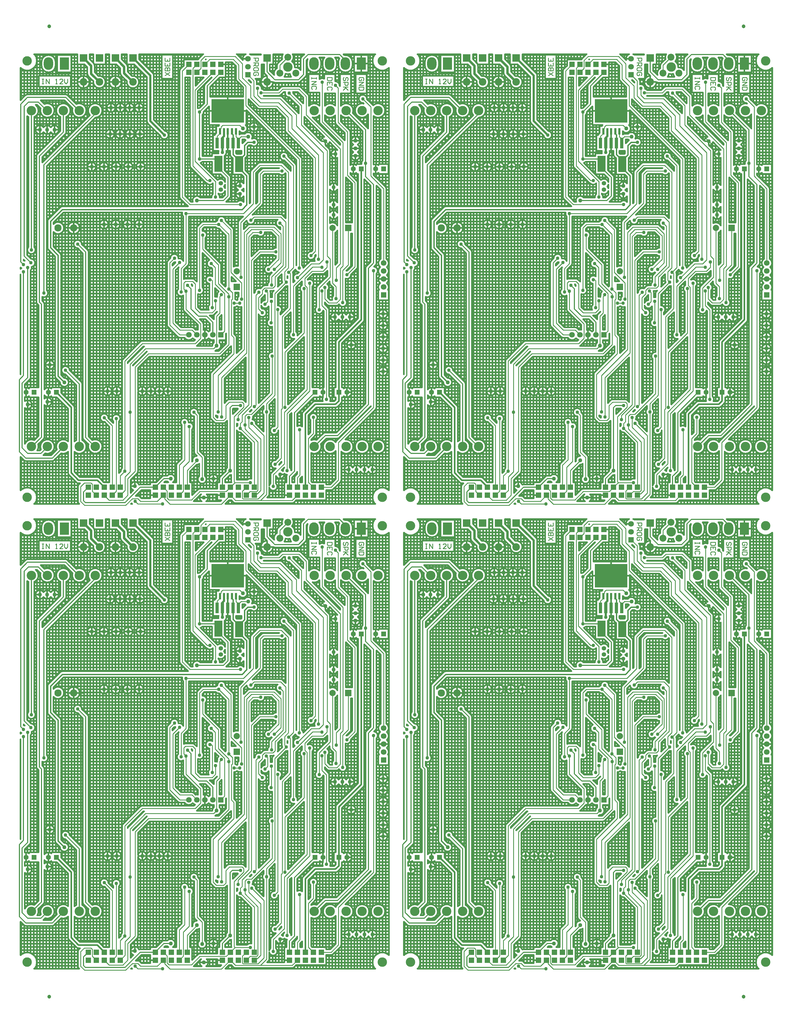
<source format=gtl>
%MOIN*%
%OFA0B0*%
%FSLAX44Y44*%
%IPPOS*%
%LPD*%
%ADD10C,0.01968503937007874*%
%ADD11R,0.407992125984252X0.29437007874015753*%
%ADD12R,0.03937007874015748X0.13779527559055119*%
%ADD13R,0.27559055118110237X0.23031496062992127*%
%ADD14R,0.029921259842519688X0.07874015748031496*%
%ADD15R,0.0984251968503937X0.2*%
%ADD16C,0.00984251968503937*%
%ADD17C,0.013779527559055118*%
%ADD18C,0.011811023622047244*%
%ADD19C,0.0086614173228346455*%
%ADD20C,0.015748031496062995*%
%ADD21C,0.027559055118110236*%
%ADD22C,0.031496062992125991*%
%ADD23C,0.01*%
%ADD24C,0.11811023622047245*%
%ADD25R,0.066929133858267723X0.066929133858267723*%
%ADD26C,0.0905511811023622*%
%ADD27C,0.055118110236220472*%
%ADD28C,0.062992125984251982*%
%ADD29R,0.062992125984251982X0.062992125984251982*%
%ADD30C,0.070866141732283464*%
%ADD31R,0.070866141732283464X0.070866141732283464*%
%ADD32C,0.07874015748031496*%
%ADD33R,0.07874015748031496X0.07874015748031496*%
%ADD34R,0.070866141732283464X0.070866141732283464*%
%ADD35R,0.07874015748031496X0.07874015748031496*%
%ADD36R,0.094488188976377951X0.094488188976377951*%
%ADD37C,0.094488188976377951*%
%ADD38O,0.11811023622047245X0.15748031496062992*%
%ADD39R,0.11811023622047245X0.15748031496062992*%
%ADD40C,0.086614173228346469*%
%ADD41C,0.05*%
%ADD42C,0.043307086614173235*%
%ADD53C,0.01968503937007874*%
%ADD54R,0.407992125984252X0.29437007874015753*%
%ADD55R,0.03937007874015748X0.13779527559055119*%
%ADD56R,0.27559055118110237X0.23031496062992127*%
%ADD57R,0.029921259842519688X0.07874015748031496*%
%ADD58R,0.0984251968503937X0.2*%
%ADD59C,0.00984251968503937*%
%ADD60C,0.013779527559055118*%
%ADD61C,0.011811023622047244*%
%ADD62C,0.0086614173228346455*%
%ADD63C,0.015748031496062995*%
%ADD64C,0.027559055118110236*%
%ADD65C,0.031496062992125991*%
%ADD66C,0.01*%
%ADD67C,0.11811023622047245*%
%ADD68R,0.066929133858267723X0.066929133858267723*%
%ADD69C,0.0905511811023622*%
%ADD70C,0.055118110236220472*%
%ADD71C,0.062992125984251982*%
%ADD72R,0.062992125984251982X0.062992125984251982*%
%ADD73C,0.070866141732283464*%
%ADD74R,0.070866141732283464X0.070866141732283464*%
%ADD75C,0.07874015748031496*%
%ADD76R,0.07874015748031496X0.07874015748031496*%
%ADD77R,0.070866141732283464X0.070866141732283464*%
%ADD78R,0.07874015748031496X0.07874015748031496*%
%ADD79R,0.094488188976377951X0.094488188976377951*%
%ADD80C,0.094488188976377951*%
%ADD81O,0.11811023622047245X0.15748031496062992*%
%ADD82R,0.11811023622047245X0.15748031496062992*%
%ADD83C,0.086614173228346469*%
%ADD84C,0.05*%
%ADD85C,0.043307086614173235*%
%ADD86C,0.01968503937007874*%
%ADD87R,0.407992125984252X0.29437007874015753*%
%ADD88R,0.03937007874015748X0.13779527559055119*%
%ADD89R,0.27559055118110237X0.23031496062992127*%
%ADD90R,0.029921259842519688X0.07874015748031496*%
%ADD91R,0.0984251968503937X0.2*%
%ADD92C,0.00984251968503937*%
%ADD93C,0.013779527559055118*%
%ADD94C,0.011811023622047244*%
%ADD95C,0.0086614173228346455*%
%ADD96C,0.015748031496062995*%
%ADD97C,0.027559055118110236*%
%ADD98C,0.031496062992125991*%
%ADD99C,0.01*%
%ADD100C,0.11811023622047245*%
%ADD101R,0.066929133858267723X0.066929133858267723*%
%ADD102C,0.0905511811023622*%
%ADD103C,0.055118110236220472*%
%ADD104C,0.062992125984251982*%
%ADD105R,0.062992125984251982X0.062992125984251982*%
%ADD106C,0.070866141732283464*%
%ADD107R,0.070866141732283464X0.070866141732283464*%
%ADD108C,0.07874015748031496*%
%ADD109R,0.07874015748031496X0.07874015748031496*%
%ADD110R,0.070866141732283464X0.070866141732283464*%
%ADD111R,0.07874015748031496X0.07874015748031496*%
%ADD112R,0.094488188976377951X0.094488188976377951*%
%ADD113C,0.094488188976377951*%
%ADD114O,0.11811023622047245X0.15748031496062992*%
%ADD115R,0.11811023622047245X0.15748031496062992*%
%ADD116C,0.086614173228346469*%
%ADD117C,0.05*%
%ADD118C,0.043307086614173235*%
%ADD119C,0.01968503937007874*%
%ADD120R,0.407992125984252X0.29437007874015753*%
%ADD121R,0.03937007874015748X0.13779527559055119*%
%ADD122R,0.27559055118110237X0.23031496062992127*%
%ADD123R,0.029921259842519688X0.07874015748031496*%
%ADD124R,0.0984251968503937X0.2*%
%ADD125C,0.00984251968503937*%
%ADD126C,0.013779527559055118*%
%ADD127C,0.011811023622047244*%
%ADD128C,0.0086614173228346455*%
%ADD129C,0.015748031496062995*%
%ADD130C,0.027559055118110236*%
%ADD131C,0.031496062992125991*%
%ADD132C,0.01*%
%ADD133C,0.11811023622047245*%
%ADD134R,0.066929133858267723X0.066929133858267723*%
%ADD135C,0.0905511811023622*%
%ADD136C,0.055118110236220472*%
%ADD137C,0.062992125984251982*%
%ADD138R,0.062992125984251982X0.062992125984251982*%
%ADD139C,0.070866141732283464*%
%ADD140R,0.070866141732283464X0.070866141732283464*%
%ADD141C,0.07874015748031496*%
%ADD142R,0.07874015748031496X0.07874015748031496*%
%ADD143R,0.070866141732283464X0.070866141732283464*%
%ADD144R,0.07874015748031496X0.07874015748031496*%
%ADD145R,0.094488188976377951X0.094488188976377951*%
%ADD146C,0.094488188976377951*%
%ADD147O,0.11811023622047245X0.15748031496062992*%
%ADD148R,0.11811023622047245X0.15748031496062992*%
%ADD149C,0.086614173228346469*%
%ADD150C,0.05*%
%ADD151C,0.043307086614173235*%
%ADD152C,0.047244094488188976*%
%ADD153C,0.047244094488188976*%
G01*
G75*
D10*
X00043747Y00056251D02*
G03*
X00043259Y00055740I-00000511D01*
G01*
X00041942Y00060858D02*
G03*
X00040918Y00061733I-00000885D01*
G01*
X00046027Y00054793D02*
G03*
X00044528Y00055432I-00000885D01*
G01*
X00044580Y00054108D02*
G03*
X00046027Y00054793I00000561J00000685D01*
G01*
X00044528Y00055432D02*
G03*
X00044479Y00055494I-00000292J-00000181D01*
G01*
X00044528Y00055432D02*
G03*
X00044479Y00055494I-00000292J-00000181D01*
G01*
X00043343Y00055655D02*
G03*
X00043891Y00054321I-00000201J-00000862D01*
G01*
X00043891Y00052529D02*
G03*
X00043820Y00052630I-00000328J-00000157D01*
G01*
X00043891Y00052529D02*
G03*
X00043820Y00052629I-00000328J-00000157D01*
G01*
X00041970Y00054479D02*
G03*
X00042027Y00054793I-00000828J00000313D01*
G01*
X00041660Y00052116D02*
G03*
X00041559Y00052359I-00000344D01*
G01*
X00042590Y00050522D02*
G03*
X00042862Y00050994I-00000272J00000472D01*
G01*
D02*
G03*
X00042044Y00050522I-00000545D01*
G01*
X00042862Y00050050D02*
G03*
X00042590Y00050522I-00000545D01*
G01*
X00041660Y00052116D02*
G03*
X00041559Y00052359I-00000344D01*
G01*
X00042044Y00050522D02*
G03*
X00042044Y00049578I00000272J-00000472D01*
G01*
X00040170Y00060464D02*
G03*
X00041942Y00060464I00000885D01*
G01*
X00040301Y00061320D02*
G03*
X00040170Y00060858I00000755J-00000462D01*
G01*
X00039974Y00060858D02*
G03*
X00039750Y00061446I-00000885D01*
G01*
X00038202Y00060464D02*
G03*
X00039974Y00060464I00000885D01*
G01*
X00040316Y00057931D02*
G03*
X00039784Y00058442I-00000511D01*
G01*
X00038425Y00061446D02*
G03*
X00038202Y00060858I00000662J-00000588D01*
G01*
X00038005Y00060858D02*
G03*
X00037782Y00061446I-00000885D01*
G01*
X00036233Y00060464D02*
G03*
X00038005Y00060464I00000885D01*
G01*
X00038394Y00058774D02*
G03*
X00037815Y00058727I-00000254J-00000444D01*
G01*
X00042027Y00054793D02*
G03*
X00040471Y00055372I-00000885D01*
G01*
X00040471Y00054213D02*
G03*
X00041455Y00053964I00000670J00000579D01*
G01*
X00039782Y00053304D02*
G03*
X00039883Y00053061I00000344D01*
G01*
X00039782Y00055404D02*
G03*
X00038484Y00055386I-00000640J-00000611D01*
G01*
X00038484Y00054199D02*
G03*
X00039782Y00054181I00000657J00000593D01*
G01*
X00039782Y00053304D02*
G03*
X00039883Y00053060I00000344D01*
G01*
X00037795Y00053392D02*
G03*
X00037896Y00053149I00000344D01*
G01*
X00037795Y00053392D02*
G03*
X00037896Y00053149I00000344D01*
G01*
X00036935Y00053931D02*
G03*
X00037795Y00054195I00000206J00000861D01*
G01*
X00037795Y00055391D02*
G03*
X00036477Y00055379I-00000653J-00000597D01*
G01*
X00038587Y00050415D02*
G03*
X00039063Y00050829I-00000053J00000542D01*
G01*
X00038404Y00051488D02*
G03*
X00037990Y00051012I00000128J-00000529D01*
G01*
X00046169Y00044990D02*
G03*
X00046068Y00045233I-00000344D01*
G01*
X00046169Y00044990D02*
G03*
X00046068Y00045233I-00000344D01*
G01*
X00045214Y00047930D02*
G03*
X00044580Y00048020I-00000389J-00000469D01*
G01*
X00044580Y00046902D02*
G03*
X00045214Y00046991I00000244J00000558D01*
G01*
X00042590Y00049578D02*
G03*
X00042862Y00050050I-00000272J00000472D01*
G01*
X00043198Y00048525D02*
G03*
X00043059Y00048071I00000364J-00000359D01*
G01*
X00042862Y00049106D02*
G03*
X00042590Y00049578I-00000545D01*
G01*
X00046474Y00035661D02*
G03*
X00046169Y00036212I-00000649D01*
G01*
X00044840Y00035413D02*
G03*
X00044947Y00035671I-00000257J00000257D01*
G01*
X00044840Y00035413D02*
G03*
X00044947Y00035671I-00000257J00000258D01*
G01*
X00042044Y00049578D02*
G03*
X00042862Y00049106I00000272J-00000472D01*
G01*
X00042414Y00047930D02*
G03*
X00041660Y00047950I-00000389J-00000469D01*
G01*
X00042584Y00045745D02*
G03*
X00042483Y00045989I-00000344D01*
G01*
X00042584Y00045745D02*
G03*
X00042483Y00045989I-00000344D01*
G01*
X00041660Y00046972D02*
G03*
X00042414Y00046991I00000364J00000489D01*
G01*
X00040054Y00049831D02*
G03*
X00040054Y00048874I-00000261J-00000478D01*
G01*
X00039109Y00049751D02*
G03*
X00039007Y00049994I-00000344D01*
G01*
X00039109Y00049751D02*
G03*
X00039008Y00049994I-00000344D01*
G01*
X00040054Y00045432D02*
G03*
X00039109Y00045437I-00000474J-00000269D01*
G01*
X00039109Y00044888D02*
G03*
X00040054Y00044893I00000471J00000274D01*
G01*
X00039109Y00042719D02*
G03*
X00040054Y00042724I00000471J00000274D01*
G01*
X00040054Y00043263D02*
G03*
X00039109Y00043268I-00000474J-00000269D01*
G01*
X00039109Y00041446D02*
G03*
X00040054Y00041450I00000471J00000274D01*
G01*
X00040054Y00041989D02*
G03*
X00039109Y00041994I-00000474J-00000269D01*
G01*
X00039779Y00039461D02*
G03*
X00040054Y00039747I-00000338J00000599D01*
G01*
X00040054Y00040375D02*
G03*
X00039109Y00040665I-00000613J-00000313D01*
G01*
X00036759Y00037106D02*
G03*
X00037247Y00036595I-00000024J-00000511D01*
G01*
X00037330Y00036531D02*
G03*
X00037219Y00035920I00000344J-00000378D01*
G01*
X00036321Y00061242D02*
G03*
X00036233Y00060858I00000797J-00000384D01*
G01*
X00035550Y00061501D02*
G03*
X00035442Y00061243I00000257J-00000258D01*
G01*
X00035549Y00061500D02*
G03*
X00035442Y00061243I00000257J-00000257D01*
G01*
X00034722Y00060182D02*
G03*
X00034724Y00060236I-00000884J00000053D01*
G01*
X00036064Y00059044D02*
G03*
X00036171Y00059302I-00000257J00000257D01*
G01*
X00036064Y00059044D02*
G03*
X00036171Y00059302I-00000257J00000258D01*
G01*
X00035442Y00059847D02*
G03*
X00034722Y00060182I-00000617J-00000385D01*
G01*
X00035157Y00058288D02*
G03*
X00035415Y00058395J00000364D01*
G01*
X00035157Y00058288D02*
G03*
X00035415Y00058395J00000364D01*
G01*
X00035468Y00057704D02*
G03*
X00035224Y00057805I-00000243J-00000243D01*
G01*
X00035467Y00057704D02*
G03*
X00035224Y00057805I-00000243J-00000243D01*
G01*
X00034553Y00061461D02*
G03*
X00034435Y00061859I-00000728D01*
G01*
X00033215Y00061859D02*
G03*
X00033129Y00061244I00000609J-00000397D01*
G01*
X00034351Y00060958D02*
G03*
X00034553Y00061461I-00000526J00000503D01*
G01*
X00034724Y00060236D02*
G03*
X00034351Y00060958I-00000885D01*
G01*
X00034724Y00060236D02*
G03*
X00034351Y00060958I-00000885D01*
G01*
X00032585Y00060700D02*
G03*
X00032486Y00060461I00000239J-00000239D01*
G01*
X00032585Y00060700D02*
G03*
X00032486Y00060461I00000239J-00000239D01*
G01*
X00034722Y00060182D02*
G03*
X00034724Y00060236I-00000884J00000053D01*
G01*
X00033550Y00059398D02*
G03*
X00034100Y00059389I00000287J00000837D01*
G01*
X00034100Y00059389D02*
G03*
X00034248Y00059016I00000724J00000071D01*
G01*
X00033550Y00059398D02*
G03*
X00034100Y00059389I00000287J00000837D01*
G01*
X00033402Y00059016D02*
G03*
X00033550Y00059398I-00000576J00000444D01*
G01*
X00032486Y00060106D02*
G03*
X00032128Y00059248I00000338J-00000644D01*
G01*
X00031992Y00058359D02*
G03*
X00032209Y00058288I00000216J00000292D01*
G01*
X00033188Y00057805D02*
G03*
X00032945Y00057704J-00000344D01*
G01*
X00033188Y00057805D02*
G03*
X00032944Y00057704J-00000344D01*
G01*
X00031992Y00058359D02*
G03*
X00032209Y00058288I00000216J00000292D01*
G01*
X00036477Y00056552D02*
G03*
X00036376Y00056796I-00000344D01*
G01*
X00036477Y00056552D02*
G03*
X00036376Y00056796I-00000344D01*
G01*
X00035206Y00054428D02*
G03*
X00035154Y00054495I-00000295J-00000176D01*
G01*
X00035206Y00054428D02*
G03*
X00035154Y00054495I-00000295J-00000176D01*
G01*
X00034507Y00056971D02*
G03*
X00034485Y00057116I-00000511D01*
G01*
X00033504Y00057116D02*
G03*
X00034019Y00056460I00000490J-00000145D01*
G01*
X00033131Y00056518D02*
G03*
X00032887Y00056619I-00000243J-00000243D01*
G01*
X00032731Y00056660D02*
G03*
X00032975Y00056761J00000344D01*
G01*
X00032731Y00056660D02*
G03*
X00032975Y00056761J00000344D01*
G01*
X00033131Y00056518D02*
G03*
X00032887Y00056619I-00000243J-00000243D01*
G01*
X00033514Y00052275D02*
G03*
X00033615Y00052032I00000344D01*
G01*
X00033514Y00052275D02*
G03*
X00033615Y00052032I00000344D01*
G01*
X00030861Y00059637D02*
G03*
X00030967Y00059379I00000364D01*
G01*
X00030861Y00059637D02*
G03*
X00030968Y00059378I00000364D01*
G01*
X00031218Y00059129D02*
G03*
X00031992Y00058359I00000007J-00000767D01*
G01*
X00030559Y00057507D02*
G03*
X00030562Y00057567I-00000508J00000059D01*
G01*
D02*
G03*
X00029930Y00058064I-00000511D01*
G01*
X00030842Y00057349D02*
G03*
X00030559Y00057507I-00000378J-00000344D01*
G01*
X00030800Y00056619D02*
G03*
X00030842Y00056660I-00000336J00000385D01*
G01*
X00029212Y00061783D02*
G03*
X00029078Y00061859I-00000387J-00000521D01*
G01*
X00027491Y00061808D02*
G03*
X00027427Y00061859I-00000243J-00000243D01*
G01*
X00027491Y00061808D02*
G03*
X00027427Y00061859I-00000243J-00000243D01*
G01*
X00028571Y00061859D02*
G03*
X00028194Y00061106I00000253J-00000597D01*
G01*
X00029930Y00058500D02*
G03*
X00029829Y00058744I-00000344D01*
G01*
X00029930Y00058500D02*
G03*
X00029829Y00058744I-00000344D01*
G01*
X00027344Y00058741D02*
G03*
X00027445Y00058497I00000344D01*
G01*
X00027344Y00058741D02*
G03*
X00027445Y00058497I00000344D01*
G01*
X00030010Y00055102D02*
G03*
X00030253Y00055001I00000243J00000243D01*
G01*
X00030010Y00055102D02*
G03*
X00030253Y00055001I00000243J00000243D01*
G01*
X00030142Y00052730D02*
G03*
X00030142Y00052730I-00000545D01*
G01*
X00030107Y00050811D02*
G03*
X00029336Y00051252I-00000511D01*
G01*
X00029245Y00050437D02*
G03*
X00030107Y00050811I00000349J00000374D01*
G01*
X00028913Y00056200D02*
G03*
X00028935Y00056177I00000264J00000220D01*
G01*
X00028913Y00056200D02*
G03*
X00028935Y00056177I00000264J00000220D01*
G01*
X00028752Y00052542D02*
G03*
X00028551Y00052966I-00000545D01*
G01*
X00029407Y00051522D02*
G03*
X00028435Y00051861I-00000545D01*
G01*
X00029336Y00051252D02*
G03*
X00029407Y00051522I-00000473J00000269D01*
G01*
X00028435Y00051184D02*
G03*
X00028550Y00051075I00000427J00000338D01*
G01*
X00027777Y00052207D02*
G03*
X00028752Y00052542I00000429J00000335D01*
G01*
X00028082Y00051861D02*
G03*
X00027777Y00051793I-00000087J-00000327D01*
G01*
X00028082Y00051861D02*
G03*
X00027777Y00051793I-00000087J-00000327D01*
G01*
X00035609Y00048716D02*
G03*
X00035508Y00048959I-00000344D01*
G01*
X00035609Y00048716D02*
G03*
X00035508Y00048960I-00000344D01*
G01*
X00034897Y00047863D02*
G03*
X00034796Y00048107I-00000344D01*
G01*
X00034897Y00047863D02*
G03*
X00034796Y00048107I-00000344D01*
G01*
X00034208Y00047212D02*
G03*
X00034160Y00047271I-00000291J-00000183D01*
G01*
X00034208Y00047212D02*
G03*
X00034160Y00047272I-00000291J-00000183D01*
G01*
X00033867Y00049061D02*
G03*
X00033379Y00048550I-00000511D01*
G01*
X00033267Y00048165D02*
G03*
X00033023Y00048266I-00000243J-00000243D01*
G01*
X00033267Y00048165D02*
G03*
X00033023Y00048266I-00000243J-00000243D01*
G01*
X00032747Y00047577D02*
G03*
X00032716Y00047545I00000347J-00000375D01*
G01*
X00030789Y00047545D02*
G03*
X00030546Y00047444J-00000344D01*
G01*
X00030789Y00047545D02*
G03*
X00030546Y00047445J-00000344D01*
G01*
X00032716Y00046856D02*
G03*
X00033528Y00046929I00000378J00000344D01*
G01*
X00030633Y00042941D02*
G03*
X00030734Y00043185I-00000243J00000243D01*
G01*
X00030633Y00042941D02*
G03*
X00030734Y00043185I-00000243J00000243D01*
G01*
X00033169Y00041687D02*
G03*
X00032930Y00041786I-00000239J-00000239D01*
G01*
X00033169Y00041687D02*
G03*
X00032930Y00041786I-00000239J-00000239D01*
G01*
X00036769Y00035920D02*
G03*
X00036526Y00035819J-00000344D01*
G01*
X00036769Y00035920D02*
G03*
X00036525Y00035819J-00000344D01*
G01*
X00034920Y00035409D02*
G03*
X00034897Y00035387I00000344J-00000378D01*
G01*
X00032559Y00041109D02*
G03*
X00032879Y00040180I00000295J-00000417D01*
G01*
X00032358Y00040421D02*
G03*
X00032114Y00040522I-00000243J-00000243D01*
G01*
X00032358Y00040421D02*
G03*
X00032114Y00040522I-00000243J-00000243D01*
G01*
X00032355Y00037583D02*
G03*
X00031976Y00037416J-00000511D01*
G01*
X00031976Y00036727D02*
G03*
X00032355Y00036560I00000378J00000344D01*
G01*
X00030937Y00039501D02*
G03*
X00030935Y00039544I-00000511D01*
G01*
X00030337Y00048266D02*
G03*
X00030093Y00048165J-00000344D01*
G01*
X00030337Y00048266D02*
G03*
X00030093Y00048165J-00000344D01*
G01*
X00030146Y00047044D02*
G03*
X00030045Y00046801I00000243J-00000243D01*
G01*
X00030146Y00047044D02*
G03*
X00030045Y00046801I00000243J-00000243D01*
G01*
X00029254Y00047325D02*
G03*
X00029153Y00047082I00000243J-00000243D01*
G01*
X00029254Y00047326D02*
G03*
X00029153Y00047082I00000243J-00000243D01*
G01*
X00028664Y00048991D02*
G03*
X00028774Y00049255I-00000264J00000264D01*
G01*
X00028664Y00048991D02*
G03*
X00028774Y00049255I-00000264J00000264D01*
G01*
X00029046Y00046618D02*
G03*
X00028937Y00046882I-00000374D01*
G01*
X00029046Y00046618D02*
G03*
X00028937Y00046882I-00000374D01*
G01*
X00028298Y00044634D02*
G03*
X00028073Y00044828I-00000455J-00000300D01*
G01*
X00028298Y00045645D02*
G03*
X00027625Y00044833I-00000443J-00000316D01*
G01*
X00028073Y00044828D02*
G03*
X00028298Y00045011I-00000218J00000499D01*
G01*
X00029707Y00041031D02*
G03*
X00029706Y00041063I-00000511D01*
G01*
X00029248Y00040522D02*
G03*
X00029707Y00041031I-00000053J00000508D01*
G01*
X00030046Y00039156D02*
G03*
X00030937Y00039501I00000378J00000344D01*
G01*
X00030337Y00037416D02*
G03*
X00030093Y00037315J-00000344D01*
G01*
X00030337Y00037416D02*
G03*
X00030093Y00037315J-00000344D01*
G01*
X00029611Y00041786D02*
G03*
X00029414Y00041723J-00000338D01*
G01*
X00029611Y00041786D02*
G03*
X00029414Y00041723J-00000338D01*
G01*
X00027625Y00044833D02*
G03*
X00028298Y00044033I00000218J-00000499D01*
G01*
X00028298Y00043316D02*
G03*
X00027513Y00043350I-00000407J-00000310D01*
G01*
X00027711Y00040994D02*
G03*
X00027610Y00040750I00000243J-00000243D01*
G01*
X00028684Y00040993D02*
G03*
X00029141Y00040522I00000510J00000038D01*
G01*
X00029038Y00040522D02*
G03*
X00028795Y00040421J-00000344D01*
G01*
X00029038Y00040522D02*
G03*
X00028795Y00040421J-00000344D01*
G01*
X00027711Y00040994D02*
G03*
X00027610Y00040750I00000243J-00000243D01*
G01*
X00046474Y00034661D02*
G03*
X00046239Y00035161I-00000649D01*
G01*
X00046239Y00034161D02*
G03*
X00046474Y00034661I-00000414J00000500D01*
G01*
X00046474Y00032661D02*
G03*
X00046239Y00033161I-00000649D01*
G01*
X00046474Y00033661D02*
G03*
X00046239Y00034161I-00000649D01*
G01*
X00046239Y00033161D02*
G03*
X00046474Y00033661I-00000414J00000500D01*
G01*
X00046239Y00035161D02*
G03*
X00046474Y00035661I-00000414J00000500D01*
G01*
X00045480Y00036212D02*
G03*
X00045410Y00035161I00000344J-00000550D01*
G01*
D02*
G03*
X00045410Y00034161I00000414J-00000500D01*
G01*
D02*
G03*
X00045410Y00033161I00000414J-00000500D01*
G01*
X00046372Y00032310D02*
G03*
X00046474Y00032661I-00000547J00000350D01*
G01*
X00045410Y00033161D02*
G03*
X00045278Y00032310I00000414J-00000500D01*
G01*
X00045099Y00034705D02*
G03*
X00044641Y00035214I-00000511D01*
G01*
X00043681Y00035284D02*
G03*
X00043574Y00035026I00000257J-00000258D01*
G01*
X00043680Y00035283D02*
G03*
X00043574Y00035026I00000257J-00000257D01*
G01*
X00044931Y00034327D02*
G03*
X00045099Y00034705I-00000344J00000378D01*
G01*
X00042483Y00034952D02*
G03*
X00042584Y00035196I-00000243J00000243D01*
G01*
X00042483Y00034952D02*
G03*
X00042584Y00035196I-00000243J00000243D01*
G01*
X00046317Y00029305D02*
G03*
X00046317Y00029305I-00000545D01*
G01*
X00046317Y00027861D02*
G03*
X00046317Y00027861I-00000545D01*
G01*
X00046317Y00026416D02*
G03*
X00046317Y00026416I-00000545D01*
G01*
X00046317Y00024971D02*
G03*
X00046317Y00024971I-00000545D01*
G01*
X00046317Y00023526D02*
G03*
X00046317Y00023526I-00000545D01*
G01*
X00043303Y00028288D02*
G03*
X00043418Y00028566I-00000278J00000278D01*
G01*
X00043303Y00028288D02*
G03*
X00043418Y00028566I-00000278J00000278D01*
G01*
X00041653Y00035192D02*
G03*
X00041753Y00035436I-00000243J00000243D01*
G01*
X00041652Y00035192D02*
G03*
X00041753Y00035436I-00000243J00000243D01*
G01*
X00041066Y00033712D02*
G03*
X00041747Y00034195I00000168J00000483D01*
G01*
X00041263Y00034706D02*
G03*
X00041162Y00034702I-00000028J-00000511D01*
G01*
X00041234Y00030712D02*
G03*
X00041066Y00031091I-00000511D01*
G01*
X00040256Y00030499D02*
G03*
X00041234Y00030712I00000465J00000212D01*
G01*
X00039962Y00030348D02*
G03*
X00040206Y00030449J00000344D01*
G01*
X00039536Y00031587D02*
G03*
X00039398Y00031037I00000344J-00000378D01*
G01*
X00039962Y00030348D02*
G03*
X00040206Y00030449J00000344D01*
G01*
X00039090Y00033151D02*
G03*
X00039191Y00032908I00000344D01*
G01*
X00039090Y00033151D02*
G03*
X00039191Y00032907I00000344D01*
G01*
X00038997Y00032621D02*
G03*
X00038768Y00033047I-00000511D01*
G01*
X00038240Y00034307D02*
G03*
X00038483Y00034408J00000344D01*
G01*
X00038240Y00034307D02*
G03*
X00038483Y00034407J00000344D01*
G01*
X00038829Y00032242D02*
G03*
X00038997Y00032621I-00000344J00000378D01*
G01*
X00039019Y00029791D02*
G03*
X00038918Y00030035I-00000344D01*
G01*
X00039019Y00029791D02*
G03*
X00038918Y00030035I-00000344D01*
G01*
X00038738Y00030449D02*
G03*
X00038982Y00030348I00000243J00000243D01*
G01*
X00038738Y00030449D02*
G03*
X00038982Y00030348I00000243J00000243D01*
G01*
X00042159Y00028906D02*
G03*
X00041144Y00029184I-00000545D01*
G01*
X00041144Y00028629D02*
G03*
X00042159Y00028906I00000469J00000277D01*
G01*
X00040205Y00028629D02*
G03*
X00041144Y00028629I00000469J00000277D01*
G01*
X00041144Y00029184D02*
G03*
X00040205Y00029184I-00000469J-00000277D01*
G01*
X00042325Y00025420D02*
G03*
X00042325Y00025420I-00000545D01*
G01*
X00040205Y00029184D02*
G03*
X00040205Y00028629I-00000469J-00000277D01*
G01*
X00037420Y00030189D02*
G03*
X00038267Y00029712I00000344J-00000378D01*
G01*
X00039946Y00026044D02*
G03*
X00039831Y00025766I00000278J-00000278D01*
G01*
X00039946Y00026044D02*
G03*
X00039831Y00025766I00000278J-00000278D01*
G01*
X00046317Y00022081D02*
G03*
X00046317Y00022081I-00000545D01*
G01*
X00041835Y00019461D02*
G03*
X00040835Y00019930I-00000610D01*
G01*
X00040835Y00018991D02*
G03*
X00041835Y00019461I00000389J00000469D01*
G01*
X00044830Y00017323D02*
G03*
X00044931Y00017567I-00000243J00000243D01*
G01*
X00044195Y00017671D02*
G03*
X00044242Y00017729I-00000257J00000257D01*
G01*
X00044830Y00017323D02*
G03*
X00044931Y00017567I-00000243J00000243D01*
G01*
X00044195Y00017670D02*
G03*
X00044242Y00017729I-00000257J00000258D01*
G01*
X00042027Y00012667D02*
G03*
X00041056Y00013549I-00000885D01*
G01*
X00046027Y00012667D02*
G03*
X00046027Y00012667I-00000885D01*
G01*
X00043940Y00009560D02*
G03*
X00044981Y00009788I00000495J00000228D01*
G01*
D02*
G03*
X00043940Y00010017I-00000545D01*
G01*
X00044027Y00012667D02*
G03*
X00044027Y00012667I-00000885D01*
G01*
X00043940Y00010017D02*
G03*
X00042950Y00010017I-00000495J-00000228D01*
G01*
D02*
G03*
X00041959Y00010017I-00000495J-00000228D01*
G01*
D02*
G03*
X00041959Y00009560I-00000495J-00000228D01*
G01*
X00042950Y00009560D02*
G03*
X00043940Y00009560I00000495J00000228D01*
G01*
X00041959Y00009560D02*
G03*
X00042950Y00009560I00000495J00000228D01*
G01*
X00040503Y00018099D02*
G03*
X00040618Y00018377I-00000278J00000278D01*
G01*
X00040503Y00018099D02*
G03*
X00040618Y00018377I-00000278J00000278D01*
G01*
X00039814Y00017573D02*
G03*
X00040092Y00017688J00000393D01*
G01*
X00039814Y00017573D02*
G03*
X00040092Y00017688J00000393D01*
G01*
X00037835Y00018991D02*
G03*
X00038234Y00018851I00000389J00000469D01*
G01*
X00038330Y00020062D02*
G03*
X00037835Y00019930I-00000105J-00000601D01*
G01*
X00039132Y00018361D02*
G03*
X00039187Y00018591I-00000457J00000230D01*
G01*
D02*
G03*
X00039019Y00018969I-00000511D01*
G01*
X00038234Y00018851D02*
G03*
X00038218Y00018361I00000440J-00000259D01*
G01*
X00038529Y00014418D02*
G03*
X00038271Y00014312J-00000364D01*
G01*
X00040064Y00013690D02*
G03*
X00040322Y00013797J00000364D01*
G01*
X00040527Y00012028D02*
G03*
X00042027Y00012667I00000614J00000638D01*
G01*
X00040064Y00013690D02*
G03*
X00040321Y00013797J00000364D01*
G01*
X00039939Y00013406D02*
G03*
X00039841Y00013210I00000243J-00000243D01*
G01*
X00039939Y00013406D02*
G03*
X00039841Y00013210I00000243J-00000243D01*
G01*
X00039841Y00013210D02*
G03*
X00039838Y00012120I-00000700J-00000542D01*
G01*
X00040426Y00008221D02*
G03*
X00040527Y00008464I-00000243J00000243D01*
G01*
X00040426Y00008221D02*
G03*
X00040527Y00008464I-00000243J00000243D01*
G01*
X00038529Y00014418D02*
G03*
X00038271Y00014311J-00000364D01*
G01*
X00039279Y00007216D02*
G03*
X00039523Y00007318J00000344D01*
G01*
X00039279Y00007216D02*
G03*
X00039523Y00007317J00000344D01*
G01*
X00037077Y00033131D02*
G03*
X00036309Y00033574I-00000511D01*
G01*
X00037521Y00032775D02*
G03*
X00037420Y00032531I00000243J-00000243D01*
G01*
X00036909Y00032752D02*
G03*
X00037077Y00033131I-00000344J00000378D01*
G01*
X00035775Y00035069D02*
G03*
X00035609Y00035409I-00000510J-00000037D01*
G01*
X00034785Y00034854D02*
G03*
X00035227Y00034520I00000480J00000177D01*
G01*
X00035620Y00032905D02*
G03*
X00035530Y00032082I00000254J-00000444D01*
G01*
X00037521Y00032775D02*
G03*
X00037420Y00032531I00000243J-00000243D01*
G01*
X00034500Y00034351D02*
G03*
X00034466Y00034498I-00000344D01*
G01*
X00034500Y00034351D02*
G03*
X00034466Y00034498I-00000344D01*
G01*
X00035049Y00034342D02*
G03*
X00034701Y00033434I-00000024J-00000511D01*
G01*
X00033768Y00034034D02*
G03*
X00033811Y00034020I00000186J00000476D01*
G01*
X00033811Y00033765D02*
G03*
X00033768Y00033778I-00000165J-00000484D01*
G01*
X00033079Y00033502D02*
G03*
X00033134Y00033316I00000344D01*
G01*
X00033079Y00033502D02*
G03*
X00033134Y00033316I00000344D01*
G01*
D02*
G03*
X00033133Y00033257I00000510J-00000034D01*
G01*
X00033621Y00032770D02*
G03*
X00033811Y00032797I00000024J00000511D01*
G01*
X00032909Y00029462D02*
G03*
X00033077Y00029841I-00000344J00000378D01*
G01*
X00034200Y00027059D02*
G03*
X00034661Y00026182I00000344J-00000378D01*
G01*
X00035057Y00026681D02*
G03*
X00034889Y00027059I-00000511D01*
G01*
X00035043Y00026565D02*
G03*
X00035057Y00026681I-00000498J00000115D01*
G01*
X00031778Y00034515D02*
G03*
X00031847Y00034462I00000347J00000376D01*
G01*
X00032575Y00032698D02*
G03*
X00032594Y00032812I-00000318J00000113D01*
G01*
X00032575Y00032698D02*
G03*
X00032594Y00032812I-00000318J00000113D01*
G01*
X00031444Y00035392D02*
G03*
X00031778Y00034515I-00000024J-00000511D01*
G01*
X00031561Y00034176D02*
G03*
X00031460Y00033932I00000243J-00000243D01*
G01*
X00031561Y00034175D02*
G03*
X00031460Y00033932I00000243J-00000243D01*
G01*
X00031460Y00033299D02*
G03*
X00031295Y00032870I00000344J-00000378D01*
G01*
X00031975Y00032192D02*
G03*
X00032089Y00032212J00000338D01*
G01*
X00031975Y00032192D02*
G03*
X00032089Y00032212J00000338D01*
G01*
X00031971Y00032095D02*
G03*
X00031870Y00031851I00000243J-00000243D01*
G01*
X00031971Y00032095D02*
G03*
X00031870Y00031851I00000243J-00000243D01*
G01*
X00031666Y00031964D02*
G03*
X00031634Y00032109I-00000344D01*
G01*
X00031666Y00031964D02*
G03*
X00031634Y00032109I-00000344D01*
G01*
X00031637Y00032161D02*
G03*
X00031636Y00032192I-00000511D01*
G01*
X00031634Y00032109D02*
G03*
X00031637Y00032161I-00000509J00000051D01*
G01*
X00031870Y00031384D02*
G03*
X00031666Y00031382I-00000098J-00000502D01*
G01*
X00030945Y00032870D02*
G03*
X00030705Y00032770J-00000338D01*
G01*
X00030945Y00032870D02*
G03*
X00030705Y00032770J-00000338D01*
G01*
X00030423Y00032488D02*
G03*
X00029703Y00031997I-00000208J-00000467D01*
G01*
X00027241Y00031949D02*
G03*
X00027239Y00031988I-00000344D01*
G01*
X00027241Y00031949D02*
G03*
X00027239Y00031988I-00000344D01*
G01*
X00030892Y00031583D02*
G03*
X00030958Y00031677I-00000239J00000239D01*
G01*
X00030892Y00031583D02*
G03*
X00030958Y00031677I-00000239J00000239D01*
G01*
X00030977Y00031013D02*
G03*
X00030500Y00030665I00000008J-00000511D01*
G01*
X00027690Y00031529D02*
G03*
X00027530Y00031066I00000344J-00000378D01*
G01*
X00027530Y00031066D02*
G03*
X00027465Y00031014I00000284J-00000425D01*
G01*
X00027465Y00030267D02*
G03*
X00028040Y00030181I00000350J00000373D01*
G01*
X00027465Y00031014D02*
G03*
X00027240Y00031137I-00000350J-00000373D01*
G01*
X00027109Y00030129D02*
G03*
X00027465Y00030267I00000005J00000511D01*
G01*
X00033077Y00029841D02*
G03*
X00032559Y00030353I-00000511D01*
G01*
X00030500Y00030337D02*
G03*
X00031427Y00030244I00000484J00000164D01*
G01*
X00031427Y00028593D02*
G03*
X00031870Y00027695I00000317J-00000401D01*
G01*
X00031870Y00024513D02*
G03*
X00031520Y00023622I-00000005J-00000511D01*
G01*
X00031157Y00029441D02*
G03*
X00030613Y00029952I-00000511D01*
G01*
X00030168Y00029255D02*
G03*
X00031157Y00029441I00000476J00000186D01*
G01*
X00027421Y00026319D02*
G03*
X00027320Y00026563I-00000344D01*
G01*
X00027421Y00026319D02*
G03*
X00027320Y00026563I-00000344D01*
G01*
X00028349Y00018475D02*
G03*
X00028105Y00018575I-00000243J-00000243D01*
G01*
X00028349Y00018474D02*
G03*
X00028105Y00018575I-00000243J-00000243D01*
G01*
X00037261Y00018361D02*
G03*
X00036983Y00018245J-00000393D01*
G01*
X00037261Y00018361D02*
G03*
X00036983Y00018245J-00000393D01*
G01*
X00037544Y00016343D02*
G03*
X00036687Y00015964I-00000511D01*
G01*
X00037376Y00015964D02*
G03*
X00037544Y00016343I-00000344J00000378D01*
G01*
X00035746Y00017009D02*
G03*
X00035631Y00016731I00000278J-00000278D01*
G01*
X00035746Y00017009D02*
G03*
X00035631Y00016731I00000278J-00000278D01*
G01*
X00037275Y00014067D02*
G03*
X00037376Y00014311I-00000243J00000243D01*
G01*
X00037275Y00014067D02*
G03*
X00037376Y00014311I-00000243J00000243D01*
G01*
X00038027Y00012667D02*
G03*
X00037970Y00012980I-00000885D01*
G01*
X00036759Y00011868D02*
G03*
X00038027Y00012667I00000382J00000799D01*
G01*
X00037455Y00013495D02*
G03*
X00036759Y00013466I-00000313J-00000828D01*
G01*
X00035631Y00015177D02*
G03*
X00035015Y00015219I-00000336J-00000385D01*
G01*
X00033858Y00017941D02*
G03*
X00033829Y00017969I-00000373J-00000350D01*
G01*
X00035597Y00008865D02*
G03*
X00035631Y00008905I-00000243J00000243D01*
G01*
X00035597Y00008865D02*
G03*
X00035631Y00008905I-00000243J00000243D01*
G01*
X00034911Y00009320D02*
G03*
X00035009Y00009506I-00000250J00000250D01*
G01*
X00034911Y00009320D02*
G03*
X00035009Y00009506I-00000250J00000250D01*
G01*
X00034256Y00009667D02*
G03*
X00034089Y00010029I-00000511J-00000016D01*
G01*
X00033735Y00009139D02*
G03*
X00033670Y00008935I00000289J-00000204D01*
G01*
X00034781Y00009023D02*
G03*
X00034680Y00008780I00000243J-00000243D01*
G01*
X00034781Y00009024D02*
G03*
X00034680Y00008780I00000243J-00000243D01*
G01*
X00033403Y00009194D02*
G03*
X00033397Y00009275I-00000545D01*
G01*
X00033400Y00010029D02*
G03*
X00033237Y00009586I00000344J-00000378D01*
G01*
D02*
G03*
X00033060Y00009700I-00000378J-00000392D01*
G01*
X00033735Y00009139D02*
G03*
X00033670Y00008935I00000289J-00000204D01*
G01*
X00033397Y00009275D02*
G03*
X00033735Y00009139I00000347J00000375D01*
G01*
X00034385Y00005577D02*
G03*
X00034629Y00005678J00000344D01*
G01*
X00034385Y00005577D02*
G03*
X00034629Y00005678J00000344D01*
G01*
X00031672Y00017013D02*
G03*
X00031505Y00017392I-00000511D01*
G01*
X00031505Y00016635D02*
G03*
X00031672Y00017013I-00000344J00000378D01*
G01*
X00030816Y00017392D02*
G03*
X00030816Y00016635I00000344J-00000378D01*
G01*
X00032161Y00015199D02*
G03*
X00032648Y00014688I-00000024J-00000511D01*
G01*
X00029269Y00017292D02*
G03*
X00029318Y00017251I00000355J00000368D01*
G01*
X00029456Y00016425D02*
G03*
X00029510Y00016469I-00000189J00000287D01*
G01*
X00029456Y00016425D02*
G03*
X00029510Y00016469I-00000189J00000287D01*
G01*
X00028584Y00018230D02*
G03*
X00028540Y00018283I-00000287J-00000189D01*
G01*
X00028584Y00018230D02*
G03*
X00028540Y00018283I-00000287J-00000189D01*
G01*
X00027522Y00017453D02*
G03*
X00027589Y00017393I00000369J00000354D01*
G01*
X00029467Y00016321D02*
G03*
X00029456Y00016425I-00000511D01*
G01*
X00029403Y00016073D02*
G03*
X00029467Y00016321I-00000447J00000247D01*
G01*
X00029817Y00015571D02*
G03*
X00029403Y00016073I-00000511D01*
G01*
X00027444Y00015546D02*
G03*
X00027546Y00015524I00000159J00000486D01*
G01*
X00027444Y00014698D02*
G03*
X00027914Y00014437I00000446J00000250D01*
G01*
X00027546Y00015327D02*
G03*
X00027444Y00015199I00000344J-00000378D01*
G01*
X00032751Y00010365D02*
G03*
X00032758Y00010449I-00000504J00000083D01*
G01*
X00032352Y00008991D02*
G03*
X00033403Y00009194I00000506J00000202D01*
G01*
X00032270Y00010960D02*
G03*
X00032330Y00009944I-00000024J-00000511D01*
G01*
X00031761Y00009375D02*
G03*
X00031660Y00009131I00000243J-00000243D01*
G01*
X00031761Y00009375D02*
G03*
X00031660Y00009131I00000243J-00000243D01*
G01*
X00032517Y00007661D02*
G03*
X00032349Y00008039I-00000511D01*
G01*
X00031505Y00007550D02*
G03*
X00032517Y00007661I00000499J00000110D01*
G01*
X00031660Y00008039D02*
G03*
X00031505Y00007772I00000344J-00000378D01*
G01*
X00029280Y00008639D02*
G03*
X00028746Y00008495I-00000155J-00000487D01*
G01*
X00031404Y00006442D02*
G03*
X00031505Y00006685I-00000243J00000243D01*
G01*
X00031404Y00006441D02*
G03*
X00031505Y00006685I-00000243J00000243D01*
G01*
X00023494Y00058132D02*
G03*
X00023390Y00057881I00000250J-00000250D01*
G01*
X00023493Y00058132D02*
G03*
X00023390Y00057881I00000250J-00000250D01*
G01*
X00023249Y00061859D02*
G03*
X00023185Y00061808I00000179J-00000294D01*
G01*
X00023249Y00061859D02*
G03*
X00023185Y00061808I00000179J-00000294D01*
G01*
X00022681Y00061305D02*
G03*
X00022606Y00061191I00000243J-00000243D01*
G01*
X00022681Y00061305D02*
G03*
X00022606Y00061191I00000243J-00000243D01*
G01*
X00020380Y00060003D02*
G03*
X00020279Y00059759I00000243J-00000243D01*
G01*
X00020380Y00060003D02*
G03*
X00020279Y00059759I00000243J-00000243D01*
G01*
X00025231Y00052966D02*
G03*
X00025164Y00052854I00000250J-00000227D01*
G01*
X00025231Y00052966D02*
G03*
X00025164Y00052854I00000250J-00000227D01*
G01*
X00024732Y00051805D02*
G03*
X00024659Y00051697I00000239J-00000239D01*
G01*
X00026153Y00049541D02*
G03*
X00026117Y00049728I-00000511D01*
G01*
X00025165Y00049728D02*
G03*
X00025147Y00049406I00000476J-00000187D01*
G01*
X00024732Y00051805D02*
G03*
X00024659Y00051697I00000239J-00000239D01*
G01*
X00022786Y00055115D02*
G03*
X00022549Y00055062I-00000010J-00000511D01*
G01*
X00023124Y00054228D02*
G03*
X00023288Y00054603I-00000348J00000375D01*
G01*
X00017055Y00059164D02*
G03*
X00016928Y00059470I-00000433D01*
G01*
X00017055Y00059164D02*
G03*
X00016928Y00059470I-00000433D01*
G01*
X00015192Y00058361D02*
G03*
X00014306Y00059119I-00000767D01*
G01*
X00013759Y00060279D02*
G03*
X00013626Y00060599I-00000452D01*
G01*
X00013759Y00060279D02*
G03*
X00013627Y00060599I-00000452D01*
G01*
X00013666Y00058479D02*
G03*
X00015192Y00058361I00000758J-00000118D01*
G01*
X00016189Y00053466D02*
G03*
X00016316Y00053159I00000433D01*
G01*
X00016189Y00053466D02*
G03*
X00016316Y00053159I00000433D01*
G01*
X00018877Y00051722D02*
G03*
X00018479Y00052221I-00000511D01*
G01*
X00017867Y00051609D02*
G03*
X00018877Y00051722I00000499J00000113D01*
G01*
X00015736Y00055140D02*
G03*
X00015736Y00055140I-00000545D01*
G01*
X00014566Y00055140D02*
G03*
X00014566Y00055140I-00000545D01*
G01*
X00015845Y00051860D02*
G03*
X00015845Y00051860I-00000545D01*
G01*
X00014600Y00051860D02*
G03*
X00014600Y00051860I-00000545D01*
G01*
X00026607Y00049291D02*
G03*
X00026717Y00049026I00000374D01*
G01*
X00026607Y00049291D02*
G03*
X00026717Y00049026I00000374D01*
G01*
X00026679Y00046397D02*
G03*
X00026575Y00046648I-00000354D01*
G01*
X00026679Y00046397D02*
G03*
X00026576Y00046648I-00000354D01*
G01*
X00025912Y00049107D02*
G03*
X00026153Y00049541I-00000271J00000434D01*
G01*
X00026576Y00043827D02*
G03*
X00026679Y00044077I-00000250J00000250D01*
G01*
X00026575Y00043827D02*
G03*
X00026679Y00044077I-00000250J00000250D01*
G01*
X00025838Y00045267D02*
G03*
X00025971Y00045494I-00000413J00000393D01*
G01*
X00025971Y00045827D02*
G03*
X00025045Y00046087I-00000546J-00000166D01*
G01*
X00025131Y00044384D02*
G03*
X00025971Y00044707I00000293J00000489D01*
G01*
X00025971Y00045040D02*
G03*
X00025838Y00045267I-00000546J-00000166D01*
G01*
X00022908Y00048225D02*
G03*
X00023139Y00048363I-00000138J00000492D01*
G01*
X00025299Y00043953D02*
G03*
X00025131Y00044332I-00000511D01*
G01*
X00025293Y00043878D02*
G03*
X00025299Y00043953I-00000506J00000075D01*
G01*
X00023679Y00045675D02*
G03*
X00024442Y00045666I00000386J00000335D01*
G01*
X00023511Y00045768D02*
G03*
X00023679Y00045675I00000243J00000243D01*
G01*
X00023511Y00045767D02*
G03*
X00023679Y00045675I00000243J00000243D01*
G01*
X00024442Y00044332D02*
G03*
X00024281Y00043878I00000344J-00000378D01*
G01*
X00027040Y00039835D02*
G03*
X00026939Y00040078I-00000344D01*
G01*
X00027040Y00039835D02*
G03*
X00026939Y00040078I-00000344D01*
G01*
X00026031Y00041011D02*
G03*
X00025008Y00040995I-00000511D01*
G01*
X00027610Y00035309D02*
G03*
X00027040Y00035217I-00000185J-00000663D01*
G01*
X00025008Y00040995D02*
G03*
X00024796Y00040855I00000167J-00000483D01*
G01*
X00024796Y00040166D02*
G03*
X00025199Y00040000I00000378J00000344D01*
G01*
X00023225Y00040855D02*
G03*
X00022981Y00040755J-00000344D01*
G01*
X00023225Y00040855D02*
G03*
X00022981Y00040754J-00000344D01*
G01*
X00023509Y00038812D02*
G03*
X00023677Y00039191I-00000344J00000378D01*
G01*
X00025477Y00035440D02*
G03*
X00025376Y00035683I-00000344D01*
G01*
X00025477Y00035440D02*
G03*
X00025376Y00035683I-00000344D01*
G01*
X00024020Y00036065D02*
G03*
X00024259Y00035090I00000215J-00000464D01*
G01*
X00023677Y00039191D02*
G03*
X00023129Y00039701I-00000511D01*
G01*
X00021581Y00047840D02*
G03*
X00021682Y00047596I00000344D01*
G01*
X00021581Y00047840D02*
G03*
X00021682Y00047596I00000344D01*
G01*
X00022860Y00043878D02*
G03*
X00021929Y00043350I-00000414J-00000354D01*
G01*
X00021433Y00041491D02*
G03*
X00021467Y00041525I-00000344J00000378D01*
G01*
X00020599Y00042018D02*
G03*
X00020744Y00041491I00000489J-00000148D01*
G01*
X00015924Y00047746D02*
G03*
X00015924Y00047746I-00000545D01*
G01*
X00014394Y00047746D02*
G03*
X00014394Y00047746I-00000545D01*
G01*
X00020279Y00043957D02*
G03*
X00020380Y00043713I00000344D01*
G01*
X00020279Y00043957D02*
G03*
X00020380Y00043713I00000344D01*
G01*
X00022541Y00040315D02*
G03*
X00022440Y00040071I00000243J-00000243D01*
G01*
X00022541Y00040315D02*
G03*
X00022440Y00040071I00000243J-00000243D01*
G01*
X00021332Y00035366D02*
G03*
X00021433Y00035609I-00000243J00000243D01*
G01*
X00021332Y00035366D02*
G03*
X00021433Y00035609I-00000243J00000243D01*
G01*
X00020744Y00035919D02*
G03*
X00020134Y00036236I-00000479J-00000178D01*
G01*
X00020137Y00036291D02*
G03*
X00019113Y00036267I-00000511D01*
G01*
X00020134Y00036236D02*
G03*
X00020137Y00036291I-00000508J00000055D01*
G01*
X00015754Y00040521D02*
G03*
X00015754Y00040521I-00000545D01*
G01*
X00014286Y00040521D02*
G03*
X00014286Y00040521I-00000545D01*
G01*
X00019756Y00035796D02*
G03*
X00019753Y00035717I00000508J-00000055D01*
G01*
X00019601Y00035780D02*
G03*
X00019756Y00035796I00000024J00000511D01*
G01*
X00020160Y00035149D02*
G03*
X00020116Y00034981I00000300J-00000167D01*
G01*
X00020160Y00035149D02*
G03*
X00020116Y00034981I00000300J-00000167D01*
G01*
X00018793Y00035946D02*
G03*
X00018692Y00035702I00000243J-00000243D01*
G01*
X00018793Y00035946D02*
G03*
X00018692Y00035702I00000243J-00000243D01*
G01*
X00012854Y00059479D02*
G03*
X00012986Y00059159I00000452D01*
G01*
X00012854Y00059479D02*
G03*
X00012987Y00059159I00000452D01*
G01*
X00010992Y00058361D02*
G03*
X00010106Y00059119I-00000767D01*
G01*
X00009625Y00060413D02*
G03*
X00009588Y00060593I-00000452D01*
G01*
D02*
G03*
X00009493Y00060733I-00000415J-00000180D01*
G01*
X00009625Y00060413D02*
G03*
X00009588Y00060593I-00000452D01*
G01*
D02*
G03*
X00009493Y00060733I-00000415J-00000180D01*
G01*
X00008720Y00059413D02*
G03*
X00008853Y00059092I00000452D01*
G01*
X00008720Y00059413D02*
G03*
X00008853Y00059093I00000452D01*
G01*
X00013395Y00055140D02*
G03*
X00013395Y00055140I-00000545D01*
G01*
X00012992Y00058361D02*
G03*
X00012992Y00058361I-00000767D01*
G01*
X00009466Y00058479D02*
G03*
X00010992Y00058361I00000758J-00000118D01*
G01*
X00012224Y00055140D02*
G03*
X00012224Y00055140I-00000545D01*
G01*
X00013354Y00051860D02*
G03*
X00013354Y00051860I-00000545D01*
G01*
X00012109Y00051860D02*
G03*
X00012109Y00051860I-00000545D01*
G01*
X00009739Y00053908D02*
G03*
X00010594Y00054793I-00000030J00000885D01*
G01*
D02*
G03*
X00009027Y00054226I-00000885D01*
G01*
X00008992Y00058361D02*
G03*
X00008992Y00058361I-00000767D01*
G01*
X00008594Y00054793D02*
G03*
X00007346Y00055601I-00000885D01*
G01*
X00006862Y00055055D02*
G03*
X00008594Y00054793I00000846J-00000262D01*
G01*
X00002970Y00060464D02*
G03*
X00004742Y00060464I00000885D01*
G01*
X00004742Y00060858D02*
G03*
X00002970Y00060858I-00000885D01*
G01*
X00006252Y00056695D02*
G03*
X00005995Y00056801I-00000257J-00000257D01*
G01*
X00006253Y00056694D02*
G03*
X00005995Y00056801I-00000258J-00000257D01*
G01*
X00001211Y00056801D02*
G03*
X00000954Y00056695J-00000364D01*
G01*
X00001211Y00056801D02*
G03*
X00000953Y00056694J-00000364D01*
G01*
X00006594Y00054793D02*
G03*
X00005344Y00053985I-00000885D01*
G01*
X00006072Y00053985D02*
G03*
X00006594Y00054793I-00000364J00000807D01*
G01*
X00004594Y00054793D02*
G03*
X00003346Y00055601I-00000885D01*
G01*
X00002862Y00055055D02*
G03*
X00004594Y00054793I00000846J-00000262D01*
G01*
X00005146Y00052380D02*
G03*
X00004142Y00052674I-00000545D01*
G01*
X00004142Y00052087D02*
G03*
X00005146Y00052380I00000459J00000293D01*
G01*
X00002594Y00054793D02*
G03*
X00002250Y00055494I-00000885D01*
G01*
X00002072Y00053985D02*
G03*
X00002594Y00054793I-00000364J00000807D01*
G01*
X00004142Y00052674D02*
G03*
X00003223Y00052674I-00000459J-00000293D01*
G01*
X00003223Y00052674D02*
G03*
X00003223Y00052087I-00000459J-00000293D01*
G01*
X00001179Y00054082D02*
G03*
X00001344Y00053985I00000529J00000710D01*
G01*
X00012865Y00047746D02*
G03*
X00012865Y00047746I-00000545D01*
G01*
X00011336Y00047746D02*
G03*
X00011336Y00047746I-00000545D01*
G01*
X00005966Y00051831D02*
G03*
X00006072Y00052088I-00000257J00000257D01*
G01*
X00005965Y00051830D02*
G03*
X00006072Y00052088I-00000257J00000258D01*
G01*
X00009807Y00047746D02*
G03*
X00009807Y00047746I-00000545D01*
G01*
X00005583Y00042766D02*
G03*
X00005319Y00042657J-00000374D01*
G01*
X00005583Y00042766D02*
G03*
X00005319Y00042657J-00000374D01*
G01*
X00012819Y00040521D02*
G03*
X00012819Y00040521I-00000545D01*
G01*
X00011351Y00040521D02*
G03*
X00011351Y00040521I-00000545D01*
G01*
X00008875Y00037044D02*
G03*
X00008768Y00037302I-00000364D01*
G01*
X00008875Y00037044D02*
G03*
X00008768Y00037302I-00000364D01*
G01*
X00007757Y00040061D02*
G03*
X00007757Y00040061I-00000748D01*
G01*
X00005788Y00040061D02*
G03*
X00004475Y00040551I-00000748D01*
G01*
X00008016Y00038054D02*
G03*
X00007501Y00037539I-00000511J-00000003D01*
G01*
X00005426Y00036646D02*
G03*
X00005317Y00036910I-00000374D01*
G01*
X00005426Y00036646D02*
G03*
X00005317Y00036910I-00000374D01*
G01*
X00004475Y00039571D02*
G03*
X00005788Y00040061I00000565J00000489D01*
G01*
X00003223Y00052087D02*
G03*
X00004142Y00052087I00000459J00000293D01*
G01*
X00002442Y00049337D02*
G03*
X00002335Y00049079I00000257J-00000258D01*
G01*
X00002442Y00049337D02*
G03*
X00002335Y00049079I00000257J-00000257D01*
G01*
X00003837Y00041175D02*
G03*
X00003727Y00040910I00000264J-00000264D01*
G01*
X00003837Y00041175D02*
G03*
X00003727Y00040910I00000264J-00000264D01*
G01*
X00003727Y00037597D02*
G03*
X00003837Y00037332I00000374D01*
G01*
X00003727Y00037597D02*
G03*
X00003837Y00037332I00000374D01*
G01*
X00002220Y00037319D02*
G03*
X00002072Y00037678I-00000511D01*
G01*
X00001344Y00037678D02*
G03*
X00002220Y00037319I00000364J-00000359D01*
G01*
X00002168Y00035698D02*
G03*
X00001659Y00036210I-00000511D01*
G01*
X00001742Y00035194D02*
G03*
X00002168Y00035698I-00000086J00000504D01*
G01*
X00001751Y00035098D02*
G03*
X00001742Y00035194I-00000511D01*
G01*
X00001604Y00034738D02*
G03*
X00001751Y00035098I-00000364J00000359D01*
G01*
X00000882Y00035957D02*
G03*
X00000724Y00035987I-00000171J-00000482D01*
G01*
X00000345Y00035117D02*
G03*
X00000462Y00035027I00000365J00000358D01*
G01*
D02*
G03*
X00000345Y00034934I00000254J-00000443D01*
G01*
X00026080Y00032799D02*
G03*
X00026001Y00032709I00000344J-00000378D01*
G01*
X00025160Y00032100D02*
G03*
X00024998Y00031626I00000341J-00000381D01*
G01*
D02*
G03*
X00024970Y00031491I00000316J-00000134D01*
G01*
X00024998Y00031626D02*
G03*
X00024970Y00031491I00000316J-00000134D01*
G01*
X00024970Y00031424D02*
G03*
X00024709Y00031459I-00000195J-00000472D01*
G01*
X00024388Y00033996D02*
G03*
X00024020Y00033082I-00000313J-00000404D01*
G01*
X00023297Y00032253D02*
G03*
X00023129Y00032632I-00000511D01*
G01*
X00024671Y00029265D02*
G03*
X00024570Y00029021I00000243J-00000243D01*
G01*
X00024358Y00029111D02*
G03*
X00024602Y00029212J00000344D01*
G01*
X00024358Y00029111D02*
G03*
X00024602Y00029211J00000344D01*
G01*
X00024671Y00029265D02*
G03*
X00024570Y00029021I00000243J-00000243D01*
G01*
X00024020Y00030449D02*
G03*
X00023931Y00029800I00000344J-00000378D01*
G01*
X00023259Y00028038D02*
G03*
X00023158Y00028282I-00000344D01*
G01*
X00023259Y00028038D02*
G03*
X00023158Y00028282I-00000344D01*
G01*
X00025460Y00025302D02*
G03*
X00025259Y00025725I-00000545D01*
G01*
X00024859Y00024760D02*
G03*
X00025460Y00025302I00000055J00000542D01*
G01*
X00026688Y00025202D02*
G03*
X00026732Y00025256I-00000243J00000243D01*
G01*
X00026688Y00025202D02*
G03*
X00026732Y00025256I-00000243J00000243D01*
G01*
X00025304Y00023961D02*
G03*
X00025548Y00024062J00000344D01*
G01*
X00025304Y00023961D02*
G03*
X00025547Y00024061J00000344D01*
G01*
X00024070Y00027205D02*
G03*
X00023925Y00027076I00000354J-00000544D01*
G01*
X00023925Y00026246D02*
G03*
X00024570Y00026028I00000500J00000414D01*
G01*
X00023925Y00027076D02*
G03*
X00023259Y00027289I-00000500J-00000414D01*
G01*
X00023197Y00026053D02*
G03*
X00023925Y00026246I00000227J00000608D01*
G01*
X00023158Y00026007D02*
G03*
X00023197Y00026053I-00000243J00000243D01*
G01*
X00023158Y00026006D02*
G03*
X00023197Y00026053I-00000243J00000243D01*
G01*
X00024570Y00025725D02*
G03*
X00024370Y00025281I00000344J-00000422D01*
G01*
X00024739Y00024650D02*
G03*
X00024793Y00024693I-00000190J00000287D01*
G01*
X00024739Y00024650D02*
G03*
X00024793Y00024693I-00000190J00000287D01*
G01*
X00024227Y00021964D02*
G03*
X00024126Y00021721I00000243J-00000243D01*
G01*
X00024227Y00021964D02*
G03*
X00024126Y00021721I00000243J-00000243D01*
G01*
X00022155Y00033614D02*
G03*
X00021911Y00033715I-00000243J-00000243D01*
G01*
X00022154Y00033614D02*
G03*
X00021911Y00033715I-00000243J-00000243D01*
G01*
X00021797Y00032877D02*
G03*
X00021777Y00033018I-00000511D01*
G01*
X00020993Y00033715D02*
G03*
X00020805Y00033660J-00000344D01*
G01*
X00020993Y00033715D02*
G03*
X00020805Y00033660J-00000344D01*
G01*
X00022577Y00031785D02*
G03*
X00023297Y00032253I00000207J00000467D01*
G01*
X00020740Y00029868D02*
G03*
X00020841Y00029624I00000344D01*
G01*
X00020740Y00029868D02*
G03*
X00020841Y00029625I00000344D01*
G01*
X00020116Y00032415D02*
G03*
X00020740Y00031608I00000344J-00000378D01*
G01*
X00018692Y00027919D02*
G03*
X00018793Y00027675I00000344D01*
G01*
X00018692Y00027919D02*
G03*
X00018793Y00027675I00000344D01*
G01*
X00022067Y00027505D02*
G03*
X00021824Y00027606I-00000243J-00000243D01*
G01*
X00022570Y00027294D02*
G03*
X00022279Y00027294I-00000145J-00000633D01*
G01*
X00021925Y00026246D02*
G03*
X00022221Y00026044I00000500J00000414D01*
G01*
X00022068Y00027505D02*
G03*
X00021824Y00027606I-00000243J-00000243D01*
G01*
X00020874Y00026316D02*
G03*
X00021925Y00026246I00000550J00000344D01*
G01*
X00022425Y00025281D02*
G03*
X00022473Y00025321I-00000195J00000283D01*
G01*
X00022425Y00025281D02*
G03*
X00022473Y00025321I-00000195J00000283D01*
G01*
X00020050Y00026418D02*
G03*
X00020294Y00026316I00000243J00000243D01*
G01*
X00020050Y00026417D02*
G03*
X00020294Y00026316I00000243J00000243D01*
G01*
X00016183Y00024592D02*
G03*
X00016130Y00024549I00000190J-00000287D01*
G01*
X00016183Y00024592D02*
G03*
X00016130Y00024548I00000190J-00000287D01*
G01*
X00015827Y00025220D02*
G03*
X00015779Y00025180I00000195J-00000283D01*
G01*
X00015827Y00025220D02*
G03*
X00015780Y00025180I00000195J-00000283D01*
G01*
X00026494Y00018575D02*
G03*
X00026250Y00018474J-00000344D01*
G01*
X00026494Y00018575D02*
G03*
X00026250Y00018475J-00000344D01*
G01*
X00025787Y00015601D02*
G03*
X00026031Y00015702J00000344D01*
G01*
X00025787Y00015601D02*
G03*
X00026031Y00015702J00000344D01*
G01*
X00026558Y00009091D02*
G03*
X00026755Y00009111I00000042J00000543D01*
G01*
X00026246Y00010049D02*
G03*
X00026057Y00009592I00000354J-00000414D01*
G01*
X00024815Y00016579D02*
G03*
X00025051Y00016492I00000289J00000421D01*
G01*
D02*
G03*
X00025042Y00016290I00000497J-00000121D01*
G01*
X00024126Y00016339D02*
G03*
X00024227Y00016095I00000344D01*
G01*
X00022803Y00016581D02*
G03*
X00022702Y00016824I-00000344D01*
G01*
X00022803Y00016581D02*
G03*
X00022702Y00016824I-00000344D01*
G01*
X00024126Y00016339D02*
G03*
X00024227Y00016096I00000344D01*
G01*
X00024620Y00015702D02*
G03*
X00024864Y00015601I00000243J00000243D01*
G01*
X00024620Y00015702D02*
G03*
X00024864Y00015601I00000243J00000243D01*
G01*
X00023442Y00011317D02*
G03*
X00023341Y00011561I-00000344D01*
G01*
X00022114Y00011957D02*
G03*
X00022215Y00011713I00000344D01*
G01*
X00022114Y00011957D02*
G03*
X00022215Y00011713I00000344D01*
G01*
X00023442Y00011317D02*
G03*
X00023341Y00011561I-00000344D01*
G01*
X00022430Y00010405D02*
G03*
X00022753Y00010513I-00000003J00000545D01*
G01*
X00026755Y00008267D02*
G03*
X00026763Y00008191I00000344D01*
G01*
X00026755Y00008267D02*
G03*
X00026763Y00008191I00000344D01*
G01*
X00025374Y00008909D02*
G03*
X00025270Y00008659I00000250J-00000250D01*
G01*
X00025374Y00008909D02*
G03*
X00025270Y00008659I00000250J-00000250D01*
G01*
X00025054Y00008635D02*
G03*
X00025054Y00008635I-00000545D01*
G01*
X00027021Y00005678D02*
G03*
X00027265Y00005576I00000243J00000243D01*
G01*
X00027021Y00005677D02*
G03*
X00027265Y00005576I00000243J00000243D01*
G01*
X00023643Y00008571D02*
G03*
X00023442Y00008993I-00000545D01*
G01*
X00022753Y00008993D02*
G03*
X00023643Y00008571I00000344J-00000422D01*
G01*
X00022803Y00007375D02*
G03*
X00022559Y00007275J-00000344D01*
G01*
X00022803Y00007375D02*
G03*
X00022559Y00007274J-00000344D01*
G01*
X00023868Y00006263D02*
G03*
X00023666Y00006686I-00000545D01*
G01*
X00023601Y00005794D02*
G03*
X00023868Y00006263I-00000278J00000468D01*
G01*
X00022979Y00006686D02*
G03*
X00023044Y00005794I00000343J-00000423D01*
G01*
X00022576Y00016974D02*
G03*
X00022089Y00016463I-00000511D01*
G01*
X00021411Y00015716D02*
G03*
X00020555Y00015337I-00000511D01*
G01*
X00021834Y00014802D02*
G03*
X00022001Y00015180I-00000344J00000378D01*
G01*
X00022432Y00011496D02*
G03*
X00021893Y00010842I-00000004J-00000545D01*
G01*
X00022001Y00015180D02*
G03*
X00021410Y00015686I-00000511D01*
G01*
X00019350Y00019625D02*
G03*
X00018270Y00019731I-00000545D01*
G01*
X00018270Y00019519D02*
G03*
X00019350Y00019625I00000534J00000105D01*
G01*
X00018270Y00019731D02*
G03*
X00017200Y00019731I-00000534J-00000105D01*
G01*
D02*
G03*
X00016130Y00019731I-00000534J-00000105D01*
G01*
D02*
G03*
X00015062Y00019739I-00000534J-00000105D01*
G01*
X00017200Y00019519D02*
G03*
X00018270Y00019519I00000534J00000105D01*
G01*
X00015062Y00019510D02*
G03*
X00016130Y00019519I00000533J00000114D01*
G01*
D02*
G03*
X00017200Y00019519I00000534J00000105D01*
G01*
X00021832Y00010781D02*
G03*
X00021834Y00010813I-00000343J00000031D01*
G01*
X00021832Y00010781D02*
G03*
X00021834Y00010813I-00000343J00000031D01*
G01*
X00019981Y00010580D02*
G03*
X00019880Y00010337I00000243J-00000243D01*
G01*
X00019981Y00010581D02*
G03*
X00019880Y00010337I00000243J-00000243D01*
G01*
X00019703Y00008660D02*
G03*
X00018744Y00009014I-00000545D01*
G01*
X00019436Y00008191D02*
G03*
X00019703Y00008660I-00000277J00000469D01*
G01*
X00018744Y00008306D02*
G03*
X00018881Y00008191I00000414J00000354D01*
G01*
X00018314Y00009014D02*
G03*
X00018064Y00008911J-00000354D01*
G01*
X00018314Y00009014D02*
G03*
X00018064Y00008910J-00000354D01*
G01*
X00015598Y00025909D02*
G03*
X00015355Y00025808J-00000344D01*
G01*
X00015598Y00025909D02*
G03*
X00015355Y00025808J-00000344D01*
G01*
X00014474Y00022892D02*
G03*
X00014419Y00022821I00000243J-00000243D01*
G01*
X00013831Y00023232D02*
G03*
X00013758Y00023124I00000243J-00000243D01*
G01*
X00014474Y00022892D02*
G03*
X00014419Y00022821I00000243J-00000243D01*
G01*
X00013831Y00023232D02*
G03*
X00013758Y00023124I00000243J-00000243D01*
G01*
X00013170Y00023624D02*
G03*
X00013069Y00023380I00000243J-00000243D01*
G01*
X00013170Y00023623D02*
G03*
X00013069Y00023380I00000243J-00000243D01*
G01*
X00006492Y00022235D02*
G03*
X00005975Y00021723I-00000511J00000000D01*
G01*
X00012950Y00019625D02*
G03*
X00012950Y00019625I-00000545D01*
G01*
X00011788Y00019625D02*
G03*
X00011788Y00019625I-00000545D01*
G01*
X00008072Y00020505D02*
G03*
X00007965Y00020763I-00000364D01*
G01*
X00008072Y00020505D02*
G03*
X00007966Y00020762I-00000364D01*
G01*
X00006377Y00020717D02*
G03*
X00005815Y00021262I-00000545D01*
G01*
X00003793Y00031898D02*
G03*
X00003646Y00032258I-00000511D01*
G01*
X00003063Y00031435D02*
G03*
X00003793Y00031898I00000218J00000462D01*
G01*
X00003334Y00030520D02*
G03*
X00003227Y00030777I-00000364D01*
G01*
X00003334Y00030520D02*
G03*
X00003227Y00030778I-00000364D01*
G01*
X00002335Y00030791D02*
G03*
X00002442Y00030533I00000364D01*
G01*
X00002335Y00030791D02*
G03*
X00002442Y00030533I00000364D01*
G01*
X00004678Y00021496D02*
G03*
X00004788Y00021231I00000374D01*
G01*
X00004678Y00021496D02*
G03*
X00004788Y00021231I00000374D01*
G01*
X00004559Y00022918D02*
G03*
X00004559Y00022918I-00000545D01*
G01*
X00005286Y00020733D02*
G03*
X00006377Y00020717I00000545J-00000016D01*
G01*
X00004214Y00019930D02*
G03*
X00003334Y00019824I-00000389J-00000469D01*
G01*
X00003334Y00019098D02*
G03*
X00004214Y00018991I00000490J00000362D01*
G01*
X00001497Y00021065D02*
G03*
X00001604Y00021323I-00000257J00000257D01*
G01*
X00001497Y00021065D02*
G03*
X00001604Y00021323I-00000257J00000258D01*
G01*
X00001414Y00019930D02*
G03*
X00000889Y00020056I-00000389J-00000469D01*
G01*
X00000889Y00018866D02*
G03*
X00001414Y00018991I00000135J00000594D01*
G01*
X00012847Y00016191D02*
G03*
X00011990Y00015812I-00000511D01*
G01*
X00012679Y00015812D02*
G03*
X00012847Y00016191I-00000344J00000378D01*
G01*
X00011345Y00016275D02*
G03*
X00010857Y00015764I-00000511D01*
G01*
X00008146Y00013796D02*
G03*
X00008253Y00013538I00000364D01*
G01*
X00010594Y00012667D02*
G03*
X00009346Y00013475I-00000885D01*
G01*
X00008862Y00012929D02*
G03*
X00010594Y00012667I00000846J-00000262D01*
G01*
X00008594Y00012667D02*
G03*
X00008072Y00013474I-00000885D01*
G01*
X00007098Y00012024D02*
G03*
X00008594Y00012667I00000609J00000642D01*
G01*
X00008146Y00013796D02*
G03*
X00008254Y00013538I00000364D01*
G01*
X00007344Y00013474D02*
G03*
X00007098Y00013309I00000364J-00000807D01*
G01*
X00014961Y00009324D02*
G03*
X00015062Y00009567I-00000243J00000243D01*
G01*
X00014961Y00009323D02*
G03*
X00015062Y00009567I-00000243J00000243D01*
G01*
X00013069Y00009967D02*
G03*
X00012902Y00009565I00000344J-00000378D01*
G01*
X00015193Y00007881D02*
G03*
X00014480Y00007198I-00000516J-00000175D01*
G01*
X00015344Y00007915D02*
G03*
X00015193Y00007881J-00000354D01*
G01*
X00015344Y00007915D02*
G03*
X00015193Y00007881J-00000354D01*
G01*
X00015298Y00006389D02*
G03*
X00015055Y00006490I-00000243J-00000243D01*
G01*
X00015298Y00006389D02*
G03*
X00015055Y00006490I-00000243J-00000243D01*
G01*
X00014264Y00005558D02*
G03*
X00014330Y00005463I00000450J00000243D01*
G01*
X00010242Y00008733D02*
G03*
X00009964Y00008848I-00000278J-00000278D01*
G01*
X00010242Y00008733D02*
G03*
X00009964Y00008848I-00000278J-00000278D01*
G01*
X00007645Y00007903D02*
G03*
X00007544Y00007659I00000243J-00000243D01*
G01*
X00007335Y00008176D02*
G03*
X00007614Y00008061I00000278J00000278D01*
G01*
X00007645Y00007903D02*
G03*
X00007544Y00007659I00000243J-00000243D01*
G01*
X00007335Y00008176D02*
G03*
X00007614Y00008061I00000278J00000278D01*
G01*
X00007544Y00005774D02*
G03*
X00007645Y00005531I00000344D01*
G01*
X00007544Y00005774D02*
G03*
X00007645Y00005530I00000344D01*
G01*
X00007098Y00017581D02*
G03*
X00006983Y00017859I-00000393D01*
G01*
X00007098Y00017581D02*
G03*
X00006983Y00017859I-00000393D01*
G01*
X00004259Y00018274D02*
G03*
X00003334Y00018665I-00000545D01*
G01*
X00003334Y00017883D02*
G03*
X00004259Y00018274I00000379J00000391D01*
G01*
X00006311Y00013316D02*
G03*
X00004900Y00012305I-00000602J-00000649D01*
G01*
X00004594Y00012667D02*
G03*
X00002900Y00012305I-00000885D01*
G01*
X00000889Y00017502D02*
G03*
X00001769Y00017932I00000334J00000430D01*
G01*
D02*
G03*
X00000889Y00018363I-00000545D01*
G01*
X00003227Y00013602D02*
G03*
X00003334Y00013860I-00000257J00000257D01*
G01*
X00003227Y00013602D02*
G03*
X00003334Y00013860I-00000257J00000258D01*
G01*
X00002594Y00012667D02*
G03*
X00002554Y00012929I-00000885D01*
G01*
X00002437Y00012164D02*
G03*
X00002594Y00012667I-00000729J00000502D01*
G01*
X00002070Y00013475D02*
G03*
X00000889Y00013004I-00000362J-00000808D01*
G01*
X00005446Y00011821D02*
G03*
X00006311Y00012018I00000262J00000846D01*
G01*
X00003446Y00011821D02*
G03*
X00004594Y00012667I00000262J00000846D01*
G01*
X00004331Y00010856D02*
G03*
X00004589Y00010963J00000364D01*
G01*
X00004331Y00010856D02*
G03*
X00004588Y00010963J00000364D01*
G01*
X00006311Y00009364D02*
G03*
X00006426Y00009085I00000393D01*
G01*
X00006311Y00009364D02*
G03*
X00006426Y00009085I00000393D01*
G01*
X00000751Y00010963D02*
G03*
X00001009Y00010856I00000257J00000257D01*
G01*
X00000751Y00010963D02*
G03*
X00001009Y00010856I00000258J00000257D01*
G01*
X00044755Y00061811D02*
X00044803Y00061859D01*
X00044619Y00061618D02*
X00044718Y00061766D01*
X00044523Y00061401D02*
X00044591Y00061566D01*
X00044522Y00061400D02*
X00044522Y00061859D01*
X00044471Y00061170D02*
X00044506Y00061345D01*
X00044755Y00060235D02*
X00044881Y00060109D01*
X00044619Y00060429D02*
X00044718Y00060280D01*
X00046457Y00060109D02*
X00046505Y00060157D01*
X00044471Y00060876D02*
X00044506Y00060701D01*
X00044523Y00060645D02*
X00044591Y00060480D01*
X00044465Y00061023D02*
X00044465Y00061112D01*
X00043911Y00061363D02*
X00044512Y00061363D01*
X00044465Y00060934D02*
X00044465Y00061023D01*
X00042139Y00061744D02*
X00043911Y00061744D01*
X00043911Y00060970D02*
X00044465Y00060970D01*
X00044129Y00055844D02*
X00044129Y00061859D01*
X00043911Y00060576D02*
X00044551Y00060576D01*
X00043911Y00060182D02*
X00044808Y00060182D01*
X00043911Y00059578D02*
X00043911Y00061744D01*
X00043025Y00060661D02*
X00043812Y00060661D01*
X00046263Y00059973D02*
X00046412Y00060072D01*
X00046047Y00059877D02*
X00046212Y00059945D01*
X00045347Y00059860D02*
X00045522Y00059825D01*
X00044926Y00060072D02*
X00045074Y00059973D01*
X00045126Y00059945D02*
X00045291Y00059877D01*
X00045816Y00059825D02*
X00045991Y00059860D01*
X00043911Y00059789D02*
X00046505Y00059789D01*
X00044121Y00055852D02*
X00046505Y00055852D01*
X00045310Y00055662D02*
X00045310Y00059872D01*
X00045580Y00059820D02*
X00045758Y00059820D01*
X00043721Y00058214D02*
X00046505Y00058214D01*
X00043721Y00058607D02*
X00046505Y00058607D01*
X00043721Y00057820D02*
X00046505Y00057820D01*
X00042139Y00059578D02*
X00043911Y00059578D01*
X00043721Y00059001D02*
X00046505Y00059001D01*
X00043721Y00057033D02*
X00046505Y00057033D01*
X00043721Y00057426D02*
X00046505Y00057426D01*
X00043568Y00056639D02*
X00046505Y00056639D01*
X00043746Y00056245D02*
X00046505Y00056245D01*
X00043341Y00061744D02*
X00043341Y00061859D01*
X00042948Y00061744D02*
X00042948Y00061859D01*
X00043735Y00061744D02*
X00043735Y00061859D01*
X00042160Y00061744D02*
X00042160Y00061859D01*
X00042554Y00061744D02*
X00042554Y00061859D01*
X00043025Y00060661D02*
X00043025Y00061645D01*
X00042237Y00060661D02*
X00043025Y00060661D01*
X00043025Y00059677D02*
X00043025Y00060661D01*
X00042139Y00059578D02*
X00042139Y00061744D01*
X00041942Y00060464D02*
X00041942Y00060858D01*
X00041784Y00061363D02*
X00042139Y00061363D01*
X00041766Y00061387D02*
X00041766Y00061859D01*
X00041935Y00060970D02*
X00042139Y00060970D01*
X00040979Y00061740D02*
X00040979Y00061859D01*
X00041373Y00061685D02*
X00041373Y00061859D01*
X00041942Y00060576D02*
X00042139Y00060576D01*
X00041896Y00060182D02*
X00042139Y00060182D01*
X00041629Y00059789D02*
X00042139Y00059789D01*
X00041373Y00059342D02*
X00041373Y00059637D01*
X00043341Y00059342D02*
X00043341Y00059578D01*
X00042331Y00059342D02*
X00043721Y00059342D01*
X00042331Y00056952D02*
X00043721Y00056952D01*
X00042554Y00059342D02*
X00042554Y00059578D01*
X00042948Y00059342D02*
X00042948Y00059578D01*
X00043735Y00056359D02*
X00043735Y00059578D01*
X00043721Y00056952D02*
X00043721Y00059342D01*
X00043341Y00056752D02*
X00043341Y00056952D01*
X00042331Y00056952D02*
X00042331Y00059342D01*
X00042948Y00056675D02*
X00042948Y00056952D01*
X00041752Y00058214D02*
X00042331Y00058214D01*
X00041752Y00058607D02*
X00042331Y00058607D01*
X00041752Y00057820D02*
X00042331Y00057820D01*
X00040979Y00059342D02*
X00040979Y00059582D01*
X00041752Y00059001D02*
X00042331Y00059001D01*
X00041752Y00057426D02*
X00042331Y00057426D01*
X00041752Y00057033D02*
X00042331Y00057033D01*
X00041752Y00056952D02*
X00041752Y00059342D01*
X00040979Y00055664D02*
X00040979Y00056952D01*
X00045726Y00055458D02*
X00046505Y00055458D01*
X00045985Y00055064D02*
X00046505Y00055064D01*
X00044916Y00055650D02*
X00044916Y00060081D01*
X00045703Y00055477D02*
X00045703Y00059820D01*
X00046097Y00048071D02*
X00046097Y00059898D01*
X00046019Y00054670D02*
X00046505Y00054670D01*
X00045861Y00054277D02*
X00046505Y00054277D01*
X00045703Y00048071D02*
X00045703Y00054108D01*
X00044522Y00055441D02*
X00044522Y00060647D01*
X00044510Y00055458D02*
X00044556Y00055458D01*
X00043746Y00056227D02*
X00044479Y00055494D01*
X00043259Y00055740D02*
X00043343Y00055655D01*
X00043891Y00052529D02*
X00043891Y00054321D01*
X00041970Y00054479D02*
X00043820Y00052630D01*
X00043735Y00052714D02*
X00043735Y00054135D01*
X00044580Y00052702D02*
X00046505Y00052702D01*
X00044580Y00053096D02*
X00046505Y00053096D01*
X00044580Y00052308D02*
X00046505Y00052308D01*
X00044580Y00053883D02*
X00046505Y00053883D01*
X00044580Y00053489D02*
X00046505Y00053489D01*
X00045310Y00048071D02*
X00045310Y00053923D01*
X00044580Y00051915D02*
X00046505Y00051915D01*
X00044580Y00051521D02*
X00046505Y00051521D01*
X00044580Y00048020D02*
X00044580Y00054108D01*
X00044916Y00048064D02*
X00044916Y00053936D01*
X00042960Y00053489D02*
X00043891Y00053489D01*
X00042566Y00053883D02*
X00043891Y00053883D01*
X00043747Y00052702D02*
X00043891Y00052702D01*
X00043341Y00053108D02*
X00043341Y00053930D01*
X00043353Y00053096D02*
X00043891Y00053096D01*
X00044580Y00051127D02*
X00046505Y00051127D01*
X00044580Y00050733D02*
X00046505Y00050733D01*
X00041455Y00053964D02*
X00043198Y00052221D01*
X00042948Y00055657D02*
X00042948Y00055827D01*
X00042554Y00055456D02*
X00042554Y00056952D01*
X00042172Y00054277D02*
X00042421Y00054277D01*
X00042160Y00054289D02*
X00042160Y00059578D01*
X00042019Y00054670D02*
X00042264Y00054670D01*
X00042948Y00053502D02*
X00042948Y00053928D01*
X00042554Y00053895D02*
X00042554Y00054130D01*
X00042948Y00048071D02*
X00042948Y00052471D01*
X00042160Y00051517D02*
X00042160Y00053259D01*
X00042554Y00051485D02*
X00042554Y00052865D01*
X00041985Y00055064D02*
X00042298Y00055064D01*
X00041726Y00055458D02*
X00042556Y00055458D01*
X00041766Y00055420D02*
X00041766Y00059935D01*
X00041373Y00055648D02*
X00041373Y00056952D01*
X00041766Y00048014D02*
X00041766Y00053653D01*
X00041216Y00052702D02*
X00042717Y00052702D01*
X00041373Y00052545D02*
X00041373Y00053938D01*
X00040979Y00052939D02*
X00040979Y00053922D01*
X00042846Y00051127D02*
X00043198Y00051127D01*
X00042459Y00051521D02*
X00043198Y00051521D01*
X00042317Y00050994D02*
X00042764Y00050994D01*
X00042317Y00050994D02*
X00042317Y00051441D01*
X00041870Y00050994D02*
X00042317Y00050994D01*
X00043198Y00048525D02*
X00043198Y00052221D01*
X00042796Y00050733D02*
X00043198Y00050733D01*
X00041660Y00051915D02*
X00043198Y00051915D01*
X00041601Y00052308D02*
X00043111Y00052308D01*
X00041660Y00051521D02*
X00042175Y00051521D01*
X00041660Y00051127D02*
X00041788Y00051127D01*
X00041660Y00050733D02*
X00041838Y00050733D01*
X00041660Y00047950D02*
X00041660Y00052116D01*
X00040971Y00051048D02*
X00040971Y00051973D01*
X00040792Y00061859D02*
X00040918Y00061733D01*
X00040792Y00061859D02*
X00044803Y00061859D01*
X00040894Y00061757D02*
X00044712Y00061757D01*
X00040175Y00061446D02*
X00040301Y00061320D01*
X00040192Y00061051D02*
X00040192Y00061429D01*
X00040192Y00058266D02*
X00040192Y00060271D01*
X00039974Y00060464D02*
X00039974Y00060858D01*
X00040170Y00060464D02*
X00040170Y00060858D01*
X00039815Y00061363D02*
X00040257Y00061363D01*
X00039750Y00061446D02*
X00040175Y00061446D01*
X00039966Y00060970D02*
X00040177Y00060970D01*
X00039798Y00061387D02*
X00039798Y00061446D01*
X00039974Y00060576D02*
X00040170Y00060576D01*
X00039927Y00060182D02*
X00040216Y00060182D01*
X00039661Y00059789D02*
X00040483Y00059789D01*
X00039798Y00058443D02*
X00039798Y00059935D01*
X00040585Y00059342D02*
X00040585Y00059714D01*
X00040362Y00059342D02*
X00041752Y00059342D01*
X00040471Y00056952D02*
X00041752Y00056952D01*
X00040362Y00057861D02*
X00040362Y00059342D01*
X00040316Y00057907D02*
X00040362Y00057861D01*
X00040471Y00056245D02*
X00042723Y00056245D01*
X00040471Y00056639D02*
X00042901Y00056639D01*
X00040471Y00055852D02*
X00042915Y00055852D01*
X00040585Y00055482D02*
X00040585Y00056952D01*
X00040471Y00055458D02*
X00040556Y00055458D01*
X00039784Y00059001D02*
X00040362Y00059001D01*
X00036171Y00059395D02*
X00046505Y00059395D01*
X00039784Y00058607D02*
X00040362Y00058607D01*
X00038394Y00059342D02*
X00039784Y00059342D01*
X00039784Y00058442D02*
X00039784Y00059342D01*
X00040231Y00058214D02*
X00040362Y00058214D01*
X00038484Y00056639D02*
X00039782Y00056639D01*
X00038484Y00056245D02*
X00039782Y00056245D01*
X00039726Y00055458D02*
X00039782Y00055458D01*
X00038223Y00061051D02*
X00038223Y00061446D01*
X00038005Y00060576D02*
X00038202Y00060576D01*
X00038005Y00060464D02*
X00038005Y00060858D01*
X00038202Y00060464D02*
X00038202Y00060858D01*
X00039404Y00059342D02*
X00039404Y00059637D01*
X00038617Y00059342D02*
X00038617Y00059714D01*
X00039011Y00059342D02*
X00039011Y00059582D01*
X00038223Y00058835D02*
X00038223Y00060271D01*
X00038394Y00058774D02*
X00038394Y00059342D01*
X00037847Y00061363D02*
X00038360Y00061363D01*
X00037782Y00061446D02*
X00038425Y00061446D01*
X00037998Y00060970D02*
X00038209Y00060970D01*
X00037829Y00061387D02*
X00037829Y00061446D01*
X00037959Y00060182D02*
X00038248Y00060182D01*
X00037692Y00059789D02*
X00038515Y00059789D01*
X00037829Y00058738D02*
X00037829Y00059935D01*
X00037436Y00059342D02*
X00037436Y00059637D01*
X00038484Y00056952D02*
X00039782Y00056952D01*
X00037815Y00059001D02*
X00038394Y00059001D01*
X00038484Y00055852D02*
X00039782Y00055852D01*
X00037815Y00058727D02*
X00037815Y00059342D01*
X00039404Y00055639D02*
X00039404Y00056952D01*
X00039011Y00055669D02*
X00039011Y00056952D01*
X00039782Y00055404D02*
X00039782Y00056952D01*
X00038617Y00055507D02*
X00038617Y00056952D01*
X00038484Y00055458D02*
X00038556Y00055458D01*
X00036425Y00057052D02*
X00037795Y00057052D01*
X00036425Y00059342D02*
X00037815Y00059342D01*
X00036139Y00057033D02*
X00037795Y00057033D01*
X00036466Y00056639D02*
X00037795Y00056639D01*
X00036477Y00056245D02*
X00037795Y00056245D01*
X00036477Y00055852D02*
X00037795Y00055852D01*
X00037726Y00055458D02*
X00037795Y00055458D01*
X00037436Y00055628D02*
X00037436Y00057052D01*
X00037795Y00055391D02*
X00037795Y00057052D01*
X00040471Y00053883D02*
X00041536Y00053883D01*
X00040471Y00053489D02*
X00041930Y00053489D01*
X00040471Y00055372D02*
X00040471Y00056952D01*
X00040585Y00053333D02*
X00040585Y00054103D01*
X00040471Y00053447D02*
X00040471Y00054213D01*
X00040471Y00053447D02*
X00041559Y00052359D01*
X00039798Y00052221D02*
X00039798Y00053201D01*
X00039782Y00053304D02*
X00039782Y00054181D01*
X00038484Y00053883D02*
X00039782Y00053883D01*
X00038530Y00053489D02*
X00039782Y00053489D01*
X00038484Y00053535D02*
X00040971Y00051048D01*
X00036935Y00053931D02*
X00040404Y00050463D01*
X00037896Y00053149D02*
X00040404Y00050641D01*
X00039404Y00052615D02*
X00039404Y00053947D01*
X00040822Y00053096D02*
X00042323Y00053096D01*
X00039883Y00053060D02*
X00040971Y00051973D01*
X00040104Y00051915D02*
X00040971Y00051915D01*
X00040192Y00051827D02*
X00040192Y00052752D01*
X00040498Y00051521D02*
X00040971Y00051521D01*
X00040892Y00051127D02*
X00040971Y00051127D01*
X00040585Y00051433D02*
X00040585Y00052358D01*
X00040404Y00050463D02*
X00040404Y00050641D01*
X00040192Y00050675D02*
X00040192Y00050853D01*
X00040133Y00050733D02*
X00040311Y00050733D01*
X00039317Y00052702D02*
X00040242Y00052702D01*
X00038923Y00053096D02*
X00039852Y00053096D01*
X00039711Y00052308D02*
X00040636Y00052308D01*
X00039404Y00051462D02*
X00039404Y00051640D01*
X00039346Y00051521D02*
X00039524Y00051521D01*
X00039798Y00051069D02*
X00039798Y00051247D01*
X00039739Y00051127D02*
X00039917Y00051127D01*
X00039063Y00050829D02*
X00040054Y00049838D01*
X00039030Y00050733D02*
X00039159Y00050733D01*
X00039404Y00049735D02*
X00039404Y00050488D01*
X00038484Y00053535D02*
X00038484Y00054199D01*
X00038484Y00055386D02*
X00038484Y00056952D01*
X00038617Y00053402D02*
X00038617Y00054079D01*
X00037795Y00053392D02*
X00037795Y00054195D01*
X00039011Y00053008D02*
X00039011Y00053917D01*
X00038223Y00052643D02*
X00038223Y00052821D01*
X00038165Y00052702D02*
X00038343Y00052702D01*
X00037829Y00053037D02*
X00037829Y00053242D01*
X00036983Y00053883D02*
X00037795Y00053883D01*
X00037042Y00053824D02*
X00037042Y00053913D01*
X00037377Y00053489D02*
X00037795Y00053489D01*
X00035895Y00053107D02*
X00037990Y00051012D01*
X00035895Y00053997D02*
X00038404Y00051488D01*
X00037771Y00053096D02*
X00037949Y00053096D01*
X00037436Y00053431D02*
X00037436Y00053957D01*
X00037042Y00051960D02*
X00037042Y00052850D01*
X00039011Y00051856D02*
X00039011Y00052034D01*
X00038558Y00052308D02*
X00038736Y00052308D01*
X00038952Y00051915D02*
X00039130Y00051915D01*
X00038617Y00052250D02*
X00038617Y00052428D01*
X00038223Y00051406D02*
X00038223Y00051669D01*
X00039011Y00049991D02*
X00039011Y00050695D01*
X00038587Y00050415D02*
X00039007Y00049994D01*
X00038533Y00050511D02*
X00038533Y00050958D01*
X00038617Y00050385D02*
X00038617Y00050419D01*
X00037087Y00051915D02*
X00037978Y00051915D01*
X00036694Y00052308D02*
X00037584Y00052308D01*
X00037481Y00051521D02*
X00038371Y00051521D01*
X00036300Y00052702D02*
X00037190Y00052702D01*
X00037436Y00051566D02*
X00037436Y00052456D01*
X00038086Y00050958D02*
X00038533Y00050958D01*
X00037829Y00051172D02*
X00037829Y00052063D01*
X00037875Y00051127D02*
X00038015Y00051127D01*
X00046435Y00047584D02*
X00046505Y00047584D01*
X00046435Y00047977D02*
X00046505Y00047977D01*
X00046435Y00047190D02*
X00046505Y00047190D01*
X00046435Y00046851D02*
X00046435Y00048071D01*
X00045214Y00048071D02*
X00046435Y00048071D01*
X00046097Y00045200D02*
X00046097Y00046851D01*
X00045293Y00046009D02*
X00046505Y00046009D01*
X00045686Y00045615D02*
X00046505Y00045615D01*
X00045310Y00045992D02*
X00045310Y00046851D01*
X00045703Y00045598D02*
X00045703Y00046851D01*
X00044580Y00049159D02*
X00046505Y00049159D01*
X00044580Y00049552D02*
X00046505Y00049552D01*
X00044580Y00048765D02*
X00046505Y00048765D01*
X00044580Y00050340D02*
X00046505Y00050340D01*
X00044580Y00049946D02*
X00046505Y00049946D01*
X00044580Y00046796D02*
X00046505Y00046796D01*
X00044580Y00048371D02*
X00046505Y00048371D01*
X00044899Y00046403D02*
X00046505Y00046403D01*
X00045214Y00046851D02*
X00046435Y00046851D01*
X00044580Y00046722D02*
X00046068Y00045233D01*
X00046169Y00044828D02*
X00046505Y00044828D01*
X00046079Y00045222D02*
X00046505Y00045222D01*
X00046169Y00044040D02*
X00046505Y00044040D01*
X00046169Y00044434D02*
X00046505Y00044434D01*
X00046169Y00042466D02*
X00046505Y00042466D01*
X00046169Y00042859D02*
X00046505Y00042859D01*
X00046169Y00042072D02*
X00046505Y00042072D01*
X00046169Y00043647D02*
X00046505Y00043647D01*
X00046169Y00043253D02*
X00046505Y00043253D01*
X00044947Y00045380D02*
X00045480Y00044847D01*
X00044947Y00044828D02*
X00045480Y00044828D01*
X00044947Y00044434D02*
X00045480Y00044434D01*
X00044947Y00044040D02*
X00045480Y00044040D01*
X00044947Y00042466D02*
X00045480Y00042466D01*
X00044947Y00042859D02*
X00045480Y00042859D01*
X00044947Y00042072D02*
X00045480Y00042072D01*
X00044947Y00043647D02*
X00045480Y00043647D01*
X00044947Y00043253D02*
X00045480Y00043253D01*
X00045214Y00047930D02*
X00045214Y00048071D01*
X00045150Y00047977D02*
X00045214Y00047977D01*
X00044825Y00047461D02*
X00044825Y00047973D01*
X00044825Y00046949D02*
X00044825Y00047461D01*
X00045214Y00046851D02*
X00045214Y00046991D01*
X00044916Y00046385D02*
X00044916Y00046858D01*
X00044580Y00046722D02*
X00044580Y00046902D01*
X00043418Y00046009D02*
X00043570Y00046009D01*
X00042852Y00049946D02*
X00043198Y00049946D01*
X00042779Y00050340D02*
X00043198Y00050340D01*
X00042860Y00049159D02*
X00043198Y00049159D01*
X00042630Y00049552D02*
X00043198Y00049552D01*
X00042742Y00048765D02*
X00043198Y00048765D01*
X00043418Y00046161D02*
X00044218Y00045361D01*
X00042584Y00045615D02*
X00042631Y00045615D01*
X00044947Y00045222D02*
X00045106Y00045222D01*
X00043418Y00045222D02*
X00044218Y00045222D01*
X00043418Y00044434D02*
X00044218Y00044434D01*
X00043418Y00045615D02*
X00043964Y00045615D01*
X00043418Y00044828D02*
X00044218Y00044828D01*
X00043418Y00042466D02*
X00044218Y00042466D01*
X00043418Y00043253D02*
X00044218Y00043253D01*
X00043418Y00042072D02*
X00044218Y00042072D01*
X00043418Y00044040D02*
X00044218Y00044040D01*
X00043418Y00043647D02*
X00044218Y00043647D01*
X00042584Y00044040D02*
X00042631Y00044040D01*
X00042584Y00044434D02*
X00042631Y00044434D01*
X00042584Y00043647D02*
X00042631Y00043647D01*
X00042584Y00045222D02*
X00042631Y00045222D01*
X00042584Y00044828D02*
X00042631Y00044828D01*
X00042584Y00043253D02*
X00042631Y00043253D01*
X00043418Y00042859D02*
X00044218Y00042859D01*
X00042584Y00042859D02*
X00042631Y00042859D01*
X00042584Y00042466D02*
X00042631Y00042466D01*
X00046169Y00040497D02*
X00046505Y00040497D01*
X00046169Y00040891D02*
X00046505Y00040891D01*
X00046169Y00040103D02*
X00046505Y00040103D01*
X00046169Y00041678D02*
X00046505Y00041678D01*
X00046169Y00041285D02*
X00046505Y00041285D01*
X00046169Y00039316D02*
X00046505Y00039316D01*
X00046169Y00039710D02*
X00046505Y00039710D01*
X00046169Y00038922D02*
X00046505Y00038922D01*
X00046169Y00036212D02*
X00046169Y00044990D01*
X00045480Y00036212D02*
X00045480Y00044847D01*
X00044947Y00040497D02*
X00045480Y00040497D01*
X00044947Y00040891D02*
X00045480Y00040891D01*
X00044947Y00040103D02*
X00045480Y00040103D01*
X00044947Y00041678D02*
X00045480Y00041678D01*
X00044947Y00041285D02*
X00045480Y00041285D01*
X00044947Y00039316D02*
X00045480Y00039316D01*
X00044947Y00039710D02*
X00045480Y00039710D01*
X00044947Y00038922D02*
X00045480Y00038922D01*
X00044947Y00035671D02*
X00044947Y00045380D01*
X00045310Y00036057D02*
X00045310Y00045017D01*
X00046169Y00037348D02*
X00046505Y00037348D01*
X00046169Y00037741D02*
X00046505Y00037741D01*
X00046169Y00036954D02*
X00046505Y00036954D01*
X00046169Y00038529D02*
X00046505Y00038529D01*
X00046169Y00038135D02*
X00046505Y00038135D01*
X00046233Y00036166D02*
X00046505Y00036166D01*
X00046169Y00036560D02*
X00046505Y00036560D01*
X00046465Y00035773D02*
X00046505Y00035773D01*
X00046410Y00035379D02*
X00046505Y00035379D01*
X00044947Y00037348D02*
X00045480Y00037348D01*
X00044947Y00037741D02*
X00045480Y00037741D01*
X00044947Y00036954D02*
X00045480Y00036954D01*
X00044947Y00038529D02*
X00045480Y00038529D01*
X00044947Y00038135D02*
X00045480Y00038135D01*
X00044947Y00036166D02*
X00045417Y00036166D01*
X00044947Y00036560D02*
X00045480Y00036560D01*
X00044806Y00035379D02*
X00045239Y00035379D01*
X00044947Y00035773D02*
X00045185Y00035773D01*
X00043418Y00040497D02*
X00044218Y00040497D01*
X00043418Y00040891D02*
X00044218Y00040891D01*
X00043418Y00040103D02*
X00044218Y00040103D01*
X00043418Y00041678D02*
X00044218Y00041678D01*
X00043418Y00041285D02*
X00044218Y00041285D01*
X00044218Y00035822D02*
X00044218Y00045361D01*
X00043418Y00039316D02*
X00044218Y00039316D01*
X00043418Y00038922D02*
X00044218Y00038922D01*
X00043735Y00035338D02*
X00043735Y00045844D01*
X00044129Y00035732D02*
X00044129Y00045451D01*
X00042584Y00040891D02*
X00042631Y00040891D01*
X00042584Y00041285D02*
X00042631Y00041285D01*
X00042584Y00040103D02*
X00042631Y00040103D01*
X00042584Y00042072D02*
X00042631Y00042072D01*
X00042584Y00041678D02*
X00042631Y00041678D01*
X00043418Y00039710D02*
X00044218Y00039710D01*
X00042584Y00039316D02*
X00042631Y00039316D01*
X00043418Y00038529D02*
X00044218Y00038529D01*
X00042584Y00038922D02*
X00042631Y00038922D01*
X00042584Y00038529D02*
X00042631Y00038529D01*
X00043418Y00036954D02*
X00044218Y00036954D01*
X00043418Y00037348D02*
X00044218Y00037348D01*
X00043418Y00036560D02*
X00044218Y00036560D01*
X00043418Y00038135D02*
X00044218Y00038135D01*
X00043418Y00037741D02*
X00044218Y00037741D01*
X00043681Y00035284D02*
X00044218Y00035822D01*
X00044641Y00035214D02*
X00044840Y00035413D01*
X00043418Y00035773D02*
X00044170Y00035773D01*
X00043418Y00035379D02*
X00043776Y00035379D01*
X00042584Y00036954D02*
X00042631Y00036954D01*
X00042584Y00037348D02*
X00042631Y00037348D01*
X00042584Y00036560D02*
X00042631Y00036560D01*
X00042584Y00038135D02*
X00042631Y00038135D01*
X00042584Y00037741D02*
X00042631Y00037741D01*
X00042584Y00036166D02*
X00042631Y00036166D01*
X00043418Y00036166D02*
X00044218Y00036166D01*
X00042584Y00035773D02*
X00042631Y00035773D01*
X00042584Y00035379D02*
X00042631Y00035379D01*
X00042317Y00049106D02*
X00042764Y00049106D01*
X00042317Y00050050D02*
X00042764Y00050050D01*
X00042414Y00048071D02*
X00043059Y00048071D01*
X00041870Y00050050D02*
X00042317Y00050050D01*
X00042317Y00048659D02*
X00042317Y00049106D01*
X00042554Y00048071D02*
X00042554Y00048615D01*
X00042414Y00047930D02*
X00042414Y00048071D01*
X00042350Y00047977D02*
X00042414Y00047977D01*
X00042160Y00048056D02*
X00042160Y00048584D01*
X00042025Y00047461D02*
X00042025Y00047973D01*
X00041660Y00049552D02*
X00042003Y00049552D01*
X00041660Y00050340D02*
X00041855Y00050340D01*
X00041870Y00049106D02*
X00042317Y00049106D01*
X00041660Y00049946D02*
X00041782Y00049946D01*
X00041660Y00049159D02*
X00041774Y00049159D01*
X00041660Y00048371D02*
X00043094Y00048371D01*
X00041660Y00048765D02*
X00041892Y00048765D01*
X00041660Y00047977D02*
X00041700Y00047977D01*
X00042414Y00046851D02*
X00042631Y00046851D01*
X00042414Y00046851D02*
X00042414Y00046991D01*
X00042069Y00046403D02*
X00042631Y00046403D01*
X00042025Y00046949D02*
X00042025Y00047461D01*
X00041766Y00046706D02*
X00041766Y00046908D01*
X00042463Y00046009D02*
X00042631Y00046009D01*
X00042160Y00046312D02*
X00042160Y00046866D01*
X00042554Y00045886D02*
X00042554Y00046851D01*
X00041660Y00046812D02*
X00042483Y00045989D01*
X00041676Y00046796D02*
X00042631Y00046796D01*
X00041093Y00046405D02*
X00041895Y00045602D01*
X00041093Y00045615D02*
X00041882Y00045615D01*
X00041093Y00044040D02*
X00041895Y00044040D01*
X00041093Y00044434D02*
X00041895Y00044434D01*
X00041093Y00043647D02*
X00041895Y00043647D01*
X00041093Y00045222D02*
X00041895Y00045222D01*
X00041093Y00044828D02*
X00041895Y00044828D01*
X00039798Y00049897D02*
X00039798Y00050094D01*
X00039346Y00049352D02*
X00039792Y00049352D01*
X00039792Y00049799D01*
X00039792Y00048905D02*
X00039792Y00049352D01*
X00040054Y00045432D02*
X00040054Y00048874D01*
X00039798Y00045662D02*
X00039798Y00048807D01*
X00039109Y00047190D02*
X00040054Y00047190D01*
X00039109Y00045437D02*
X00039109Y00049751D01*
X00039404Y00045679D02*
X00039404Y00048969D01*
X00039048Y00049946D02*
X00039946Y00049946D01*
X00038662Y00050340D02*
X00039552Y00050340D01*
X00039109Y00049552D02*
X00039285Y00049552D01*
X00039109Y00047977D02*
X00040054Y00047977D01*
X00039109Y00048371D02*
X00040054Y00048371D01*
X00039109Y00047584D02*
X00040054Y00047584D01*
X00039109Y00049159D02*
X00039283Y00049159D01*
X00039109Y00048765D02*
X00040054Y00048765D01*
X00041660Y00046812D02*
X00041660Y00046972D01*
X00041093Y00046009D02*
X00041489Y00046009D01*
X00039109Y00046009D02*
X00040054Y00046009D01*
X00039884Y00045615D02*
X00040054Y00045615D01*
X00039580Y00045162D02*
X00039580Y00045609D01*
X00040010Y00044828D02*
X00040054Y00044828D01*
X00039798Y00043493D02*
X00039798Y00044663D01*
X00039109Y00044040D02*
X00040054Y00044040D01*
X00039580Y00044716D02*
X00039580Y00045162D01*
X00039404Y00043510D02*
X00039404Y00044646D01*
X00039109Y00046403D02*
X00040054Y00046403D01*
X00039109Y00046796D02*
X00040054Y00046796D01*
X00039109Y00045615D02*
X00039276Y00045615D01*
X00039109Y00044828D02*
X00039149Y00044828D01*
X00039109Y00044434D02*
X00040054Y00044434D01*
X00039109Y00043268D02*
X00039109Y00044888D01*
X00039109Y00043647D02*
X00040054Y00043647D01*
X00041093Y00041678D02*
X00041895Y00041678D01*
X00041093Y00042466D02*
X00041895Y00042466D01*
X00041093Y00041285D02*
X00041895Y00041285D01*
X00041093Y00043253D02*
X00041895Y00043253D01*
X00041093Y00042859D02*
X00041895Y00042859D01*
X00041895Y00040750D02*
X00041895Y00045602D01*
X00041766Y00040750D02*
X00041766Y00045731D01*
X00041093Y00040891D02*
X00041895Y00040891D01*
X00041093Y00040750D02*
X00041093Y00046405D01*
X00041373Y00040750D02*
X00041373Y00046125D01*
X00039996Y00042072D02*
X00040054Y00042072D01*
X00041093Y00042072D02*
X00041895Y00042072D01*
X00039716Y00042466D02*
X00040054Y00042466D01*
X00039908Y00041285D02*
X00040054Y00041285D01*
X00039109Y00040891D02*
X00040054Y00040891D01*
X00040054Y00041989D02*
X00040054Y00042724D01*
X00042584Y00039710D02*
X00042631Y00039710D01*
X00042584Y00040497D02*
X00042631Y00040497D01*
X00041753Y00039372D02*
X00041895Y00039372D01*
X00041753Y00039316D02*
X00041895Y00039316D01*
X00041753Y00038922D02*
X00041895Y00038922D01*
X00041895Y00035339D02*
X00041895Y00039372D01*
X00041753Y00038529D02*
X00041895Y00038529D01*
X00041753Y00036560D02*
X00041895Y00036560D01*
X00041753Y00035436D02*
X00041753Y00039372D01*
X00041766Y00035210D02*
X00041766Y00039372D01*
X00041753Y00038135D02*
X00041895Y00038135D01*
X00041093Y00040750D02*
X00041895Y00040750D01*
X00041753Y00037348D02*
X00041895Y00037348D01*
X00039974Y00040497D02*
X00040054Y00040497D01*
X00041753Y00037741D02*
X00041895Y00037741D01*
X00041753Y00035773D02*
X00041895Y00035773D01*
X00041749Y00035379D02*
X00041895Y00035379D01*
X00041753Y00036954D02*
X00041895Y00036954D01*
X00041753Y00036166D02*
X00041895Y00036166D01*
X00040054Y00043263D02*
X00040054Y00044893D01*
X00039798Y00042220D02*
X00039798Y00042494D01*
X00039798Y00040650D02*
X00039798Y00041220D01*
X00039580Y00042994D02*
X00039580Y00043440D01*
X00039580Y00041720D02*
X00039580Y00042167D01*
X00040054Y00040375D02*
X00040054Y00041450D01*
X00040054Y00035705D02*
X00040054Y00039747D01*
X00039798Y00035449D02*
X00039798Y00039472D01*
X00039779Y00035431D02*
X00039779Y00039461D01*
X00039580Y00042547D02*
X00039580Y00042994D01*
X00039404Y00042236D02*
X00039404Y00042477D01*
X00039109Y00042466D02*
X00039443Y00042466D01*
X00039109Y00041994D02*
X00039109Y00042719D01*
X00039109Y00042072D02*
X00039163Y00042072D01*
X00039580Y00041273D02*
X00039580Y00041720D01*
X00039404Y00040749D02*
X00039404Y00041204D01*
X00039109Y00040665D02*
X00039109Y00041446D01*
X00039109Y00041285D02*
X00039252Y00041285D01*
X00039779Y00038135D02*
X00040054Y00038135D01*
X00039779Y00038529D02*
X00040054Y00038529D01*
X00039779Y00037741D02*
X00040054Y00037741D01*
X00039779Y00039316D02*
X00040054Y00039316D01*
X00039779Y00038922D02*
X00040054Y00038922D01*
X00039779Y00035773D02*
X00040054Y00035773D01*
X00039779Y00036560D02*
X00040054Y00036560D01*
X00039779Y00035431D02*
X00040054Y00035705D01*
X00039779Y00037348D02*
X00040054Y00037348D01*
X00039779Y00036954D02*
X00040054Y00036954D01*
X00037246Y00036619D02*
X00037330Y00036703D01*
X00037245Y00036560D02*
X00037330Y00036560D01*
X00039779Y00036166D02*
X00040054Y00036166D01*
X00037330Y00036531D02*
X00037330Y00036703D01*
X00037015Y00036166D02*
X00037163Y00036166D01*
X00037042Y00035920D02*
X00037042Y00036185D01*
X00036769Y00035920D02*
X00037219Y00035920D01*
X00036171Y00061092D02*
X00036321Y00061242D01*
X00035550Y00061501D02*
X00035908Y00061859D01*
X00036255Y00061051D02*
X00036255Y00061176D01*
X00035467Y00061375D02*
X00035467Y00061859D01*
X00035861Y00061812D02*
X00035861Y00061859D01*
X00036171Y00060970D02*
X00036240Y00060970D01*
X00036171Y00060576D02*
X00036233Y00060576D01*
X00036171Y00059302D02*
X00036171Y00061092D01*
X00036233Y00060464D02*
X00036233Y00060858D01*
X00034490Y00061757D02*
X00035806Y00061757D01*
X00034435Y00061859D02*
X00035908Y00061859D01*
X00034546Y00061363D02*
X00035463Y00061363D01*
X00035442Y00059847D02*
X00035442Y00061243D01*
X00034362Y00060970D02*
X00035442Y00060970D01*
X00034656Y00060576D02*
X00035442Y00060576D01*
X00035074Y00060145D02*
X00035074Y00061859D01*
X00036648Y00059342D02*
X00036648Y00059714D01*
X00036171Y00059789D02*
X00036546Y00059789D01*
X00037042Y00059342D02*
X00037042Y00059582D01*
X00036171Y00060182D02*
X00036279Y00060182D01*
X00036021Y00059001D02*
X00036425Y00059001D01*
X00035627Y00058607D02*
X00036425Y00058607D01*
X00035415Y00058395D02*
X00036064Y00059044D01*
X00035467Y00057705D02*
X00035467Y00058447D01*
X00034926Y00060182D02*
X00035442Y00060182D01*
X00032209Y00058288D02*
X00035157Y00058288D01*
X00031978Y00058214D02*
X00036425Y00058214D01*
X00035074Y00057805D02*
X00035074Y00058288D01*
X00033188Y00057805D02*
X00035224Y00057805D01*
X00033105Y00061573D02*
X00033105Y00061859D01*
X00033105Y00061220D02*
X00033105Y00061349D01*
X00034680Y00060512D02*
X00034680Y00061859D01*
X00032711Y00060826D02*
X00032711Y00061859D01*
X00032585Y00060700D02*
X00033129Y00061244D01*
X00031992Y00061757D02*
X00033159Y00061757D01*
X00031992Y00061859D02*
X00033215Y00061859D01*
X00031992Y00061363D02*
X00033103Y00061363D01*
X00031992Y00060593D02*
X00031992Y00061859D01*
X00031992Y00060970D02*
X00032855Y00060970D01*
X00032486Y00060106D02*
X00032486Y00060461D01*
X00032318Y00059984D02*
X00032318Y00061859D01*
X00031924Y00059452D02*
X00031924Y00060593D01*
X00033892Y00059016D02*
X00033892Y00059352D01*
X00034286Y00057805D02*
X00034286Y00058288D01*
X00033892Y00057805D02*
X00033892Y00058288D01*
X00034680Y00057805D02*
X00034680Y00058288D01*
X00033499Y00059016D02*
X00033499Y00059185D01*
X00033499Y00057805D02*
X00033499Y00058288D01*
X00033402Y00059016D02*
X00034248Y00059016D01*
X00031981Y00059395D02*
X00032099Y00059395D01*
X00033105Y00057795D02*
X00033105Y00058288D01*
X00036425Y00057052D02*
X00036425Y00059342D01*
X00035468Y00057704D02*
X00036376Y00056796D01*
X00035746Y00057426D02*
X00036425Y00057426D01*
X00036255Y00056917D02*
X00036255Y00060271D01*
X00035861Y00057311D02*
X00035861Y00058841D01*
X00037042Y00055673D02*
X00037042Y00057052D01*
X00036648Y00055529D02*
X00036648Y00057052D01*
X00036477Y00055379D02*
X00036477Y00056552D01*
X00035081Y00057116D02*
X00035788Y00056410D01*
X00034503Y00057033D02*
X00035165Y00057033D01*
X00034814Y00056639D02*
X00035559Y00056639D01*
X00034680Y00056773D02*
X00034680Y00057116D01*
X00034485Y00057116D02*
X00035081Y00057116D01*
X00035467Y00055986D02*
X00035467Y00056730D01*
X00034506Y00056947D02*
X00035788Y00055665D01*
X00034019Y00056460D02*
X00035206Y00055273D01*
X00035074Y00056379D02*
X00035074Y00057116D01*
X00033131Y00056518D02*
X00035154Y00054495D01*
X00036477Y00055458D02*
X00036556Y00055458D01*
X00035208Y00056245D02*
X00035788Y00056245D01*
X00035895Y00053883D02*
X00036009Y00053883D01*
X00035788Y00055665D02*
X00035788Y00056410D01*
X00035601Y00055852D02*
X00035788Y00055852D01*
X00036648Y00052354D02*
X00036648Y00053244D01*
X00035895Y00053489D02*
X00036403Y00053489D01*
X00035906Y00053096D02*
X00036797Y00053096D01*
X00035895Y00053107D02*
X00035895Y00053997D01*
X00036255Y00052747D02*
X00036255Y00053637D01*
X00035074Y00054575D02*
X00035074Y00055405D01*
X00034585Y00055064D02*
X00035206Y00055064D01*
X00034978Y00054670D02*
X00035206Y00054670D01*
X00034680Y00054969D02*
X00034680Y00055799D01*
X00034191Y00055458D02*
X00035021Y00055458D01*
X00035206Y00054428D02*
X00035206Y00055273D01*
X00033615Y00052032D02*
X00036933Y00048714D01*
X00034680Y00049788D02*
X00034680Y00050967D01*
X00033331Y00057116D02*
X00033504Y00057116D01*
X00033247Y00057033D02*
X00033487Y00057033D01*
X00032975Y00056761D02*
X00033331Y00057116D01*
X00033105Y00056541D02*
X00033105Y00056891D01*
X00033892Y00055756D02*
X00033892Y00056469D01*
X00033404Y00056245D02*
X00034233Y00056245D01*
X00033499Y00056150D02*
X00033499Y00056845D01*
X00032711Y00057471D02*
X00032711Y00058288D01*
X00032589Y00057349D02*
X00032944Y00057704D01*
X00032318Y00057349D02*
X00032318Y00058288D01*
X00031924Y00057349D02*
X00031924Y00058044D01*
X00032711Y00056619D02*
X00032711Y00056660D01*
X00031924Y00056619D02*
X00031924Y00056660D01*
X00032318Y00056619D02*
X00032318Y00056660D01*
X00034286Y00055363D02*
X00034286Y00056192D01*
X00033797Y00055852D02*
X00034627Y00055852D01*
X00033514Y00052275D02*
X00033514Y00053814D01*
X00034286Y00050182D02*
X00034286Y00051361D01*
X00033892Y00050575D02*
X00033892Y00051754D01*
X00033341Y00051127D02*
X00034520Y00051127D01*
X00033105Y00051363D02*
X00033105Y00054223D01*
X00033499Y00050969D02*
X00033499Y00053830D01*
X00032328Y00055001D02*
X00033514Y00053814D01*
X00032159Y00052308D02*
X00033514Y00052308D01*
X00032553Y00051915D02*
X00033732Y00051915D01*
X00031924Y00052544D02*
X00031924Y00055001D01*
X00032318Y00052150D02*
X00032318Y00055001D01*
X00032711Y00051756D02*
X00032711Y00054617D01*
X00032947Y00051521D02*
X00034126Y00051521D01*
X00031924Y00048266D02*
X00031924Y00051569D01*
X00032318Y00048266D02*
X00032318Y00051176D01*
X00031589Y00060182D02*
X00032486Y00060182D01*
X00031589Y00060576D02*
X00032506Y00060576D01*
X00031589Y00059789D02*
X00032174Y00059789D01*
X00031589Y00059787D02*
X00031589Y00060593D01*
X00031992Y00060593D01*
X00031589Y00059787D02*
X00032128Y00059248D01*
X00030968Y00059378D02*
X00031218Y00059129D01*
X00031225Y00058361D02*
X00031225Y00059030D01*
X00031137Y00059124D02*
X00031137Y00059210D01*
X00030861Y00059637D02*
X00030861Y00060593D01*
X00030532Y00060182D02*
X00030861Y00060182D01*
X00030532Y00059789D02*
X00030861Y00059789D01*
X00030532Y00060593D02*
X00030861Y00060593D01*
X00030532Y00060576D02*
X00030861Y00060576D01*
X00030532Y00059395D02*
X00030952Y00059395D01*
X00030743Y00058959D02*
X00030743Y00060593D01*
X00030532Y00059001D02*
X00030801Y00059001D01*
X00031770Y00057820D02*
X00036425Y00057820D01*
X00031225Y00058361D02*
X00031894Y00058361D01*
X00030842Y00057349D02*
X00032589Y00057349D01*
X00031225Y00057692D02*
X00031225Y00058361D01*
X00031530Y00057349D02*
X00031530Y00057657D01*
X00031530Y00056619D02*
X00031530Y00056660D01*
X00030842Y00056660D02*
X00032731Y00056660D01*
X00030822Y00056639D02*
X00033605Y00056639D01*
X00031137Y00057349D02*
X00031137Y00057598D01*
X00031137Y00056619D02*
X00031137Y00056660D01*
X00030555Y00058361D02*
X00031225Y00058361D01*
X00030495Y00057820D02*
X00030680Y00057820D01*
X00029780Y00058793D02*
X00030532Y00058793D01*
X00030753Y00057426D02*
X00032666Y00057426D01*
X00030800Y00056619D02*
X00032887Y00056619D01*
X00030743Y00057433D02*
X00030743Y00057763D01*
X00030457Y00061783D02*
X00030457Y00061859D01*
X00030349Y00061783D02*
X00030349Y00061859D01*
X00029078Y00061859D02*
X00030457Y00061859D01*
X00029168Y00061812D02*
X00029168Y00061859D01*
X00029955Y00061783D02*
X00029955Y00061859D01*
X00029562Y00061783D02*
X00029562Y00061859D01*
X00029212Y00061783D02*
X00030457Y00061783D01*
X00030532Y00058793D02*
X00030532Y00060593D01*
X00028381Y00061735D02*
X00028381Y00061859D01*
X00027593Y00061706D02*
X00027593Y00061859D01*
X00027427Y00061859D02*
X00028571Y00061859D01*
X00027543Y00061757D02*
X00028405Y00061757D01*
X00027491Y00061808D02*
X00028194Y00061106D01*
X00028274Y00061261D02*
X00028825Y00061261D01*
X00027987Y00061313D02*
X00027987Y00061859D01*
X00027936Y00061363D02*
X00028183Y00061363D01*
X00029913Y00058607D02*
X00030498Y00058607D01*
X00029780Y00058793D02*
X00029829Y00058744D01*
X00029168Y00058358D02*
X00029168Y00058430D01*
X00030349Y00057982D02*
X00030349Y00058793D01*
X00029955Y00058070D02*
X00029955Y00058793D01*
X00029930Y00058214D02*
X00030471Y00058214D01*
X00029930Y00058064D02*
X00029930Y00058500D01*
X00029241Y00058285D02*
X00029241Y00058358D01*
X00028915Y00058611D02*
X00028987Y00058611D01*
X00028919Y00058607D02*
X00028991Y00058607D01*
X00027344Y00058741D02*
X00027344Y00060364D01*
X00028987Y00058611D02*
X00029241Y00058358D01*
X00028915Y00058611D02*
X00029241Y00058285D01*
X00027445Y00058497D02*
X00028224Y00057718D01*
X00027987Y00056500D02*
X00027987Y00057955D01*
X00030349Y00054119D02*
X00030349Y00055001D01*
X00030253Y00055001D02*
X00032328Y00055001D01*
X00030191Y00054277D02*
X00033052Y00054277D01*
X00031530Y00052937D02*
X00031530Y00055001D01*
X00030585Y00053883D02*
X00033445Y00053883D01*
X00030978Y00053489D02*
X00033514Y00053489D01*
X00030743Y00053725D02*
X00030743Y00055001D01*
X00031137Y00053331D02*
X00031137Y00055001D01*
X00029404Y00055064D02*
X00030054Y00055064D01*
X00028935Y00056177D02*
X00030010Y00055102D01*
X00029797Y00054670D02*
X00032658Y00054670D01*
X00029010Y00055458D02*
X00029654Y00055458D01*
X00029955Y00054512D02*
X00029955Y00055156D01*
X00028913Y00055554D02*
X00035508Y00048960D01*
X00028646Y00054847D02*
X00034920Y00048573D01*
X00028646Y00053489D02*
X00030004Y00053489D01*
X00028646Y00053883D02*
X00029610Y00053883D01*
X00029955Y00053141D02*
X00029955Y00053538D01*
X00031766Y00052702D02*
X00033514Y00052702D01*
X00031372Y00053096D02*
X00033514Y00053096D01*
X00030142Y00052702D02*
X00030791Y00052702D01*
X00030002Y00053096D02*
X00030398Y00053096D01*
X00029955Y00051174D02*
X00029955Y00052319D01*
X00031530Y00048266D02*
X00031530Y00051963D01*
X00031137Y00048266D02*
X00031137Y00052357D01*
X00029997Y00051127D02*
X00032366Y00051127D01*
X00030349Y00048266D02*
X00030349Y00053144D01*
X00030743Y00048266D02*
X00030743Y00052750D01*
X00029597Y00052730D02*
X00030044Y00052730D01*
X00029943Y00052308D02*
X00031185Y00052308D01*
X00029597Y00052730D02*
X00029597Y00053177D01*
X00029150Y00052730D02*
X00029597Y00052730D01*
X00029241Y00051915D02*
X00031579Y00051915D01*
X00029407Y00051521D02*
X00031973Y00051521D01*
X00029168Y00055300D02*
X00029168Y00055943D01*
X00028913Y00055852D02*
X00029260Y00055852D01*
X00028913Y00055554D02*
X00028913Y00056200D01*
X00029562Y00053274D02*
X00029562Y00053932D01*
X00029562Y00054906D02*
X00029562Y00055550D01*
X00029597Y00052283D02*
X00029597Y00052730D01*
X00028774Y00052060D02*
X00028774Y00054719D01*
X00029168Y00053066D02*
X00029168Y00054325D01*
X00028646Y00054670D02*
X00028823Y00054670D01*
X00028224Y00056500D02*
X00028224Y00057718D01*
X00028646Y00054277D02*
X00029217Y00054277D01*
X00027200Y00056500D02*
X00027200Y00060508D01*
X00027593Y00056500D02*
X00027593Y00058349D01*
X00028646Y00053096D02*
X00029193Y00053096D01*
X00028728Y00052702D02*
X00029053Y00052702D01*
X00028646Y00052966D02*
X00028646Y00054847D01*
X00028551Y00052966D02*
X00028646Y00052966D01*
X00029562Y00051322D02*
X00029562Y00052186D01*
X00028699Y00052308D02*
X00029251Y00052308D01*
X00029168Y00051974D02*
X00029168Y00052393D01*
X00028381Y00051861D02*
X00028381Y00052026D01*
X00028143Y00051184D02*
X00028435Y00051184D01*
X00028143Y00050668D02*
X00028143Y00051184D01*
X00028381Y00050905D02*
X00028381Y00051184D01*
X00027777Y00051915D02*
X00028483Y00051915D01*
X00028082Y00051861D02*
X00028435Y00051861D01*
X00027777Y00051793D02*
X00027777Y00052207D01*
X00027987Y00051872D02*
X00027987Y00052044D01*
X00028143Y00051127D02*
X00028486Y00051127D01*
X00028143Y00050668D02*
X00028550Y00051075D01*
X00035309Y00049159D02*
X00036488Y00049159D01*
X00034915Y00049552D02*
X00036095Y00049552D01*
X00035606Y00048765D02*
X00036882Y00048765D01*
X00035074Y00049394D02*
X00035074Y00050573D01*
X00035467Y00049000D02*
X00035467Y00050180D01*
X00035609Y00048371D02*
X00036933Y00048371D01*
X00034680Y00048223D02*
X00034680Y00048813D01*
X00034128Y00050340D02*
X00035307Y00050340D01*
X00033734Y00050733D02*
X00034913Y00050733D01*
X00034522Y00049946D02*
X00035701Y00049946D01*
X00033857Y00049159D02*
X00034335Y00049159D01*
X00034138Y00048765D02*
X00034728Y00048765D01*
X00034286Y00048617D02*
X00034286Y00049207D01*
X00033866Y00049037D02*
X00034796Y00048107D01*
X00034532Y00048371D02*
X00034920Y00048371D01*
X00033379Y00048550D02*
X00034208Y00047721D01*
X00033267Y00048165D02*
X00034160Y00047272D01*
X00035609Y00046796D02*
X00036933Y00046796D01*
X00035609Y00047190D02*
X00036933Y00047190D01*
X00035609Y00046403D02*
X00036933Y00046403D01*
X00035609Y00047977D02*
X00036933Y00047977D01*
X00035609Y00047584D02*
X00036933Y00047584D01*
X00035609Y00043647D02*
X00036933Y00043647D01*
X00035609Y00044040D02*
X00036933Y00044040D01*
X00035609Y00043253D02*
X00036933Y00043253D01*
X00035609Y00046009D02*
X00036933Y00046009D01*
X00035609Y00045615D02*
X00036933Y00045615D01*
X00034877Y00047977D02*
X00034920Y00047977D01*
X00033454Y00047977D02*
X00033951Y00047977D01*
X00033848Y00047584D02*
X00034208Y00047584D01*
X00035609Y00044828D02*
X00036933Y00044828D01*
X00035609Y00045222D02*
X00036933Y00045222D01*
X00035609Y00044434D02*
X00036933Y00044434D01*
X00034208Y00047212D02*
X00034208Y00047721D01*
X00033892Y00049010D02*
X00033892Y00049601D01*
X00033498Y00049552D02*
X00033941Y00049552D01*
X00033105Y00049508D02*
X00033105Y00050388D01*
X00033499Y00049552D02*
X00033499Y00049995D01*
X00033499Y00047933D02*
X00033499Y00048430D01*
X00033892Y00047539D02*
X00033892Y00048036D01*
X00033105Y00048256D02*
X00033105Y00048614D01*
X00032711Y00048266D02*
X00032711Y00050782D01*
X00032711Y00047545D02*
X00032711Y00047577D01*
X00031924Y00047545D02*
X00031924Y00047577D01*
X00032318Y00047545D02*
X00032318Y00047577D01*
X00031530Y00047545D02*
X00031530Y00047577D01*
X00031137Y00047545D02*
X00031137Y00047577D01*
X00030743Y00047542D02*
X00030743Y00047577D01*
X00033528Y00046929D02*
X00033572Y00046885D01*
X00033408Y00046796D02*
X00033572Y00046796D01*
X00030872Y00046796D02*
X00032781Y00046796D01*
X00030789Y00047545D02*
X00032716Y00047545D01*
X00030932Y00046856D02*
X00032716Y00046856D01*
X00030734Y00046403D02*
X00033572Y00046403D01*
X00030734Y00046009D02*
X00033572Y00046009D01*
X00030734Y00046658D02*
X00030932Y00046856D01*
X00030734Y00043185D02*
X00030734Y00046658D01*
X00030734Y00044434D02*
X00033572Y00044434D01*
X00030734Y00044828D02*
X00033572Y00044828D01*
X00030734Y00044040D02*
X00033572Y00044040D01*
X00030734Y00045615D02*
X00033572Y00045615D01*
X00030734Y00045222D02*
X00033572Y00045222D01*
X00030734Y00043647D02*
X00033572Y00043647D01*
X00030734Y00043253D02*
X00033572Y00043253D01*
X00035609Y00041678D02*
X00036933Y00041678D01*
X00035609Y00042072D02*
X00036933Y00042072D01*
X00035609Y00041285D02*
X00036933Y00041285D01*
X00035609Y00042859D02*
X00036933Y00042859D01*
X00035609Y00042466D02*
X00036933Y00042466D01*
X00036933Y00037280D02*
X00036933Y00048714D01*
X00036648Y00037099D02*
X00036648Y00048999D01*
X00035609Y00040891D02*
X00036933Y00040891D01*
X00036255Y00036772D02*
X00036255Y00049392D01*
X00035609Y00035409D02*
X00035609Y00048716D01*
X00030551Y00042859D02*
X00033572Y00042859D01*
X00033177Y00041678D02*
X00033572Y00041678D01*
X00033105Y00041737D02*
X00033105Y00046689D01*
X00034920Y00035409D02*
X00034920Y00048573D01*
X00034897Y00035387D02*
X00034897Y00047863D01*
X00033572Y00041284D02*
X00033572Y00046885D01*
X00033499Y00041357D02*
X00033499Y00046887D01*
X00033169Y00041687D02*
X00033572Y00041284D01*
X00035609Y00038135D02*
X00036933Y00038135D01*
X00035609Y00038529D02*
X00036933Y00038529D01*
X00036759Y00037106D02*
X00036933Y00037280D01*
X00035609Y00039316D02*
X00036933Y00039316D01*
X00035609Y00038922D02*
X00036933Y00038922D01*
X00036648Y00035898D02*
X00036648Y00036090D01*
X00036255Y00035548D02*
X00036255Y00036417D01*
X00035640Y00035379D02*
X00036086Y00035379D01*
X00035609Y00037741D02*
X00036933Y00037741D01*
X00035609Y00039710D02*
X00036933Y00039710D01*
X00035609Y00037348D02*
X00036933Y00037348D01*
X00035609Y00040497D02*
X00036933Y00040497D01*
X00035609Y00040103D02*
X00036933Y00040103D01*
X00035609Y00036166D02*
X00036454Y00036166D01*
X00035609Y00036954D02*
X00036370Y00036954D01*
X00035609Y00035773D02*
X00036479Y00035773D01*
X00035609Y00036560D02*
X00036224Y00036560D01*
X00032711Y00041786D02*
X00032711Y00046856D01*
X00032243Y00040497D02*
X00032381Y00040497D01*
X00032318Y00041786D02*
X00032318Y00046856D01*
X00032318Y00040456D02*
X00032318Y00041109D01*
X00032879Y00040180D02*
X00032910Y00040148D01*
X00032358Y00040421D02*
X00032910Y00039869D01*
X00032676Y00040103D02*
X00032910Y00040103D01*
X00032711Y00040068D02*
X00032711Y00040200D01*
X00032910Y00039869D02*
X00032910Y00040148D01*
X00031924Y00041786D02*
X00031924Y00046856D01*
X00031530Y00041786D02*
X00031530Y00046856D01*
X00031924Y00040522D02*
X00031924Y00041109D01*
X00031137Y00041786D02*
X00031137Y00046856D01*
X00030743Y00041786D02*
X00030743Y00046667D01*
X00031530Y00040522D02*
X00031530Y00041109D01*
X00030743Y00040522D02*
X00030743Y00041109D01*
X00031137Y00040522D02*
X00031137Y00041109D01*
X00032355Y00037583D02*
X00032355Y00038932D01*
X00031743Y00039544D02*
X00032355Y00038932D01*
X00031530Y00037416D02*
X00031530Y00039544D01*
X00032318Y00037582D02*
X00032318Y00038969D01*
X00032318Y00036266D02*
X00032318Y00036561D01*
X00032355Y00036303D02*
X00032355Y00036560D01*
X00031924Y00037416D02*
X00031924Y00039363D01*
X00031924Y00035872D02*
X00031924Y00036727D01*
X00031137Y00037416D02*
X00031137Y00039544D01*
X00030935Y00039544D02*
X00031743Y00039544D01*
X00030902Y00039316D02*
X00031971Y00039316D01*
X00030743Y00037416D02*
X00030743Y00039100D01*
X00030480Y00036727D02*
X00031976Y00036727D01*
X00031444Y00035392D02*
X00032355Y00036303D01*
X00031137Y00035307D02*
X00031137Y00036727D01*
X00031530Y00035479D02*
X00031530Y00036727D01*
X00030101Y00050733D02*
X00032760Y00050733D01*
X00029794Y00050340D02*
X00033154Y00050340D01*
X00030337Y00048266D02*
X00033023Y00048266D01*
X00029842Y00046939D02*
X00030480Y00047577D01*
X00029254Y00047326D02*
X00030093Y00048165D01*
X00030480Y00047577D02*
X00032747Y00047577D01*
X00029955Y00048027D02*
X00029955Y00050448D01*
X00029562Y00047633D02*
X00029562Y00050300D01*
X00028774Y00049552D02*
X00033212Y00049552D01*
X00028774Y00049946D02*
X00033547Y00049946D01*
X00028761Y00049159D02*
X00032852Y00049159D01*
X00028970Y00050437D02*
X00029245Y00050437D01*
X00028873Y00050340D02*
X00029395Y00050340D01*
X00028512Y00048371D02*
X00033557Y00048371D01*
X00028512Y00048765D02*
X00032937Y00048765D01*
X00028512Y00047977D02*
X00029906Y00047977D01*
X00029168Y00047182D02*
X00029168Y00050437D01*
X00028512Y00047584D02*
X00029512Y00047584D01*
X00030349Y00047248D02*
X00030349Y00047446D01*
X00030146Y00047044D02*
X00030546Y00047444D01*
X00030093Y00047190D02*
X00030292Y00047190D01*
X00029842Y00044828D02*
X00030045Y00044828D01*
X00029842Y00046009D02*
X00030045Y00046009D01*
X00029842Y00044434D02*
X00030045Y00044434D01*
X00029842Y00046796D02*
X00030045Y00046796D01*
X00029842Y00046403D02*
X00030045Y00046403D01*
X00028629Y00047190D02*
X00029170Y00047190D01*
X00029046Y00046403D02*
X00029153Y00046403D01*
X00029046Y00046009D02*
X00029153Y00046009D01*
X00029842Y00045222D02*
X00030045Y00045222D01*
X00029842Y00045615D02*
X00030045Y00045615D01*
X00029842Y00044040D02*
X00030045Y00044040D01*
X00029046Y00045222D02*
X00029153Y00045222D01*
X00029046Y00044434D02*
X00029153Y00044434D01*
X00028774Y00049255D02*
X00028774Y00050241D01*
X00028970Y00050437D01*
X00028143Y00050733D02*
X00028209Y00050733D01*
X00028026Y00049410D02*
X00028026Y00049728D01*
X00028774Y00047045D02*
X00028774Y00050241D01*
X00028512Y00047307D02*
X00028937Y00046882D01*
X00028512Y00048838D02*
X00028664Y00048991D01*
X00028512Y00047307D02*
X00028512Y00048838D01*
X00027473Y00049728D02*
X00028026Y00049728D01*
X00027355Y00049728D02*
X00027473Y00049728D01*
X00027355Y00049552D02*
X00028026Y00049552D01*
X00027355Y00049446D02*
X00027355Y00049728D01*
X00027473Y00049728D01*
X00027987Y00049371D02*
X00027987Y00049728D01*
X00027972Y00049356D02*
X00028026Y00049410D01*
X00027445Y00049356D02*
X00027972Y00049356D01*
X00027593Y00049356D02*
X00027593Y00049728D01*
X00027355Y00049446D02*
X00027445Y00049356D01*
X00029001Y00046796D02*
X00029153Y00046796D01*
X00029046Y00045615D02*
X00029153Y00045615D01*
X00028298Y00045645D02*
X00028298Y00046463D01*
X00029046Y00044828D02*
X00029153Y00044828D01*
X00028074Y00044828D02*
X00028298Y00044828D01*
X00029046Y00044040D02*
X00029153Y00044040D01*
X00028298Y00044634D02*
X00028298Y00045011D01*
X00027996Y00046766D02*
X00028298Y00046463D01*
X00027987Y00045857D02*
X00027987Y00046766D01*
X00027408Y00045328D02*
X00027855Y00045328D01*
X00027593Y00045806D02*
X00027593Y00046766D01*
X00027855Y00045328D02*
X00027855Y00045775D01*
X00027593Y00044818D02*
X00027593Y00044849D01*
X00027396Y00044334D02*
X00027843Y00044334D01*
X00030045Y00043328D02*
X00030045Y00046801D01*
X00029842Y00043125D02*
X00030045Y00043328D01*
X00029842Y00043253D02*
X00029970Y00043253D01*
X00029955Y00043238D02*
X00029955Y00047052D01*
X00029842Y00043125D02*
X00029842Y00046939D01*
X00030349Y00041786D02*
X00030349Y00042658D01*
X00030157Y00042466D02*
X00033572Y00042466D01*
X00030349Y00040522D02*
X00030349Y00041109D01*
X00029955Y00041786D02*
X00029955Y00042264D01*
X00029955Y00040522D02*
X00029955Y00041109D01*
X00029763Y00042072D02*
X00033572Y00042072D01*
X00029611Y00041786D02*
X00032930Y00041786D01*
X00029751Y00041109D02*
X00032559Y00041109D01*
X00029842Y00043647D02*
X00030045Y00043647D01*
X00029414Y00041723D02*
X00030633Y00042941D01*
X00029706Y00041063D02*
X00029751Y00041109D01*
X00029687Y00040891D02*
X00032384Y00040891D01*
X00029248Y00040522D02*
X00032114Y00040522D01*
X00030349Y00037416D02*
X00030349Y00038995D01*
X00030337Y00037416D02*
X00031976Y00037416D01*
X00030313Y00036560D02*
X00032334Y00036560D01*
X00029919Y00036166D02*
X00032218Y00036166D01*
X00029618Y00035773D02*
X00031824Y00035773D01*
X00029955Y00037177D02*
X00029955Y00039156D01*
X00029618Y00035379D02*
X00031302Y00035379D01*
X00029273Y00038135D02*
X00032355Y00038135D01*
X00029273Y00038529D02*
X00032355Y00038529D01*
X00029273Y00037741D02*
X00032355Y00037741D01*
X00029594Y00039156D02*
X00030046Y00039156D01*
X00029360Y00038922D02*
X00032355Y00038922D01*
X00029273Y00037348D02*
X00030131Y00037348D01*
X00029618Y00035865D02*
X00030480Y00036727D01*
X00029273Y00036495D02*
X00030093Y00037315D01*
X00029273Y00036954D02*
X00029732Y00036954D01*
X00029153Y00043249D02*
X00029153Y00047082D01*
X00029046Y00043647D02*
X00029153Y00043647D01*
X00029046Y00043253D02*
X00029153Y00043253D01*
X00028298Y00043316D02*
X00028298Y00044033D01*
X00027987Y00043508D02*
X00027987Y00043808D01*
X00029562Y00041782D02*
X00029562Y00041870D01*
X00029046Y00043142D02*
X00029046Y00046618D01*
X00029046Y00043142D02*
X00029153Y00043249D01*
X00027843Y00043887D02*
X00027843Y00044334D01*
X00027200Y00043350D02*
X00027200Y00046766D01*
X00027593Y00043422D02*
X00027593Y00043849D01*
X00027987Y00041270D02*
X00027987Y00041525D01*
X00027711Y00040994D02*
X00028242Y00041525D01*
X00027200Y00035296D02*
X00027200Y00041525D01*
X00027593Y00035313D02*
X00027593Y00041525D01*
X00029562Y00040522D02*
X00029562Y00040674D01*
X00029038Y00040522D02*
X00029141Y00040522D01*
X00029562Y00036784D02*
X00029562Y00039125D01*
X00029273Y00038836D02*
X00029594Y00039156D01*
X00029273Y00036560D02*
X00029338Y00036560D01*
X00028774Y00040400D02*
X00028774Y00040739D01*
X00029273Y00036495D02*
X00029273Y00038836D01*
X00028582Y00040891D02*
X00028702Y00040891D01*
X00028299Y00040608D02*
X00028684Y00040993D01*
X00028299Y00040497D02*
X00028910Y00040497D01*
X00028299Y00040103D02*
X00028477Y00040103D01*
X00028381Y00040007D02*
X00028381Y00040689D01*
X00028299Y00039925D02*
X00028795Y00040421D01*
X00027610Y00035309D02*
X00027610Y00040750D01*
X00028299Y00039925D02*
X00028299Y00040608D01*
X00046471Y00034592D02*
X00046505Y00034592D01*
X00046387Y00034985D02*
X00046505Y00034985D01*
X00046280Y00034198D02*
X00046505Y00034198D01*
X00046458Y00033804D02*
X00046505Y00033804D01*
X00046424Y00033411D02*
X00046505Y00033411D01*
X00045310Y00035057D02*
X00045310Y00035265D01*
X00044931Y00034198D02*
X00045369Y00034198D01*
X00045274Y00033661D02*
X00045825Y00033661D01*
X00046376Y00033661D01*
X00045310Y00034057D02*
X00045310Y00034265D01*
X00045310Y00033057D02*
X00045310Y00033265D01*
X00046473Y00032623D02*
X00046505Y00032623D01*
X00046368Y00033017D02*
X00046505Y00033017D01*
X00046474Y00032229D02*
X00046505Y00032229D01*
X00046372Y00032310D02*
X00046474Y00032310D01*
X00046474Y00031442D02*
X00046505Y00031442D01*
X00046474Y00031836D02*
X00046505Y00031836D01*
X00046474Y00031048D02*
X00046505Y00031048D01*
X00046474Y00031011D02*
X00046474Y00032310D01*
X00046291Y00029474D02*
X00046505Y00029474D01*
X00044931Y00030261D02*
X00046505Y00030261D01*
X00044931Y00030655D02*
X00046505Y00030655D01*
X00044931Y00029867D02*
X00046505Y00029867D01*
X00045175Y00031011D02*
X00046474Y00031011D01*
X00046097Y00029743D02*
X00046097Y00031011D01*
X00045772Y00029305D02*
X00046219Y00029305D01*
X00045325Y00029305D02*
X00045772Y00029305D01*
X00045703Y00029846D02*
X00045703Y00031011D01*
X00045772Y00029305D02*
X00045772Y00029752D01*
X00044916Y00035097D02*
X00044916Y00035524D01*
X00045015Y00034985D02*
X00045262Y00034985D01*
X00044931Y00033411D02*
X00045225Y00033411D01*
X00044931Y00033804D02*
X00045191Y00033804D01*
X00044931Y00033017D02*
X00045281Y00033017D01*
X00045086Y00034592D02*
X00045179Y00034592D01*
X00042584Y00035196D02*
X00042584Y00045745D01*
X00042512Y00034985D02*
X00042631Y00034985D01*
X00043418Y00034985D02*
X00043574Y00034985D01*
X00043418Y00034198D02*
X00043574Y00034198D01*
X00043418Y00034592D02*
X00043574Y00034592D01*
X00043418Y00033411D02*
X00043574Y00033411D01*
X00042123Y00034592D02*
X00042631Y00034592D01*
X00043418Y00033804D02*
X00043574Y00033804D01*
X00045175Y00032310D02*
X00045278Y00032310D01*
X00044931Y00032623D02*
X00045176Y00032623D01*
X00044931Y00032229D02*
X00045175Y00032229D01*
X00043418Y00033017D02*
X00043574Y00033017D01*
X00044931Y00031836D02*
X00045175Y00031836D01*
X00045310Y00029595D02*
X00045310Y00031011D01*
X00044931Y00031442D02*
X00045175Y00031442D01*
X00044931Y00029474D02*
X00045253Y00029474D01*
X00045175Y00031011D02*
X00045175Y00032310D01*
X00044931Y00031048D02*
X00045175Y00031048D01*
X00043418Y00031442D02*
X00043574Y00031442D01*
X00043418Y00031836D02*
X00043574Y00031836D01*
X00043418Y00031048D02*
X00043574Y00031048D01*
X00043418Y00032623D02*
X00043574Y00032623D01*
X00043418Y00032229D02*
X00043574Y00032229D01*
X00043418Y00029867D02*
X00043574Y00029867D01*
X00043418Y00029474D02*
X00043574Y00029474D01*
X00043418Y00030655D02*
X00043574Y00030655D01*
X00043418Y00030261D02*
X00043574Y00030261D01*
X00046268Y00029080D02*
X00046505Y00029080D01*
X00046105Y00028292D02*
X00046505Y00028292D01*
X00046316Y00027899D02*
X00046505Y00027899D01*
X00045772Y00028859D02*
X00045772Y00029305D01*
X00046097Y00028298D02*
X00046097Y00028868D01*
X00046505Y00007165D02*
X00046505Y00060157D01*
X00046491Y00007179D02*
X00046491Y00060143D01*
X00046185Y00027505D02*
X00046505Y00027505D01*
X00045772Y00027861D02*
X00045772Y00028307D01*
X00046097Y00026853D02*
X00046097Y00027423D01*
X00044931Y00028686D02*
X00046505Y00028686D01*
X00045772Y00027861D02*
X00046219Y00027861D01*
X00045325Y00027861D02*
X00045772Y00027861D01*
X00045772Y00027414D02*
X00045772Y00027861D01*
X00044931Y00027111D02*
X00046505Y00027111D01*
X00045703Y00026957D02*
X00045703Y00027320D01*
X00045772Y00026416D02*
X00045772Y00026862D01*
X00046309Y00026324D02*
X00046505Y00026324D01*
X00046226Y00026718D02*
X00046505Y00026718D01*
X00046020Y00025930D02*
X00046505Y00025930D01*
X00045772Y00025969D02*
X00045772Y00026416D01*
X00046219Y00026416D01*
X00046289Y00025143D02*
X00046505Y00025143D01*
X00046270Y00024749D02*
X00046505Y00024749D01*
X00046100Y00023962D02*
X00046505Y00023962D01*
X00046097Y00025408D02*
X00046097Y00025978D01*
X00046097Y00023964D02*
X00046097Y00024533D01*
X00045325Y00026416D02*
X00045772Y00026416D01*
X00044931Y00025537D02*
X00046505Y00025537D01*
X00045772Y00024971D02*
X00046219Y00024971D01*
X00045772Y00024971D02*
X00045772Y00025418D01*
X00045325Y00024971D02*
X00045772Y00024971D01*
X00044931Y00024355D02*
X00046505Y00024355D01*
X00045772Y00024524D02*
X00045772Y00024971D01*
X00045772Y00023526D02*
X00045772Y00023973D01*
X00044931Y00029080D02*
X00045276Y00029080D01*
X00043418Y00029080D02*
X00043574Y00029080D01*
X00045703Y00028401D02*
X00045703Y00028764D01*
X00043418Y00028566D02*
X00043418Y00046161D01*
X00043418Y00028686D02*
X00043574Y00028686D01*
X00045310Y00028150D02*
X00045310Y00029016D01*
X00044931Y00028292D02*
X00045439Y00028292D01*
X00044931Y00027899D02*
X00045228Y00027899D01*
X00043574Y00018079D02*
X00043574Y00035026D01*
X00044931Y00017567D02*
X00044931Y00034327D01*
X00042631Y00028729D02*
X00042631Y00046851D01*
X00043308Y00028292D02*
X00043574Y00028292D01*
X00042554Y00028652D02*
X00042554Y00035055D01*
X00042130Y00029080D02*
X00042631Y00029080D01*
X00043341Y00017847D02*
X00043341Y00028332D01*
X00042914Y00027899D02*
X00043574Y00027899D01*
X00042160Y00028258D02*
X00042160Y00034629D01*
X00042948Y00017453D02*
X00042948Y00027932D01*
X00044931Y00026718D02*
X00045318Y00026718D01*
X00044931Y00027505D02*
X00045358Y00027505D01*
X00044931Y00025930D02*
X00045524Y00025930D01*
X00045310Y00026705D02*
X00045310Y00027571D01*
X00044931Y00026324D02*
X00045234Y00026324D01*
X00045703Y00024067D02*
X00045703Y00024430D01*
X00045703Y00025512D02*
X00045703Y00025875D01*
X00044931Y00023962D02*
X00045444Y00023962D01*
X00045310Y00025260D02*
X00045310Y00026126D01*
X00045310Y00023815D02*
X00045310Y00024681D01*
X00042520Y00027505D02*
X00043574Y00027505D01*
X00042127Y00027111D02*
X00043574Y00027111D01*
X00044931Y00025143D02*
X00045255Y00025143D01*
X00042160Y00025810D02*
X00042160Y00027145D01*
X00042312Y00025537D02*
X00043574Y00025537D01*
X00042249Y00025143D02*
X00043574Y00025143D01*
X00044931Y00024749D02*
X00045274Y00024749D01*
X00042554Y00017059D02*
X00042554Y00027538D01*
X00042160Y00016666D02*
X00042160Y00025030D01*
X00041263Y00034706D02*
X00041895Y00035339D01*
X00041446Y00034985D02*
X00041542Y00034985D01*
X00041373Y00034816D02*
X00041373Y00034912D01*
X00041746Y00034198D02*
X00042631Y00034198D01*
X00041746Y00034215D02*
X00042483Y00034952D01*
X00041565Y00033804D02*
X00042631Y00033804D01*
X00041766Y00029430D02*
X00041766Y00034235D01*
X00041373Y00029396D02*
X00041373Y00033702D01*
X00041066Y00033411D02*
X00042631Y00033411D01*
X00041066Y00033017D02*
X00042631Y00033017D01*
X00041162Y00034702D02*
X00041652Y00035192D01*
X00041066Y00032623D02*
X00042631Y00032623D01*
X00041066Y00031091D02*
X00041066Y00033712D01*
X00041066Y00032229D02*
X00042631Y00032229D01*
X00039191Y00032907D02*
X00039536Y00032563D01*
X00039536Y00031587D02*
X00039536Y00032563D01*
X00041066Y00031442D02*
X00042631Y00031442D01*
X00041066Y00031836D02*
X00042631Y00031836D01*
X00041108Y00031048D02*
X00042631Y00031048D01*
X00041231Y00030655D02*
X00042631Y00030655D01*
X00040979Y00029359D02*
X00040979Y00030270D01*
X00040964Y00030261D02*
X00042631Y00030261D01*
X00040206Y00030449D02*
X00040256Y00030499D01*
X00040585Y00029444D02*
X00040585Y00030219D01*
X00038829Y00032229D02*
X00039536Y00032229D01*
X00038829Y00031836D02*
X00039536Y00031836D01*
X00039011Y00029867D02*
X00042631Y00029867D01*
X00038692Y00030261D02*
X00040480Y00030261D01*
X00039019Y00029474D02*
X00042631Y00029474D01*
X00039798Y00029448D02*
X00039798Y00030348D01*
X00038982Y00030348D02*
X00039962Y00030348D01*
X00038768Y00033047D02*
X00039090Y00033369D01*
X00038809Y00033017D02*
X00039118Y00033017D01*
X00038798Y00034051D02*
X00038798Y00034722D01*
X00039090Y00033151D02*
X00039090Y00033369D01*
X00039404Y00031397D02*
X00039404Y00032695D01*
X00038997Y00032623D02*
X00039476Y00032623D01*
X00039011Y00031151D02*
X00039011Y00033290D01*
X00038667Y00034592D02*
X00038798Y00034592D01*
X00038483Y00034408D02*
X00038798Y00034722D01*
X00037018Y00034307D02*
X00038240Y00034307D01*
X00038617Y00033870D02*
X00038617Y00034541D01*
X00036909Y00034198D02*
X00038798Y00034198D01*
X00037521Y00032775D02*
X00038798Y00034051D01*
X00038223Y00033477D02*
X00038223Y00034307D01*
X00036515Y00033804D02*
X00038551Y00033804D01*
X00039113Y00031048D02*
X00039394Y00031048D01*
X00038829Y00031442D02*
X00039425Y00031442D01*
X00039124Y00031037D02*
X00039398Y00031037D01*
X00038829Y00031332D02*
X00038829Y00032242D01*
X00039404Y00029339D02*
X00039404Y00030348D01*
X00038829Y00031332D02*
X00039124Y00031037D01*
X00039011Y00029868D02*
X00039011Y00030348D01*
X00038457Y00030731D02*
X00038738Y00030449D01*
X00038457Y00030496D02*
X00038457Y00030731D01*
X00038457Y00030655D02*
X00038532Y00030655D01*
X00038617Y00030336D02*
X00038617Y00030570D01*
X00038457Y00030496D02*
X00038918Y00030035D01*
X00038267Y00029712D02*
X00038330Y00029648D01*
X00038150Y00029474D02*
X00038330Y00029474D01*
X00041613Y00028906D02*
X00042060Y00028906D01*
X00042112Y00028686D02*
X00042588Y00028686D01*
X00041613Y00028906D02*
X00041613Y00029353D01*
X00041613Y00028459D02*
X00041613Y00028906D01*
X00041766Y00027865D02*
X00041766Y00028383D01*
X00041766Y00025965D02*
X00041766Y00026751D01*
X00040979Y00027077D02*
X00040979Y00028454D01*
X00041373Y00027471D02*
X00041373Y00028417D01*
X00039019Y00028292D02*
X00042194Y00028292D01*
X00040675Y00028906D02*
X00040675Y00029353D01*
X00040675Y00028459D02*
X00040675Y00028906D01*
X00040618Y00025603D02*
X00043303Y00028288D01*
X00039946Y00026044D02*
X00042631Y00028729D01*
X00039019Y00027899D02*
X00041801Y00027899D01*
X00039019Y00027505D02*
X00041407Y00027505D01*
X00039019Y00027111D02*
X00041013Y00027111D01*
X00041733Y00026718D02*
X00043574Y00026718D01*
X00041339Y00026324D02*
X00043574Y00026324D01*
X00041972Y00025930D02*
X00043574Y00025930D01*
X00041373Y00025783D02*
X00041373Y00026357D01*
X00041779Y00025420D02*
X00041779Y00025867D01*
X00041779Y00024973D02*
X00041779Y00025420D01*
X00041333Y00025420D02*
X00041779Y00025420D01*
X00042226Y00025420D01*
X00041373Y00020053D02*
X00041373Y00025057D01*
X00041766Y00019742D02*
X00041766Y00024875D01*
X00040946Y00025930D02*
X00041587Y00025930D01*
X00040618Y00025143D02*
X00041310Y00025143D01*
X00039019Y00026718D02*
X00040620Y00026718D01*
X00040618Y00025537D02*
X00041247Y00025537D01*
X00040618Y00024749D02*
X00043574Y00024749D01*
X00040618Y00024355D02*
X00043574Y00024355D01*
X00040979Y00020020D02*
X00040979Y00025964D01*
X00040618Y00020071D02*
X00040618Y00025603D01*
X00040192Y00029206D02*
X00040192Y00030435D01*
X00039736Y00028906D02*
X00039736Y00029353D01*
X00039289Y00028906D02*
X00039736Y00028906D01*
X00039736Y00028459D02*
X00039736Y00028906D01*
X00039019Y00028686D02*
X00039237Y00028686D01*
X00040192Y00026290D02*
X00040192Y00028607D01*
X00040585Y00026683D02*
X00040585Y00028368D01*
X00039404Y00018361D02*
X00039404Y00028474D01*
X00039798Y00020071D02*
X00039798Y00028364D01*
X00039019Y00029080D02*
X00039219Y00029080D01*
X00036909Y00029080D02*
X00038330Y00029080D01*
X00036909Y00028292D02*
X00038330Y00028292D01*
X00036909Y00028686D02*
X00038330Y00028686D01*
X00039019Y00018969D02*
X00039019Y00029791D01*
X00036909Y00027899D02*
X00038330Y00027899D01*
X00036909Y00027505D02*
X00038330Y00027505D01*
X00038330Y00020062D02*
X00038330Y00029648D01*
X00038223Y00020071D02*
X00038223Y00029583D01*
X00039019Y00026324D02*
X00040226Y00026324D01*
X00039019Y00025930D02*
X00039867Y00025930D01*
X00039019Y00025537D02*
X00039831Y00025537D01*
X00039831Y00020071D02*
X00039831Y00025766D01*
X00039019Y00024355D02*
X00039831Y00024355D01*
X00039019Y00023962D02*
X00039831Y00023962D01*
X00039019Y00025143D02*
X00039831Y00025143D01*
X00039019Y00024749D02*
X00039831Y00024749D01*
X00036909Y00025930D02*
X00038330Y00025930D01*
X00036909Y00026324D02*
X00038330Y00026324D01*
X00036909Y00025537D02*
X00038330Y00025537D01*
X00036909Y00027111D02*
X00038330Y00027111D01*
X00036909Y00026718D02*
X00038330Y00026718D01*
X00036909Y00024355D02*
X00038330Y00024355D01*
X00036909Y00023962D02*
X00038330Y00023962D01*
X00036909Y00025143D02*
X00038330Y00025143D01*
X00036909Y00024749D02*
X00038330Y00024749D01*
X00046316Y00023568D02*
X00046505Y00023568D01*
X00045772Y00023526D02*
X00046219Y00023526D01*
X00046189Y00023174D02*
X00046505Y00023174D01*
X00045772Y00023079D02*
X00045772Y00023526D01*
X00046097Y00022519D02*
X00046097Y00023088D01*
X00046310Y00021993D02*
X00046505Y00021993D01*
X00046223Y00022387D02*
X00046505Y00022387D01*
X00046028Y00021600D02*
X00046505Y00021600D01*
X00045772Y00022081D02*
X00045772Y00022528D01*
X00045772Y00022081D02*
X00046219Y00022081D01*
X00045325Y00023526D02*
X00045772Y00023526D01*
X00044931Y00022781D02*
X00046505Y00022781D01*
X00045772Y00021634D02*
X00045772Y00022081D01*
X00045703Y00022622D02*
X00045703Y00022985D01*
X00045325Y00022081D02*
X00045772Y00022081D01*
X00044931Y00021206D02*
X00046505Y00021206D01*
X00044931Y00020812D02*
X00046505Y00020812D01*
X00044931Y00021600D02*
X00045516Y00021600D01*
X00045703Y00013351D02*
X00045703Y00021540D01*
X00044931Y00019237D02*
X00046505Y00019237D01*
X00044931Y00019631D02*
X00046505Y00019631D01*
X00044931Y00018844D02*
X00046505Y00018844D01*
X00044931Y00020418D02*
X00046505Y00020418D01*
X00044931Y00020025D02*
X00046505Y00020025D01*
X00045726Y00013332D02*
X00046505Y00013332D01*
X00044931Y00017662D02*
X00046505Y00017662D01*
X00045985Y00012938D02*
X00046505Y00012938D01*
X00044931Y00018450D02*
X00046505Y00018450D01*
X00044931Y00018056D02*
X00046505Y00018056D01*
X00043989Y00016481D02*
X00046505Y00016481D01*
X00043595Y00016088D02*
X00046505Y00016088D01*
X00043201Y00015694D02*
X00046505Y00015694D01*
X00044776Y00017269D02*
X00046505Y00017269D01*
X00044382Y00016875D02*
X00046505Y00016875D01*
X00042020Y00014513D02*
X00046505Y00014513D01*
X00041626Y00014119D02*
X00046505Y00014119D01*
X00041233Y00013725D02*
X00046505Y00013725D01*
X00042808Y00015300D02*
X00046505Y00015300D01*
X00042414Y00014907D02*
X00046505Y00014907D01*
X00045310Y00022370D02*
X00045310Y00023237D01*
X00044931Y00023174D02*
X00045355Y00023174D01*
X00044931Y00022387D02*
X00045321Y00022387D01*
X00044931Y00023568D02*
X00045228Y00023568D01*
X00044931Y00021993D02*
X00045234Y00021993D01*
X00045310Y00013536D02*
X00045310Y00021792D01*
X00041458Y00020025D02*
X00043574Y00020025D01*
X00041811Y00019631D02*
X00043574Y00019631D01*
X00041792Y00019237D02*
X00043574Y00019237D01*
X00041766Y00016272D02*
X00041766Y00019180D01*
X00041225Y00019461D02*
X00041225Y00019973D01*
X00041225Y00019461D02*
X00041737Y00019461D01*
X00040835Y00019930D02*
X00040835Y00020071D01*
X00040835Y00020025D02*
X00040991Y00020025D01*
X00041225Y00018949D02*
X00041225Y00019461D01*
X00041373Y00015878D02*
X00041373Y00018869D01*
X00040835Y00018851D02*
X00040835Y00018991D01*
X00040979Y00015485D02*
X00040979Y00018902D01*
X00043341Y00013530D02*
X00043341Y00015834D01*
X00044916Y00013524D02*
X00044916Y00017465D01*
X00044522Y00013301D02*
X00044522Y00017015D01*
X00043726Y00013332D02*
X00044556Y00013332D01*
X00043735Y00013324D02*
X00043735Y00016228D01*
X00043985Y00012938D02*
X00044298Y00012938D01*
X00041056Y00013549D02*
X00044830Y00017323D01*
X00040618Y00018450D02*
X00043574Y00018450D01*
X00042948Y00013531D02*
X00042948Y00015440D01*
X00041373Y00013522D02*
X00041373Y00013865D01*
X00041726Y00013332D02*
X00042556Y00013332D01*
X00042554Y00013330D02*
X00042554Y00015047D01*
X00041985Y00012938D02*
X00042298Y00012938D01*
X00041766Y00013294D02*
X00041766Y00014259D01*
X00046019Y00012544D02*
X00046505Y00012544D01*
X00045861Y00012151D02*
X00046505Y00012151D01*
X00044813Y00010182D02*
X00046505Y00010182D01*
X00044916Y00010046D02*
X00044916Y00011810D01*
X00044981Y00009788D02*
X00046505Y00009788D01*
X00046097Y00007424D02*
X00046097Y00021643D01*
X00045703Y00007502D02*
X00045703Y00011982D01*
X00044813Y00009395D02*
X00046505Y00009395D01*
X00045310Y00007450D02*
X00045310Y00011797D01*
X00044916Y00007241D02*
X00044916Y00009531D01*
X00044522Y00010327D02*
X00044522Y00012033D01*
X00044435Y00009788D02*
X00044435Y00010235D01*
X00044019Y00012544D02*
X00044264Y00012544D01*
X00043861Y00012151D02*
X00044421Y00012151D01*
X00044435Y00009788D02*
X00044882Y00009788D01*
X00044435Y00009342D02*
X00044435Y00009788D01*
X00044522Y00006675D02*
X00044522Y00009250D01*
X00046047Y00007445D02*
X00046212Y00007376D01*
X00045816Y00007496D02*
X00045991Y00007462D01*
X00046091Y00007426D02*
X00046505Y00007426D01*
X00045580Y00007502D02*
X00045758Y00007502D01*
X00045347Y00007462D02*
X00045522Y00007496D01*
X00046263Y00007349D02*
X00046412Y00007250D01*
X00045126Y00007376D02*
X00045291Y00007445D01*
X00046457Y00007213D02*
X00046505Y00007165D01*
X00044926Y00007250D02*
X00045074Y00007349D01*
X00044755Y00005511D02*
X00044803Y00005463D01*
X00044755Y00007087D02*
X00044881Y00007213D01*
X00044619Y00006893D02*
X00044718Y00007041D01*
X00044523Y00006677D02*
X00044591Y00006842D01*
X00044471Y00006446D02*
X00044506Y00006621D01*
X00044465Y00006299D02*
X00044465Y00006388D01*
X00044523Y00005921D02*
X00044591Y00005756D01*
X00044522Y00005463D02*
X00044522Y00005922D01*
X00044619Y00005704D02*
X00044718Y00005556D01*
X00044465Y00006210D02*
X00044465Y00006299D01*
X00044471Y00006151D02*
X00044506Y00005976D01*
X00044129Y00010239D02*
X00044129Y00016621D01*
X00043735Y00010250D02*
X00043735Y00012009D01*
X00042554Y00010325D02*
X00042554Y00012004D01*
X00043341Y00010324D02*
X00043341Y00011804D01*
X00043445Y00009788D02*
X00043445Y00010235D01*
X00043822Y00010182D02*
X00044058Y00010182D01*
X00042948Y00010021D02*
X00042948Y00011802D01*
X00042455Y00009788D02*
X00042455Y00010235D01*
X00042160Y00010247D02*
X00042160Y00014653D01*
X00042019Y00012544D02*
X00042264Y00012544D01*
X00041861Y00012151D02*
X00042421Y00012151D01*
X00041766Y00010242D02*
X00041766Y00012039D01*
X00041373Y00010326D02*
X00041373Y00011812D01*
X00041841Y00010182D02*
X00042077Y00010182D01*
X00040979Y00010038D02*
X00040979Y00011796D01*
X00041464Y00009788D02*
X00041464Y00010235D01*
X00043445Y00009342D02*
X00043445Y00009788D01*
X00043822Y00009395D02*
X00044058Y00009395D01*
X00042832Y00010182D02*
X00043068Y00010182D01*
X00042832Y00009395D02*
X00043068Y00009395D01*
X00044129Y00005463D02*
X00044129Y00009338D01*
X00043735Y00005463D02*
X00043735Y00009327D01*
X00043341Y00005463D02*
X00043341Y00009253D01*
X00042948Y00005463D02*
X00042948Y00009556D01*
X00042554Y00005463D02*
X00042554Y00009252D01*
X00042455Y00009342D02*
X00042455Y00009788D01*
X00041841Y00009395D02*
X00042077Y00009395D01*
X00041464Y00009342D02*
X00041464Y00009788D01*
X00041017Y00009788D02*
X00041464Y00009788D01*
X00041766Y00005463D02*
X00041766Y00009335D01*
X00042160Y00005463D02*
X00042160Y00009329D01*
X00040979Y00005463D02*
X00040979Y00009539D01*
X00041373Y00005463D02*
X00041373Y00009251D01*
X00040618Y00022781D02*
X00043574Y00022781D01*
X00040618Y00023174D02*
X00043574Y00023174D01*
X00040618Y00022387D02*
X00043574Y00022387D01*
X00040618Y00023962D02*
X00043574Y00023962D01*
X00040618Y00023568D02*
X00043574Y00023568D01*
X00040618Y00021600D02*
X00043574Y00021600D01*
X00040618Y00021993D02*
X00043574Y00021993D01*
X00040618Y00020418D02*
X00043574Y00020418D01*
X00040618Y00020071D02*
X00040835Y00020071D01*
X00040618Y00018377D02*
X00040618Y00018851D01*
X00039019Y00021993D02*
X00039831Y00021993D01*
X00039019Y00022387D02*
X00039831Y00022387D01*
X00039019Y00021600D02*
X00039831Y00021600D01*
X00039019Y00023174D02*
X00039831Y00023174D01*
X00039019Y00022781D02*
X00039831Y00022781D01*
X00040618Y00020812D02*
X00043574Y00020812D01*
X00040618Y00021206D02*
X00043574Y00021206D01*
X00040618Y00018851D02*
X00040835Y00018851D01*
X00039019Y00021206D02*
X00039831Y00021206D01*
X00039614Y00020071D02*
X00039831Y00020071D01*
X00040618Y00018844D02*
X00043574Y00018844D01*
X00040460Y00018056D02*
X00043551Y00018056D01*
X00040092Y00017688D02*
X00040503Y00018099D01*
X00040585Y00015091D02*
X00040585Y00018220D01*
X00039913Y00014418D02*
X00043574Y00018079D01*
X00040064Y00017662D02*
X00043157Y00017662D01*
X00040192Y00014697D02*
X00040192Y00017788D01*
X00037120Y00017269D02*
X00042763Y00017269D01*
X00036726Y00016875D02*
X00042370Y00016875D01*
X00037524Y00016481D02*
X00041976Y00016481D01*
X00037475Y00016088D02*
X00041582Y00016088D01*
X00037376Y00015300D02*
X00040795Y00015300D01*
X00037376Y00015694D02*
X00041188Y00015694D01*
X00037376Y00014907D02*
X00040401Y00014907D01*
X00037376Y00014513D02*
X00040007Y00014513D01*
X00038529Y00014418D02*
X00039913Y00014418D01*
X00039019Y00020812D02*
X00039831Y00020812D01*
X00039019Y00023568D02*
X00039831Y00023568D01*
X00039019Y00020418D02*
X00039831Y00020418D01*
X00039019Y00020025D02*
X00039614Y00020025D01*
X00039019Y00019631D02*
X00039614Y00019631D01*
X00039614Y00018851D02*
X00039614Y00020071D01*
X00039019Y00019237D02*
X00039614Y00019237D01*
X00038225Y00019461D02*
X00038225Y00019973D01*
X00038225Y00018949D02*
X00038225Y00019461D01*
X00036909Y00022387D02*
X00038330Y00022387D01*
X00036909Y00022781D02*
X00038330Y00022781D01*
X00036909Y00021993D02*
X00038330Y00021993D01*
X00036909Y00023568D02*
X00038330Y00023568D01*
X00036909Y00023174D02*
X00038330Y00023174D01*
X00036909Y00020418D02*
X00038330Y00020418D01*
X00036909Y00020812D02*
X00038330Y00020812D01*
X00036909Y00021600D02*
X00038330Y00021600D01*
X00036909Y00021206D02*
X00038330Y00021206D01*
X00039831Y00018541D02*
X00039831Y00018851D01*
X00039614Y00018851D02*
X00039831Y00018851D01*
X00039120Y00018844D02*
X00039831Y00018844D01*
X00039798Y00018507D02*
X00039798Y00018851D01*
X00039167Y00018450D02*
X00039740Y00018450D01*
X00039651Y00018361D02*
X00039831Y00018541D01*
X00039132Y00018361D02*
X00039651Y00018361D01*
X00039798Y00014418D02*
X00039798Y00017573D01*
X00039404Y00014418D02*
X00039404Y00017573D01*
X00037109Y00018844D02*
X00038230Y00018844D01*
X00036715Y00018450D02*
X00038183Y00018450D01*
X00037261Y00018361D02*
X00038218Y00018361D01*
X00039011Y00014418D02*
X00039011Y00017573D01*
X00037424Y00017573D02*
X00039814Y00017573D01*
X00038617Y00014418D02*
X00038617Y00017573D01*
X00040322Y00013797D02*
X00044195Y00017670D01*
X00040220Y00013725D02*
X00040258Y00013725D01*
X00040192Y00013659D02*
X00040192Y00013713D01*
X00040527Y00011363D02*
X00046505Y00011363D01*
X00040527Y00011757D02*
X00046505Y00011757D01*
X00040527Y00010970D02*
X00046505Y00010970D01*
X00040527Y00008464D02*
X00040527Y00012028D01*
X00040585Y00005463D02*
X00040585Y00011977D01*
X00039939Y00013406D02*
X00044242Y00017710D01*
X00038680Y00013690D02*
X00040064Y00013690D01*
X00039726Y00013332D02*
X00039883Y00013332D01*
X00036759Y00011757D02*
X00039838Y00011757D01*
X00036759Y00010970D02*
X00039838Y00010970D01*
X00036759Y00010576D02*
X00039838Y00010576D01*
X00040527Y00010182D02*
X00041087Y00010182D01*
X00040527Y00010576D02*
X00046505Y00010576D01*
X00040527Y00009001D02*
X00046505Y00009001D01*
X00040527Y00009788D02*
X00040919Y00009788D01*
X00040527Y00009395D02*
X00041087Y00009395D01*
X00040527Y00008607D02*
X00046505Y00008607D01*
X00040419Y00008214D02*
X00046505Y00008214D01*
X00040192Y00005463D02*
X00040192Y00007986D01*
X00040025Y00007820D02*
X00046505Y00007820D01*
X00039523Y00007318D02*
X00040426Y00008221D01*
X00039632Y00007426D02*
X00045246Y00007426D01*
X00036759Y00009788D02*
X00039838Y00009788D01*
X00036759Y00009395D02*
X00039838Y00009395D01*
X00038655Y00007033D02*
X00044712Y00007033D01*
X00034802Y00005851D02*
X00044551Y00005851D01*
X00038655Y00006639D02*
X00044512Y00006639D01*
X00038655Y00006245D02*
X00044465Y00006245D01*
X00039404Y00013513D02*
X00039404Y00013690D01*
X00039011Y00013543D02*
X00039011Y00013690D01*
X00039798Y00013261D02*
X00039798Y00013690D01*
X00038617Y00013381D02*
X00038617Y00013627D01*
X00038321Y00013332D02*
X00038556Y00013332D01*
X00039838Y00008607D02*
X00039838Y00012120D01*
X00039798Y00008567D02*
X00039798Y00012072D01*
X00039404Y00008173D02*
X00039404Y00011821D01*
X00038617Y00008191D02*
X00038617Y00011953D01*
X00039011Y00007905D02*
X00039011Y00011791D01*
X00037970Y00012980D02*
X00038680Y00013690D01*
X00037985Y00012938D02*
X00038298Y00012938D01*
X00038223Y00014264D02*
X00038223Y00017573D01*
X00037455Y00013495D02*
X00038271Y00014311D01*
X00037861Y00012151D02*
X00038421Y00012151D01*
X00036759Y00011363D02*
X00039838Y00011363D01*
X00036759Y00010182D02*
X00039838Y00010182D01*
X00038223Y00008191D02*
X00038223Y00013234D01*
X00038019Y00012544D02*
X00038264Y00012544D01*
X00039136Y00007905D02*
X00039838Y00008607D01*
X00038655Y00007905D02*
X00038655Y00008191D01*
X00038655Y00007905D02*
X00039136Y00007905D01*
X00039798Y00005463D02*
X00039798Y00007593D01*
X00039404Y00005463D02*
X00039404Y00007240D01*
X00039011Y00005463D02*
X00039011Y00007216D01*
X00038655Y00006931D02*
X00038655Y00007191D01*
X00038655Y00005931D02*
X00038655Y00006931D01*
X00036759Y00008607D02*
X00039838Y00008607D01*
X00036759Y00009001D02*
X00039838Y00009001D01*
X00036859Y00008214D02*
X00039445Y00008214D01*
X00037655Y00008191D02*
X00038655Y00008191D01*
X00038655Y00007216D02*
X00039279Y00007216D01*
X00038655Y00006931D02*
X00038655Y00007191D01*
X00037655Y00005931D02*
X00038655Y00005931D01*
X00038223Y00005463D02*
X00038223Y00005931D01*
X00038617Y00005463D02*
X00038617Y00005931D01*
X00037042Y00033316D02*
X00037042Y00034307D01*
X00036993Y00033411D02*
X00038157Y00033411D01*
X00036309Y00033598D02*
X00037018Y00034307D01*
X00036648Y00033636D02*
X00036648Y00033937D01*
X00037829Y00033083D02*
X00037829Y00034307D01*
X00037064Y00033017D02*
X00037763Y00033017D01*
X00037436Y00032633D02*
X00037436Y00034307D01*
X00035861Y00035154D02*
X00035861Y00049786D01*
X00035775Y00035069D02*
X00036525Y00035819D01*
X00035049Y00034342D02*
X00035227Y00034520D01*
X00035620Y00032905D02*
X00035620Y00033379D01*
X00035258Y00033017D02*
X00035620Y00033017D01*
X00034889Y00032648D02*
X00035620Y00033379D01*
X00035467Y00032771D02*
X00035467Y00033226D01*
X00036909Y00032623D02*
X00037433Y00032623D01*
X00036909Y00032229D02*
X00037420Y00032229D01*
X00036909Y00031836D02*
X00037420Y00031836D01*
X00036909Y00031442D02*
X00037420Y00031442D01*
X00036909Y00030655D02*
X00037420Y00030655D01*
X00036909Y00031048D02*
X00037420Y00031048D01*
X00036909Y00030261D02*
X00037420Y00030261D01*
X00037420Y00030189D02*
X00037420Y00032531D01*
X00036909Y00029867D02*
X00037256Y00029867D01*
X00034889Y00031442D02*
X00035530Y00031442D01*
X00034889Y00031836D02*
X00035530Y00031836D01*
X00034889Y00031048D02*
X00035530Y00031048D01*
X00034889Y00032623D02*
X00035389Y00032623D01*
X00034889Y00032229D02*
X00035418Y00032229D01*
X00034889Y00030261D02*
X00035530Y00030261D01*
X00034889Y00030655D02*
X00035530Y00030655D01*
X00036909Y00029474D02*
X00037380Y00029474D01*
X00034889Y00029867D02*
X00035530Y00029867D01*
X00034889Y00029474D02*
X00035530Y00029474D01*
X00034523Y00034592D02*
X00035002Y00034592D01*
X00034466Y00034535D02*
X00034785Y00034854D01*
X00035074Y00034367D02*
X00035074Y00034556D01*
X00034680Y00034209D02*
X00034680Y00034749D01*
X00034500Y00034198D02*
X00034668Y00034198D01*
X00034500Y00033233D02*
X00034500Y00034351D01*
X00033811Y00033765D02*
X00033811Y00034020D01*
X00033768Y00033778D02*
X00033768Y00034034D01*
X00033768Y00033804D02*
X00033811Y00033804D01*
X00032992Y00034198D02*
X00033079Y00034198D01*
X00032598Y00033804D02*
X00033079Y00033804D01*
X00033079Y00033502D02*
X00033079Y00034286D01*
X00032711Y00032835D02*
X00032711Y00033918D01*
X00034680Y00033413D02*
X00034680Y00033453D01*
X00034500Y00033233D02*
X00034701Y00033434D01*
X00034500Y00033411D02*
X00034677Y00033411D01*
X00033105Y00033228D02*
X00033105Y00033371D01*
X00033474Y00032623D02*
X00033811Y00032623D01*
X00034151Y00029474D02*
X00034200Y00029474D01*
X00033811Y00030108D02*
X00033811Y00032797D01*
X00033499Y00029796D02*
X00033499Y00032648D01*
X00033080Y00032229D02*
X00033811Y00032229D01*
X00032687Y00031836D02*
X00033811Y00031836D01*
X00032857Y00030261D02*
X00033811Y00030261D01*
X00032594Y00033017D02*
X00032893Y00033017D01*
X00032711Y00030331D02*
X00032711Y00031860D01*
X00033076Y00029867D02*
X00033570Y00029867D01*
X00032921Y00029474D02*
X00033177Y00029474D01*
X00033105Y00029402D02*
X00033105Y00032254D01*
X00036909Y00020071D02*
X00036909Y00032752D01*
X00035776Y00026324D02*
X00035880Y00026324D01*
X00035383Y00025930D02*
X00035880Y00025930D01*
X00035530Y00027052D02*
X00035530Y00032082D01*
X00035043Y00026565D02*
X00035530Y00027052D01*
X00037436Y00020071D02*
X00037436Y00029419D01*
X00037042Y00020071D02*
X00037042Y00032946D01*
X00037829Y00020071D02*
X00037829Y00029303D01*
X00035880Y00019964D02*
X00035880Y00026428D01*
X00035861Y00019944D02*
X00035861Y00026408D01*
X00034989Y00025537D02*
X00035880Y00025537D01*
X00034889Y00027111D02*
X00035530Y00027111D01*
X00034595Y00025143D02*
X00035880Y00025143D01*
X00034889Y00028686D02*
X00035530Y00028686D01*
X00034889Y00027505D02*
X00035530Y00027505D01*
X00033829Y00023962D02*
X00035880Y00023962D01*
X00033829Y00024355D02*
X00035880Y00024355D01*
X00033829Y00023568D02*
X00035880Y00023568D01*
X00033829Y00024377D02*
X00035880Y00026428D01*
X00034202Y00024749D02*
X00035880Y00024749D01*
X00037835Y00019930D02*
X00037835Y00020071D01*
X00036909Y00020071D02*
X00037835Y00020071D01*
X00037835Y00020025D02*
X00037991Y00020025D01*
X00037835Y00018851D02*
X00037835Y00018991D01*
X00037116Y00018851D02*
X00037835Y00018851D01*
X00037436Y00018361D02*
X00037436Y00018851D01*
X00035015Y00016750D02*
X00037116Y00018851D01*
X00037829Y00018361D02*
X00037829Y00018851D01*
X00033858Y00017941D02*
X00035880Y00019964D01*
X00037042Y00018294D02*
X00037042Y00018777D01*
X00033829Y00021993D02*
X00035880Y00021993D01*
X00033829Y00022387D02*
X00035880Y00022387D01*
X00033829Y00021600D02*
X00035880Y00021600D01*
X00033829Y00023174D02*
X00035880Y00023174D01*
X00033829Y00022781D02*
X00035880Y00022781D01*
X00033829Y00020812D02*
X00035880Y00020812D01*
X00033829Y00021206D02*
X00035880Y00021206D01*
X00033829Y00020418D02*
X00035880Y00020418D01*
X00033829Y00020025D02*
X00035880Y00020025D01*
X00033829Y00019631D02*
X00035548Y00019631D01*
X00034889Y00028292D02*
X00035530Y00028292D01*
X00034889Y00029080D02*
X00035530Y00029080D01*
X00034889Y00027899D02*
X00035530Y00027899D01*
X00034889Y00027059D02*
X00034889Y00032648D01*
X00033757Y00029080D02*
X00034200Y00029080D01*
X00035467Y00026989D02*
X00035467Y00032151D01*
X00035074Y00026595D02*
X00035074Y00032833D01*
X00034200Y00027059D02*
X00034200Y00029523D01*
X00033892Y00025414D02*
X00033892Y00029215D01*
X00033485Y00028686D02*
X00034200Y00028686D01*
X00033485Y00028807D02*
X00034200Y00029523D01*
X00033485Y00028292D02*
X00034200Y00028292D01*
X00032909Y00029206D02*
X00033811Y00030108D01*
X00032909Y00029206D02*
X00032909Y00029462D01*
X00033485Y00027505D02*
X00034200Y00027505D01*
X00033485Y00027899D02*
X00034200Y00027899D01*
X00033485Y00027111D02*
X00034200Y00027111D01*
X00033499Y00025021D02*
X00033499Y00028821D01*
X00033485Y00025007D02*
X00033485Y00028807D01*
X00035055Y00026718D02*
X00035196Y00026718D01*
X00035467Y00019551D02*
X00035467Y00026015D01*
X00034286Y00025808D02*
X00034286Y00026239D01*
X00035074Y00019157D02*
X00035074Y00025621D01*
X00034680Y00018763D02*
X00034680Y00025227D01*
X00033829Y00018450D02*
X00034366Y00018450D01*
X00034286Y00018370D02*
X00034286Y00024834D01*
X00033892Y00017976D02*
X00033892Y00024440D01*
X00033485Y00026324D02*
X00034178Y00026324D01*
X00033485Y00026718D02*
X00034034Y00026718D01*
X00033485Y00025930D02*
X00034408Y00025930D01*
X00033485Y00025537D02*
X00034015Y00025537D01*
X00033485Y00025143D02*
X00033621Y00025143D01*
X00033829Y00019237D02*
X00035154Y00019237D01*
X00033829Y00018844D02*
X00034760Y00018844D01*
X00033485Y00025007D02*
X00034661Y00026182D01*
X00033829Y00017969D02*
X00033829Y00024377D01*
X00032594Y00033801D02*
X00033079Y00034286D01*
X00031561Y00034176D02*
X00031847Y00034462D01*
X00032594Y00033411D02*
X00033092Y00033411D01*
X00031530Y00034140D02*
X00031530Y00034381D01*
X00032594Y00032812D02*
X00032594Y00033801D01*
X00032575Y00032698D02*
X00033133Y00033257D01*
X00032559Y00031708D02*
X00033621Y00032770D01*
X00029618Y00034198D02*
X00031584Y00034198D01*
X00029618Y00033804D02*
X00031460Y00033804D01*
X00031460Y00033299D02*
X00031460Y00033932D01*
X00029618Y00033411D02*
X00031460Y00033411D01*
X00029618Y00033017D02*
X00031302Y00033017D01*
X00030945Y00032870D02*
X00031295Y00032870D01*
X00031971Y00032095D02*
X00032089Y00032212D01*
X00031924Y00032036D02*
X00031924Y00032192D01*
X00032559Y00031048D02*
X00033811Y00031048D01*
X00032559Y00031442D02*
X00033811Y00031442D01*
X00032559Y00030655D02*
X00033811Y00030655D01*
X00032559Y00030353D02*
X00032559Y00031708D01*
X00031636Y00032192D02*
X00031975Y00032192D01*
X00031870Y00031384D02*
X00031870Y00031851D01*
X00031666Y00031836D02*
X00031870Y00031836D01*
X00031666Y00031442D02*
X00031870Y00031442D01*
X00031666Y00031382D02*
X00031666Y00031964D01*
X00031137Y00032870D02*
X00031137Y00034455D01*
X00029618Y00034592D02*
X00030997Y00034592D01*
X00030743Y00032803D02*
X00030743Y00036727D01*
X00030423Y00032488D02*
X00030705Y00032770D01*
X00030349Y00032515D02*
X00030349Y00036597D01*
X00029955Y00032462D02*
X00029955Y00036203D01*
X00029618Y00031911D02*
X00029618Y00035865D01*
X00029618Y00032623D02*
X00030558Y00032623D01*
X00029618Y00034985D02*
X00030919Y00034985D01*
X00029618Y00032229D02*
X00029747Y00032229D01*
X00027200Y00033366D02*
X00027200Y00033511D01*
X00027239Y00031988D02*
X00027690Y00031988D01*
X00029618Y00031911D02*
X00029703Y00031997D01*
X00027690Y00031529D02*
X00027690Y00031988D01*
X00027593Y00031410D02*
X00027593Y00031988D01*
X00030751Y00031442D02*
X00030977Y00031442D01*
X00030500Y00031048D02*
X00030977Y00031048D01*
X00030500Y00031191D02*
X00030892Y00031583D01*
X00030977Y00031013D02*
X00030977Y00031671D01*
X00030743Y00030952D02*
X00030743Y00031434D01*
X00030500Y00030665D02*
X00030500Y00031191D01*
X00030500Y00030261D02*
X00030533Y00030261D01*
X00027241Y00031836D02*
X00027690Y00031836D01*
X00027241Y00031442D02*
X00027614Y00031442D01*
X00027241Y00031164D02*
X00027241Y00031949D01*
X00027424Y00031048D02*
X00027505Y00031048D01*
X00030928Y00029867D02*
X00031427Y00029867D01*
X00031155Y00029474D02*
X00031427Y00029474D01*
X00031007Y00029080D02*
X00031427Y00029080D01*
X00031530Y00024388D02*
X00031530Y00027726D01*
X00031870Y00024513D02*
X00031870Y00027695D01*
X00031427Y00028593D02*
X00031427Y00030244D01*
X00030168Y00028292D02*
X00031243Y00028292D01*
X00030168Y00027111D02*
X00031870Y00027111D01*
X00030168Y00027505D02*
X00031870Y00027505D01*
X00030168Y00026718D02*
X00031870Y00026718D01*
X00030168Y00028686D02*
X00031427Y00028686D01*
X00030168Y00027899D02*
X00031325Y00027899D01*
X00030168Y00025143D02*
X00031870Y00025143D01*
X00030168Y00025537D02*
X00031870Y00025537D01*
X00030168Y00024749D02*
X00031870Y00024749D01*
X00030168Y00026324D02*
X00031870Y00026324D01*
X00030168Y00025930D02*
X00031870Y00025930D01*
X00030168Y00023568D02*
X00031520Y00023568D01*
X00030168Y00023174D02*
X00031520Y00023174D01*
X00030168Y00024355D02*
X00031496Y00024355D01*
X00030168Y00023962D02*
X00031354Y00023962D01*
X00031520Y00019454D02*
X00031520Y00023622D01*
X00031505Y00017914D02*
X00032220Y00018629D01*
X00032220Y00015259D02*
X00032220Y00018629D01*
X00030168Y00022781D02*
X00031520Y00022781D01*
X00030168Y00022387D02*
X00031520Y00022387D01*
X00030168Y00020812D02*
X00031520Y00020812D01*
X00030168Y00021206D02*
X00031520Y00021206D01*
X00030168Y00020418D02*
X00031520Y00020418D01*
X00030168Y00021993D02*
X00031520Y00021993D01*
X00030168Y00021600D02*
X00031520Y00021600D01*
X00030168Y00020025D02*
X00031520Y00020025D01*
X00030168Y00019631D02*
X00031520Y00019631D01*
X00030168Y00018101D02*
X00031520Y00019454D01*
X00030168Y00019237D02*
X00031304Y00019237D01*
X00031137Y00029582D02*
X00031137Y00030012D01*
X00030743Y00029943D02*
X00030743Y00030050D01*
X00030500Y00030065D02*
X00030500Y00030337D01*
X00030500Y00030065D02*
X00030613Y00029952D01*
X00031137Y00019070D02*
X00031137Y00029299D01*
X00030743Y00018676D02*
X00030743Y00028939D01*
X00030168Y00029080D02*
X00030282Y00029080D01*
X00030349Y00018282D02*
X00030349Y00029023D01*
X00027165Y00026718D02*
X00028040Y00026718D01*
X00027109Y00029474D02*
X00028040Y00029474D01*
X00027421Y00026324D02*
X00028040Y00026324D01*
X00027200Y00026683D02*
X00027200Y00030136D01*
X00028040Y00024993D02*
X00028040Y00030181D01*
X00027987Y00024940D02*
X00027987Y00030159D01*
X00030168Y00018101D02*
X00030168Y00029255D01*
X00027593Y00024546D02*
X00027593Y00030180D01*
X00028297Y00023568D02*
X00028584Y00023568D01*
X00027903Y00023174D02*
X00028584Y00023174D01*
X00030168Y00018844D02*
X00030910Y00018844D01*
X00027987Y00018575D02*
X00027987Y00023258D01*
X00027593Y00018575D02*
X00027593Y00022865D01*
X00028584Y00018230D02*
X00028584Y00023856D01*
X00028381Y00018443D02*
X00028381Y00023652D01*
X00028349Y00018474D02*
X00028540Y00018283D01*
X00027421Y00025537D02*
X00028040Y00025537D01*
X00027421Y00025930D02*
X00028040Y00025930D01*
X00027421Y00025143D02*
X00028040Y00025143D01*
X00027421Y00024374D02*
X00027421Y00026319D01*
X00027421Y00024749D02*
X00027796Y00024749D01*
X00027509Y00022781D02*
X00028584Y00022781D01*
X00027115Y00022387D02*
X00028584Y00022387D01*
X00027421Y00024374D02*
X00028040Y00024993D01*
X00027200Y00018575D02*
X00027200Y00022471D01*
X00037042Y00016855D02*
X00037042Y00017191D01*
X00036648Y00017911D02*
X00036648Y00018383D01*
X00036648Y00016682D02*
X00036648Y00016797D01*
X00037829Y00013870D02*
X00037829Y00017573D01*
X00036418Y00016568D02*
X00037424Y00017573D01*
X00037436Y00016657D02*
X00037436Y00017573D01*
X00036321Y00018056D02*
X00036794Y00018056D01*
X00036255Y00017517D02*
X00036255Y00017990D01*
X00035927Y00017662D02*
X00036400Y00017662D01*
X00035861Y00017124D02*
X00035861Y00017596D01*
X00035534Y00017269D02*
X00036006Y00017269D01*
X00036418Y00014184D02*
X00036418Y00016568D01*
X00035746Y00017009D02*
X00036983Y00018245D01*
X00036418Y00016481D02*
X00036539Y00016481D01*
X00037376Y00014311D02*
X00037376Y00015964D01*
X00037318Y00014119D02*
X00038079Y00014119D01*
X00036934Y00013725D02*
X00037685Y00013725D01*
X00037436Y00013502D02*
X00037436Y00016029D01*
X00037042Y00013547D02*
X00037042Y00013834D01*
X00036759Y00013466D02*
X00036759Y00013551D01*
X00036418Y00014907D02*
X00036687Y00014907D01*
X00036418Y00015300D02*
X00036687Y00015300D01*
X00036418Y00014513D02*
X00036687Y00014513D01*
X00036418Y00016088D02*
X00036588Y00016088D01*
X00036418Y00015694D02*
X00036687Y00015694D01*
X00036759Y00013551D02*
X00037275Y00014067D01*
X00036687Y00014453D02*
X00036687Y00015964D01*
X00036648Y00014414D02*
X00036648Y00016004D01*
X00036418Y00014184D02*
X00036687Y00014453D01*
X00035140Y00016875D02*
X00035658Y00016875D01*
X00035015Y00016481D02*
X00035631Y00016481D01*
X00035015Y00016088D02*
X00035631Y00016088D01*
X00035015Y00015694D02*
X00035631Y00015694D01*
X00035015Y00015300D02*
X00035245Y00015300D01*
X00035631Y00015177D02*
X00035631Y00016731D01*
X00035467Y00015273D02*
X00035467Y00017202D01*
X00035074Y00015252D02*
X00035074Y00016809D01*
X00035015Y00015219D02*
X00035015Y00016750D01*
X00034089Y00016481D02*
X00034306Y00016481D01*
X00034089Y00016668D02*
X00034306Y00016885D01*
X00034089Y00016088D02*
X00034306Y00016088D01*
X00033829Y00018056D02*
X00033973Y00018056D01*
X00034306Y00009717D02*
X00034306Y00016885D01*
X00034089Y00015694D02*
X00034306Y00015694D01*
X00034089Y00015300D02*
X00034306Y00015300D01*
X00034286Y00009697D02*
X00034286Y00016865D01*
X00034089Y00010029D02*
X00034089Y00016668D01*
X00035344Y00015300D02*
X00035631Y00015300D01*
X00034089Y00014907D02*
X00034306Y00014907D01*
X00034089Y00014513D02*
X00034306Y00014513D01*
X00034089Y00014119D02*
X00034306Y00014119D01*
X00034089Y00013725D02*
X00034306Y00013725D01*
X00034089Y00012151D02*
X00034306Y00012151D01*
X00034089Y00012544D02*
X00034306Y00012544D01*
X00034238Y00009788D02*
X00034306Y00009788D01*
X00034089Y00013332D02*
X00034306Y00013332D01*
X00034089Y00012938D02*
X00034306Y00012938D01*
X00034089Y00011363D02*
X00034306Y00011363D01*
X00034089Y00011757D02*
X00034306Y00011757D01*
X00034089Y00010970D02*
X00034306Y00010970D01*
X00033052Y00010666D02*
X00033052Y00010767D01*
X00034089Y00010576D02*
X00034306Y00010576D01*
X00034089Y00010182D02*
X00034306Y00010182D01*
X00033060Y00009700D02*
X00033400Y00010040D01*
X00032860Y00010576D02*
X00032962Y00010576D01*
X00033149Y00009788D02*
X00033252Y00009788D01*
X00037436Y00008191D02*
X00037436Y00011831D01*
X00036759Y00008314D02*
X00036759Y00011868D01*
X00037395Y00008191D02*
X00037655Y00008191D01*
X00037829Y00008191D02*
X00037829Y00012109D01*
X00037042Y00008191D02*
X00037042Y00011787D01*
X00036882Y00008191D02*
X00037395Y00008191D01*
X00035631Y00008191D02*
X00035631Y00008905D01*
X00036759Y00008314D02*
X00036882Y00008191D01*
X00035009Y00009251D02*
X00035009Y00009506D01*
X00034781Y00009024D02*
X00035009Y00009251D01*
X00034968Y00009395D02*
X00035009Y00009395D01*
X00035369Y00008607D02*
X00035631Y00008607D01*
X00035369Y00008637D02*
X00035597Y00008865D01*
X00035369Y00008214D02*
X00035631Y00008214D01*
X00035467Y00008191D02*
X00035467Y00008735D01*
X00035369Y00008191D02*
X00035369Y00008637D01*
X00037395Y00005931D02*
X00037655Y00005931D01*
X00037395Y00008191D02*
X00037655Y00008191D01*
X00037395Y00005931D02*
X00037655Y00005931D01*
X00036395Y00005931D02*
X00036655Y00005931D01*
X00036395Y00005931D02*
X00036655Y00005931D01*
X00037436Y00005463D02*
X00037436Y00005931D01*
X00036655Y00005931D02*
X00037395Y00005931D01*
X00037829Y00005463D02*
X00037829Y00005931D01*
X00036648Y00005463D02*
X00036648Y00005931D01*
X00037042Y00005463D02*
X00037042Y00005931D01*
X00035395Y00005931D02*
X00035655Y00005931D01*
X00035395Y00008191D02*
X00035631Y00008191D01*
X00035655Y00005931D02*
X00036395Y00005931D01*
X00035395Y00008191D02*
X00035631Y00008191D01*
X00034882Y00005931D02*
X00035395Y00005931D01*
X00035861Y00005463D02*
X00035861Y00005931D01*
X00035395Y00005931D02*
X00035655Y00005931D01*
X00036255Y00005463D02*
X00036255Y00005931D01*
X00035074Y00005463D02*
X00035074Y00005931D01*
X00035467Y00005463D02*
X00035467Y00005931D01*
X00034379Y00008788D02*
X00034911Y00009320D01*
X00034256Y00009667D02*
X00034306Y00009717D01*
X00034592Y00009001D02*
X00034761Y00009001D01*
X00034680Y00008191D02*
X00034680Y00008780D01*
X00034680Y00008191D02*
X00034680Y00009089D01*
X00034379Y00008191D02*
X00034379Y00008788D01*
X00032858Y00009194D02*
X00033305Y00009194D01*
X00033105Y00009680D02*
X00033105Y00009745D01*
X00033368Y00009001D02*
X00033677Y00009001D01*
X00033499Y00008191D02*
X00033499Y00009202D01*
X00033670Y00008191D02*
X00033670Y00008935D01*
X00034379Y00008214D02*
X00034680Y00008214D01*
X00034379Y00008607D02*
X00034680Y00008607D01*
X00034629Y00005678D02*
X00034882Y00005931D01*
X00034395Y00008191D02*
X00034655Y00008191D01*
X00034395Y00008191D02*
X00034655Y00008191D01*
X00034680Y00005463D02*
X00034680Y00005729D01*
X00034286Y00005463D02*
X00034286Y00005577D01*
X00033892Y00005463D02*
X00033892Y00005577D01*
X00033395Y00008191D02*
X00033670Y00008191D01*
X00033395Y00007191D02*
X00033395Y00008191D01*
X00033493Y00006561D02*
X00034025Y00006561D01*
X00033395Y00006931D02*
X00033395Y00007191D01*
X00033395Y00006931D02*
X00033395Y00007191D01*
X00033395Y00006266D02*
X00033395Y00006931D01*
X00033499Y00005463D02*
X00033499Y00005577D01*
X00033105Y00006266D02*
X00033105Y00008707D01*
X00033105Y00005463D02*
X00033105Y00005577D01*
X00032041Y00018450D02*
X00032220Y00018450D01*
X00031647Y00018056D02*
X00032220Y00018056D01*
X00031505Y00017662D02*
X00032220Y00017662D01*
X00031530Y00017367D02*
X00031530Y00017939D01*
X00031505Y00017392D02*
X00031505Y00017914D01*
X00031653Y00016875D02*
X00032220Y00016875D01*
X00031604Y00017269D02*
X00032220Y00017269D01*
X00031505Y00016481D02*
X00032220Y00016481D01*
X00031924Y00015154D02*
X00031924Y00018333D01*
X00030816Y00017392D02*
X00030816Y00017775D01*
X00030703Y00017662D02*
X00030816Y00017662D01*
X00030743Y00017309D02*
X00030743Y00017702D01*
X00029522Y00016481D02*
X00030816Y00016481D01*
X00029510Y00016469D02*
X00030816Y00017775D01*
X00031505Y00016088D02*
X00032220Y00016088D01*
X00030816Y00014547D02*
X00030816Y00016635D01*
X00029410Y00016088D02*
X00030816Y00016088D01*
X00031505Y00015300D02*
X00032220Y00015300D01*
X00031505Y00015694D02*
X00032220Y00015694D01*
X00032617Y00014513D02*
X00032651Y00014513D01*
X00032161Y00015199D02*
X00032220Y00015259D01*
X00031505Y00014907D02*
X00031674Y00014907D01*
X00032651Y00011341D02*
X00032651Y00014715D01*
X00031505Y00012544D02*
X00032651Y00012544D01*
X00031505Y00011363D02*
X00032651Y00011363D01*
X00031505Y00014513D02*
X00031656Y00014513D01*
X00030456Y00014907D02*
X00030816Y00014907D01*
X00029816Y00015547D02*
X00030816Y00014547D01*
X00031505Y00014119D02*
X00032651Y00014119D01*
X00029802Y00015694D02*
X00030816Y00015694D01*
X00030062Y00015300D02*
X00030816Y00015300D01*
X00031505Y00012151D02*
X00032651Y00012151D01*
X00031505Y00012938D02*
X00032651Y00012938D01*
X00031505Y00011757D02*
X00032651Y00011757D01*
X00031505Y00013725D02*
X00032651Y00013725D01*
X00031505Y00013332D02*
X00032651Y00013332D01*
X00030310Y00017269D02*
X00030717Y00017269D01*
X00030168Y00018450D02*
X00030517Y00018450D01*
X00029916Y00016875D02*
X00030668Y00016875D01*
X00030349Y00015014D02*
X00030349Y00017308D01*
X00029955Y00015407D02*
X00029955Y00016914D01*
X00030743Y00014620D02*
X00030743Y00016717D01*
X00029562Y00016014D02*
X00029562Y00016521D01*
X00028374Y00018450D02*
X00028584Y00018450D01*
X00029246Y00017269D02*
X00029296Y00017269D01*
X00029124Y00017057D02*
X00029318Y00017251D01*
X00029034Y00017057D02*
X00029269Y00017292D01*
X00029168Y00017101D02*
X00029168Y00017191D01*
X00027200Y00017004D02*
X00027200Y00017453D01*
X00029034Y00017057D02*
X00029124Y00017057D01*
X00027546Y00015327D02*
X00027546Y00015524D01*
X00027914Y00014437D02*
X00029280Y00013071D01*
X00027444Y00015199D02*
X00027444Y00015546D01*
X00027444Y00015300D02*
X00027518Y00015300D01*
X00027444Y00013332D02*
X00029019Y00013332D01*
X00027444Y00013725D02*
X00028626Y00013725D01*
X00027444Y00012938D02*
X00029280Y00012938D01*
X00027444Y00014513D02*
X00027621Y00014513D01*
X00027444Y00014119D02*
X00028232Y00014119D01*
X00027444Y00011757D02*
X00029280Y00011757D01*
X00027444Y00011363D02*
X00029280Y00011363D01*
X00027444Y00012544D02*
X00029280Y00012544D01*
X00027444Y00012151D02*
X00029280Y00012151D01*
X00032758Y00010473D02*
X00033052Y00010767D01*
X00032270Y00010960D02*
X00032651Y00011341D01*
X00032751Y00010365D02*
X00033052Y00010666D01*
X00031924Y00010847D02*
X00031924Y00014222D01*
X00032318Y00011008D02*
X00032318Y00014209D01*
X00032858Y00008747D02*
X00032858Y00009194D01*
X00031924Y00009538D02*
X00031924Y00010052D01*
X00031761Y00009375D02*
X00032330Y00009944D01*
X00031505Y00010970D02*
X00032280Y00010970D01*
X00031505Y00009788D02*
X00032175Y00009788D01*
X00031505Y00010576D02*
X00031750Y00010576D01*
X00031505Y00010182D02*
X00031810Y00010182D01*
X00031505Y00009395D02*
X00031781Y00009395D01*
X00031660Y00008039D02*
X00031660Y00009131D01*
X00031505Y00009001D02*
X00031660Y00009001D01*
X00032349Y00008214D02*
X00033670Y00008214D01*
X00032349Y00008607D02*
X00033670Y00008607D01*
X00032491Y00007820D02*
X00033395Y00007820D01*
X00032349Y00008039D02*
X00032349Y00008989D01*
X00032711Y00006266D02*
X00032711Y00008668D01*
X00032460Y00007426D02*
X00033395Y00007426D01*
X00032711Y00005463D02*
X00032711Y00005577D01*
X00032318Y00006265D02*
X00032318Y00007256D01*
X00032318Y00005463D02*
X00032318Y00005577D01*
X00031505Y00007033D02*
X00033395Y00007033D01*
X00031502Y00006639D02*
X00033395Y00006639D01*
X00031505Y00008607D02*
X00031660Y00008607D01*
X00031505Y00008214D02*
X00031660Y00008214D01*
X00031228Y00006265D02*
X00033395Y00006266D01*
X00030396Y00005576D02*
X00034385Y00005577D01*
X00031924Y00006265D02*
X00031924Y00007156D01*
X00031924Y00005463D02*
X00031924Y00005577D01*
X00029168Y00008661D02*
X00029168Y00013183D01*
X00028774Y00008524D02*
X00028774Y00013577D01*
X00029280Y00008639D02*
X00029280Y00013071D01*
X00027987Y00008495D02*
X00027987Y00014364D01*
X00028381Y00008495D02*
X00028381Y00013971D01*
X00031530Y00007853D02*
X00031530Y00016659D01*
X00031505Y00007772D02*
X00031505Y00016635D01*
X00031505Y00006685D02*
X00031505Y00007550D01*
X00027444Y00009788D02*
X00029280Y00009788D01*
X00027444Y00010182D02*
X00029280Y00010182D01*
X00027444Y00009395D02*
X00029280Y00009395D01*
X00027444Y00010970D02*
X00029280Y00010970D01*
X00027444Y00010576D02*
X00029280Y00010576D01*
X00027444Y00008607D02*
X00028893Y00008607D01*
X00027444Y00009001D02*
X00029280Y00009001D01*
X00027444Y00008495D02*
X00028746Y00008495D01*
X00027444Y00008495D02*
X00027444Y00014698D01*
X00027593Y00008495D02*
X00027593Y00014531D01*
X00031530Y00006265D02*
X00031530Y00007469D01*
X00031505Y00007426D02*
X00031550Y00007426D01*
X00031228Y00006265D02*
X00031404Y00006441D01*
X00031530Y00005463D02*
X00031530Y00005576D01*
X00031137Y00005463D02*
X00031137Y00005576D01*
X00030743Y00005463D02*
X00030743Y00005576D01*
X00030349Y00005463D02*
X00030349Y00005576D01*
X00030398Y00005576D02*
X00030445Y00005576D01*
X00029955Y00005463D02*
X00029955Y00005576D01*
X00029562Y00005463D02*
X00029562Y00005576D01*
X00027265Y00005576D02*
X00030395Y00005576D01*
X00028774Y00005463D02*
X00028774Y00005576D01*
X00029168Y00005463D02*
X00029168Y00005576D01*
X00027987Y00005463D02*
X00027987Y00005576D01*
X00028381Y00005463D02*
X00028381Y00005576D01*
X00027200Y00005463D02*
X00027200Y00005583D01*
X00027593Y00005463D02*
X00027593Y00005576D01*
X00026856Y00060852D02*
X00027344Y00060364D01*
X00026055Y00060576D02*
X00027132Y00060576D01*
X00026055Y00060182D02*
X00027344Y00060182D01*
X00026055Y00060191D02*
X00026055Y00060852D01*
X00026856Y00060852D01*
X00026806Y00056500D02*
X00026806Y00060852D01*
X00026412Y00056500D02*
X00026412Y00060852D01*
X00026055Y00059001D02*
X00027344Y00059001D01*
X00026055Y00059931D02*
X00026055Y00060191D01*
X00026055Y00059931D02*
X00026055Y00060191D01*
X00026055Y00059789D02*
X00027344Y00059789D01*
X00025425Y00060561D02*
X00025956Y00060561D01*
X00026055Y00059395D02*
X00027344Y00059395D01*
X00023542Y00061191D02*
X00023571Y00061220D01*
X00023553Y00061191D02*
X00023583Y00061220D01*
X00026055Y00058931D02*
X00026055Y00059931D01*
X00025295Y00058931D02*
X00026055Y00058931D01*
X00026018Y00056500D02*
X00026018Y00058931D01*
X00022549Y00057198D02*
X00024282Y00058931D01*
X00023494Y00058132D02*
X00024292Y00058931D01*
X00024184Y00057820D02*
X00028122Y00057820D01*
X00024098Y00057033D02*
X00028224Y00057033D01*
X00024098Y00056639D02*
X00028224Y00056639D01*
X00024971Y00058607D02*
X00027371Y00058607D01*
X00024577Y00058214D02*
X00027728Y00058214D01*
X00025625Y00056500D02*
X00025625Y00058931D01*
X00025231Y00056500D02*
X00025231Y00058867D01*
X00024098Y00056500D02*
X00028224Y00056500D01*
X00024837Y00056500D02*
X00024837Y00058474D01*
X00024444Y00056500D02*
X00024444Y00058080D01*
X00024098Y00057735D02*
X00025295Y00058931D01*
X00023055Y00058931D02*
X00023308Y00058931D01*
X00023171Y00057820D02*
X00023390Y00057820D01*
X00024098Y00057426D02*
X00028224Y00057426D01*
X00024098Y00056500D02*
X00024098Y00057735D01*
X00022777Y00057426D02*
X00023390Y00057426D01*
X00022549Y00057033D02*
X00023390Y00057033D01*
X00022549Y00056639D02*
X00023390Y00056639D01*
X00022681Y00061305D02*
X00023185Y00061808D01*
X00022869Y00061492D02*
X00022869Y00061859D01*
X00022475Y00061191D02*
X00022475Y00061859D01*
X00022055Y00061191D02*
X00022606Y00061191D01*
X00022081Y00061191D02*
X00022081Y00061859D01*
X00021795Y00061191D02*
X00022055Y00061191D01*
X00021795Y00061191D02*
X00022055Y00061191D01*
X00019426Y00061757D02*
X00023134Y00061757D01*
X00020795Y00061191D02*
X00021795Y00061191D01*
X00020900Y00061191D02*
X00020900Y00061859D01*
X00021294Y00061191D02*
X00021294Y00061859D01*
X00021688Y00061191D02*
X00021688Y00061859D01*
X00020795Y00060418D02*
X00020795Y00061191D01*
X00020380Y00060003D02*
X00020795Y00060418D01*
X00020507Y00060130D02*
X00020507Y00061859D01*
X00022795Y00058931D02*
X00023055Y00058931D01*
X00022795Y00058931D02*
X00023055Y00058931D01*
X00023263Y00058886D02*
X00023263Y00058931D01*
X00022270Y00058931D02*
X00022795Y00058931D01*
X00022270Y00058607D02*
X00022984Y00058607D01*
X00022869Y00058492D02*
X00022869Y00058931D01*
X00022270Y00057893D02*
X00023308Y00058931D01*
X00022270Y00058214D02*
X00022590Y00058214D01*
X00022270Y00057893D02*
X00022270Y00058931D01*
X00022475Y00058098D02*
X00022475Y00058931D01*
X00020968Y00058214D02*
X00021581Y00058214D01*
X00020968Y00058607D02*
X00021581Y00058607D01*
X00020968Y00057820D02*
X00021581Y00057820D01*
X00020968Y00058931D02*
X00021581Y00058931D01*
X00020968Y00056639D02*
X00021581Y00056639D01*
X00020968Y00056245D02*
X00021581Y00056245D01*
X00020968Y00057426D02*
X00021581Y00057426D01*
X00020968Y00057033D02*
X00021581Y00057033D01*
X00026311Y00054733D02*
X00028548Y00054733D01*
X00026311Y00054733D02*
X00026311Y00056401D01*
X00024074Y00054733D02*
X00026311Y00054733D01*
X00024887Y00052854D02*
X00025164Y00052854D01*
X00024887Y00051961D02*
X00024887Y00052854D01*
X00024732Y00051805D02*
X00024887Y00051961D01*
X00024444Y00049406D02*
X00024444Y00052966D01*
X00024837Y00051911D02*
X00024837Y00052966D01*
X00023976Y00052966D02*
X00023976Y00055302D01*
X00023288Y00054614D02*
X00023976Y00055302D01*
X00023124Y00053096D02*
X00023976Y00053096D01*
X00023738Y00055064D02*
X00023976Y00055064D01*
X00023344Y00054670D02*
X00023976Y00054670D01*
X00023976Y00052966D02*
X00025231Y00052966D01*
X00023124Y00052702D02*
X00024887Y00052702D01*
X00023124Y00052308D02*
X00024887Y00052308D01*
X00024050Y00049072D02*
X00024050Y00052966D01*
X00023124Y00051915D02*
X00024841Y00051915D01*
X00026489Y00049728D02*
X00026607Y00049728D01*
X00026133Y00049728D02*
X00026489Y00049728D01*
X00026607Y00049728D01*
X00026311Y00049827D02*
X00026311Y00050712D01*
X00026412Y00046811D02*
X00026412Y00049728D01*
X00026607Y00049291D02*
X00026607Y00049728D01*
X00024837Y00049406D02*
X00024837Y00049728D01*
X00024479Y00051697D02*
X00024659Y00051697D01*
X00023124Y00051521D02*
X00024479Y00051521D01*
X00023124Y00051127D02*
X00024479Y00051127D01*
X00023124Y00050733D02*
X00024479Y00050733D01*
X00024479Y00049728D02*
X00025149Y00049728D01*
X00023124Y00050340D02*
X00024479Y00050340D01*
X00023124Y00049552D02*
X00025129Y00049552D01*
X00024479Y00049728D02*
X00024479Y00051697D01*
X00023124Y00049946D02*
X00024479Y00049946D01*
X00023390Y00055718D02*
X00023390Y00057881D01*
X00022549Y00056245D02*
X00023390Y00056245D01*
X00022549Y00055852D02*
X00023390Y00055852D01*
X00023263Y00055591D02*
X00023263Y00057912D01*
X00022549Y00055458D02*
X00023130Y00055458D01*
X00022869Y00055197D02*
X00022869Y00057518D01*
X00022786Y00055115D02*
X00023390Y00055718D01*
X00023656Y00049072D02*
X00023656Y00054982D01*
X00022549Y00055062D02*
X00022549Y00057198D01*
X00021581Y00047840D02*
X00021581Y00058931D01*
X00020968Y00055064D02*
X00021581Y00055064D01*
X00020968Y00054670D02*
X00021581Y00054670D01*
X00020968Y00055852D02*
X00021581Y00055852D01*
X00020968Y00055458D02*
X00021581Y00055458D01*
X00020968Y00044100D02*
X00020968Y00058931D01*
X00020279Y00043957D02*
X00020279Y00059759D01*
X00021294Y00043773D02*
X00021294Y00058931D01*
X00019719Y00042766D02*
X00019719Y00061859D01*
X00020113Y00042766D02*
X00020113Y00061859D01*
X00023170Y00054277D02*
X00023976Y00054277D01*
X00023124Y00053883D02*
X00023976Y00053883D01*
X00020968Y00054277D02*
X00021581Y00054277D01*
X00020968Y00053883D02*
X00021581Y00053883D01*
X00023263Y00049072D02*
X00023263Y00054445D01*
X00023124Y00049087D02*
X00023124Y00054228D01*
X00023124Y00053489D02*
X00023976Y00053489D01*
X00020968Y00053489D02*
X00021581Y00053489D01*
X00020968Y00053096D02*
X00021581Y00053096D01*
X00020968Y00051521D02*
X00021581Y00051521D01*
X00020968Y00051915D02*
X00021581Y00051915D01*
X00020968Y00051127D02*
X00021581Y00051127D01*
X00020968Y00052702D02*
X00021581Y00052702D01*
X00020968Y00052308D02*
X00021581Y00052308D01*
X00020968Y00049946D02*
X00021581Y00049946D01*
X00020968Y00049552D02*
X00021581Y00049552D01*
X00020968Y00050733D02*
X00021581Y00050733D01*
X00020968Y00050340D02*
X00021581Y00050340D01*
X00019326Y00061783D02*
X00019326Y00061859D01*
X00018932Y00061783D02*
X00018932Y00061859D01*
X00018036Y00061783D02*
X00019426Y00061783D01*
X00018144Y00061783D02*
X00018144Y00061859D01*
X00018538Y00061783D02*
X00018538Y00061859D01*
X00019426Y00060970D02*
X00020795Y00060970D01*
X00019426Y00061363D02*
X00022740Y00061363D01*
X00019426Y00060576D02*
X00020795Y00060576D01*
X00019426Y00058793D02*
X00019426Y00061783D01*
X00019426Y00060182D02*
X00020559Y00060182D01*
X00015192Y00061757D02*
X00018036Y00061757D01*
X00015192Y00061859D02*
X00023249Y00061859D01*
X00015192Y00061363D02*
X00018036Y00061363D01*
X00015428Y00060970D02*
X00018036Y00060970D01*
X00015822Y00060576D02*
X00018036Y00060576D01*
X00018036Y00058793D02*
X00018036Y00061783D01*
X00016963Y00059430D02*
X00016963Y00061859D01*
X00016216Y00060182D02*
X00018036Y00060182D01*
X00016570Y00059828D02*
X00016570Y00061859D01*
X00015192Y00061206D02*
X00016928Y00059470D01*
X00019426Y00059395D02*
X00020279Y00059395D01*
X00019426Y00059789D02*
X00020280Y00059789D01*
X00019426Y00059001D02*
X00020279Y00059001D01*
X00017055Y00059001D02*
X00018036Y00059001D01*
X00018036Y00058793D02*
X00019426Y00058793D01*
X00017055Y00056639D02*
X00020279Y00056639D01*
X00017055Y00057820D02*
X00020279Y00057820D01*
X00017055Y00056245D02*
X00020279Y00056245D01*
X00017055Y00058607D02*
X00020279Y00058607D01*
X00017055Y00058214D02*
X00020279Y00058214D01*
X00016988Y00059395D02*
X00018036Y00059395D01*
X00016610Y00059789D02*
X00018036Y00059789D01*
X00017055Y00057426D02*
X00020279Y00057426D01*
X00017055Y00055852D02*
X00020279Y00055852D01*
X00017055Y00057033D02*
X00020279Y00057033D01*
X00017055Y00055458D02*
X00020279Y00055458D01*
X00006308Y00056639D02*
X00016189Y00056639D01*
X00015634Y00055458D02*
X00016189Y00055458D01*
X00015782Y00060616D02*
X00015782Y00061859D01*
X00015389Y00061010D02*
X00015389Y00061859D01*
X00016176Y00060222D02*
X00016176Y00061859D01*
X00015192Y00061206D02*
X00015192Y00061859D01*
X00014207Y00059219D02*
X00014207Y00060593D01*
X00015389Y00055649D02*
X00015389Y00059785D01*
X00014580Y00060593D02*
X00016189Y00058984D01*
X00014601Y00059108D02*
X00014601Y00060572D01*
X00014995Y00058875D02*
X00014995Y00060178D01*
X00013657Y00060593D02*
X00014580Y00060593D01*
X00013648Y00060576D02*
X00014597Y00060576D01*
X00013759Y00060182D02*
X00014991Y00060182D01*
X00013759Y00059667D02*
X00014306Y00059119D01*
X00013759Y00059789D02*
X00015385Y00059789D01*
X00014031Y00059395D02*
X00015778Y00059395D01*
X00013814Y00059612D02*
X00013814Y00060593D01*
X00013759Y00059667D02*
X00013759Y00060279D01*
X00015178Y00058214D02*
X00016189Y00058214D01*
X00015152Y00058607D02*
X00016189Y00058607D01*
X00014970Y00057820D02*
X00016189Y00057820D01*
X00014848Y00059001D02*
X00016172Y00059001D01*
X00014207Y00055653D02*
X00014207Y00057625D01*
X00014995Y00055649D02*
X00014995Y00057847D01*
X00014744Y00055140D02*
X00015191Y00055140D01*
X00015638Y00055140D01*
X00014464Y00055458D02*
X00014747Y00055458D01*
X00014020Y00055140D02*
X00014467Y00055140D01*
X00000345Y00057033D02*
X00016189Y00057033D01*
X00000345Y00057426D02*
X00016189Y00057426D01*
X00006702Y00056245D02*
X00016189Y00056245D01*
X00012770Y00057820D02*
X00013880Y00057820D01*
X00007096Y00055852D02*
X00016189Y00055852D01*
X00014020Y00055140D02*
X00014020Y00055587D01*
X00013814Y00055645D02*
X00013814Y00057896D01*
X00013573Y00055140D02*
X00014020Y00055140D01*
X00017211Y00053489D02*
X00020279Y00053489D01*
X00017055Y00055064D02*
X00020279Y00055064D01*
X00017604Y00053096D02*
X00020279Y00053096D01*
X00017357Y00053343D02*
X00017357Y00061859D01*
X00017055Y00053645D02*
X00017055Y00059164D01*
X00018932Y00042766D02*
X00018932Y00058793D01*
X00018538Y00052204D02*
X00018538Y00058793D01*
X00019326Y00042766D02*
X00019326Y00058793D01*
X00017751Y00052949D02*
X00017751Y00061859D01*
X00018144Y00052556D02*
X00018144Y00058793D01*
X00017055Y00054277D02*
X00020279Y00054277D01*
X00017055Y00054670D02*
X00020279Y00054670D01*
X00017055Y00053883D02*
X00020279Y00053883D01*
X00015731Y00055064D02*
X00016189Y00055064D01*
X00017055Y00053645D02*
X00018479Y00052221D01*
X00016316Y00053159D02*
X00017867Y00051609D01*
X00016570Y00042766D02*
X00016570Y00052906D01*
X00008927Y00053096D02*
X00016380Y00053096D01*
X00018392Y00052308D02*
X00020279Y00052308D01*
X00017998Y00052702D02*
X00020279Y00052702D01*
X00018840Y00051915D02*
X00020279Y00051915D01*
X00018836Y00051521D02*
X00020279Y00051521D01*
X00018144Y00042766D02*
X00018144Y00051260D01*
X00018538Y00042766D02*
X00018538Y00051240D01*
X00017357Y00042766D02*
X00017357Y00052118D01*
X00017751Y00042766D02*
X00017751Y00051724D01*
X00015842Y00051915D02*
X00017561Y00051915D01*
X00015727Y00051521D02*
X00017895Y00051521D01*
X00006959Y00051127D02*
X00020279Y00051127D01*
X00008533Y00052702D02*
X00016773Y00052702D01*
X00015611Y00052308D02*
X00017167Y00052308D01*
X00006565Y00050733D02*
X00020279Y00050733D01*
X00006171Y00050340D02*
X00020279Y00050340D01*
X00005778Y00049946D02*
X00020279Y00049946D01*
X00016963Y00042766D02*
X00016963Y00052512D01*
X00005384Y00049552D02*
X00020279Y00049552D01*
X00016189Y00053466D02*
X00016189Y00058984D01*
X00015467Y00054670D02*
X00016189Y00054670D01*
X00015191Y00055140D02*
X00015191Y00055587D01*
X00015191Y00054694D02*
X00015191Y00055140D01*
X00016176Y00042766D02*
X00016176Y00058997D01*
X00015782Y00052115D02*
X00015782Y00059391D01*
X00015389Y00052398D02*
X00015389Y00054632D01*
X00014601Y00042766D02*
X00014601Y00057614D01*
X00014995Y00052312D02*
X00014995Y00054632D01*
X00014560Y00055064D02*
X00014651Y00055064D01*
X00014297Y00054670D02*
X00014914Y00054670D01*
X00014020Y00054694D02*
X00014020Y00055140D01*
X00013126Y00054670D02*
X00013744Y00054670D01*
X00010428Y00054277D02*
X00016189Y00054277D01*
X00009715Y00053883D02*
X00016189Y00053883D01*
X00009321Y00053489D02*
X00016189Y00053489D01*
X00013814Y00052349D02*
X00013814Y00054636D01*
X00014207Y00052383D02*
X00014207Y00054628D01*
X00015300Y00051860D02*
X00015747Y00051860D01*
X00015300Y00051860D02*
X00015300Y00052307D01*
X00014853Y00051860D02*
X00015300Y00051860D01*
X00014597Y00051915D02*
X00014757Y00051915D01*
X00014481Y00051521D02*
X00014873Y00051521D01*
X00015782Y00048113D02*
X00015782Y00051606D01*
X00015389Y00048292D02*
X00015389Y00051322D01*
X00015300Y00051413D02*
X00015300Y00051860D01*
X00014995Y00048134D02*
X00014995Y00051408D01*
X00014365Y00052308D02*
X00014989Y00052308D01*
X00014054Y00051860D02*
X00014054Y00052307D01*
X00014054Y00051860D02*
X00014501Y00051860D01*
X00013120Y00052308D02*
X00013744Y00052308D01*
X00013607Y00051860D02*
X00014054Y00051860D01*
X00014207Y00048157D02*
X00014207Y00051337D01*
X00014054Y00051413D02*
X00014054Y00051860D01*
X00013814Y00048290D02*
X00013814Y00051371D01*
X00026717Y00049026D02*
X00026937Y00048806D01*
X00026427Y00046796D02*
X00026937Y00046796D01*
X00026153Y00049552D02*
X00026607Y00049552D01*
X00026937Y00046766D02*
X00027996Y00046766D01*
X00026937Y00046766D02*
X00026937Y00048806D01*
X00026679Y00046403D02*
X00028298Y00046403D01*
X00025912Y00048371D02*
X00026937Y00048371D01*
X00025912Y00048765D02*
X00026937Y00048765D01*
X00025912Y00047977D02*
X00026937Y00047977D01*
X00025981Y00049159D02*
X00026631Y00049159D01*
X00025912Y00047311D02*
X00026575Y00046648D01*
X00025912Y00047584D02*
X00026937Y00047584D01*
X00026033Y00047190D02*
X00026937Y00047190D01*
X00026018Y00047205D02*
X00026018Y00049195D01*
X00025405Y00046816D02*
X00025971Y00046250D01*
X00026679Y00045615D02*
X00027391Y00045615D01*
X00026679Y00046009D02*
X00028298Y00046009D01*
X00026679Y00044828D02*
X00027613Y00044828D01*
X00026679Y00045222D02*
X00027320Y00045222D01*
X00026679Y00044434D02*
X00027307Y00044434D01*
X00026679Y00044077D02*
X00026679Y00046397D01*
X00026677Y00044040D02*
X00027384Y00044040D01*
X00026396Y00043647D02*
X00028298Y00043647D01*
X00025877Y00045222D02*
X00025971Y00045222D01*
X00025971Y00045827D02*
X00025971Y00046250D01*
X00025877Y00046009D02*
X00025971Y00046009D01*
X00025971Y00044224D02*
X00025971Y00044707D01*
X00025624Y00043878D02*
X00025971Y00044224D01*
X00025789Y00044434D02*
X00025971Y00044434D01*
X00024337Y00049406D02*
X00025147Y00049406D01*
X00024337Y00049072D02*
X00024337Y00049406D01*
X00025912Y00047311D02*
X00025912Y00049107D01*
X00024050Y00047083D02*
X00024050Y00048363D01*
X00024337Y00046816D02*
X00024337Y00048363D01*
X00025231Y00046198D02*
X00025231Y00046816D01*
X00024337Y00046816D02*
X00025405Y00046816D01*
X00024336Y00046796D02*
X00025425Y00046796D01*
X00024444Y00046689D02*
X00024444Y00046816D01*
X00024837Y00046295D02*
X00024837Y00046816D01*
X00023139Y00049072D02*
X00024337Y00049072D01*
X00023124Y00049159D02*
X00024337Y00049159D01*
X00023139Y00048363D02*
X00024337Y00048363D01*
X00023155Y00047977D02*
X00024337Y00047977D01*
X00023549Y00047584D02*
X00024337Y00047584D01*
X00022908Y00048225D02*
X00025045Y00046087D01*
X00023943Y00047190D02*
X00024337Y00047190D01*
X00023263Y00047870D02*
X00023263Y00048363D01*
X00023656Y00047477D02*
X00023656Y00048363D01*
X00025625Y00046196D02*
X00025625Y00046596D01*
X00024730Y00046403D02*
X00025818Y00046403D01*
X00025971Y00045040D02*
X00025971Y00045494D01*
X00025131Y00044332D02*
X00025131Y00044384D01*
X00025231Y00044207D02*
X00025231Y00044337D01*
X00025625Y00043878D02*
X00025625Y00044339D01*
X00025291Y00044040D02*
X00025787Y00044040D01*
X00025293Y00043878D02*
X00025624Y00043878D01*
X00024442Y00044332D02*
X00024442Y00045666D01*
X00024389Y00045615D02*
X00024442Y00045615D01*
X00024050Y00043878D02*
X00024050Y00045499D01*
X00023263Y00043878D02*
X00023263Y00046016D01*
X00023656Y00043878D02*
X00023656Y00045681D01*
X00026914Y00040103D02*
X00027610Y00040103D01*
X00026520Y00040497D02*
X00027610Y00040497D01*
X00026806Y00043350D02*
X00026806Y00048937D01*
X00026806Y00040211D02*
X00026806Y00041525D01*
X00027040Y00039316D02*
X00027610Y00039316D01*
X00027040Y00039710D02*
X00027610Y00039710D01*
X00027040Y00038922D02*
X00027610Y00038922D01*
X00027040Y00035217D02*
X00027040Y00039835D01*
X00026099Y00043350D02*
X00027513Y00043350D01*
X00026099Y00043350D02*
X00026575Y00043827D01*
X00025952Y00041285D02*
X00028002Y00041285D01*
X00026412Y00043350D02*
X00026412Y00043663D01*
X00026412Y00040605D02*
X00026412Y00041525D01*
X00026030Y00040987D02*
X00026939Y00040078D01*
X00026126Y00040891D02*
X00027640Y00040891D01*
X00025199Y00040000D02*
X00026080Y00039118D01*
X00023600Y00038922D02*
X00026080Y00038922D01*
X00027040Y00037348D02*
X00027610Y00037348D01*
X00027040Y00037741D02*
X00027610Y00037741D01*
X00027040Y00036954D02*
X00027610Y00036954D01*
X00027040Y00038529D02*
X00027610Y00038529D01*
X00027040Y00038135D02*
X00027610Y00038135D01*
X00027040Y00035379D02*
X00027610Y00035379D01*
X00027040Y00035773D02*
X00027610Y00035773D01*
X00027040Y00036560D02*
X00027610Y00036560D01*
X00027040Y00036166D02*
X00027610Y00036166D01*
X00023712Y00037348D02*
X00026080Y00037348D01*
X00023509Y00037741D02*
X00026080Y00037741D01*
X00024106Y00036954D02*
X00026080Y00036954D01*
X00023509Y00038529D02*
X00026080Y00038529D01*
X00023509Y00038135D02*
X00026080Y00038135D01*
X00025477Y00035379D02*
X00026080Y00035379D01*
X00025287Y00035773D02*
X00026080Y00035773D01*
X00025477Y00034985D02*
X00026080Y00034985D01*
X00024499Y00036560D02*
X00026080Y00036560D01*
X00024893Y00036166D02*
X00026080Y00036166D01*
X00026018Y00041124D02*
X00026018Y00041525D01*
X00025231Y00041434D02*
X00025231Y00041525D01*
X00024444Y00040855D02*
X00024444Y00041525D01*
X00024837Y00040896D02*
X00024837Y00041525D01*
X00024444Y00036616D02*
X00024444Y00040166D01*
X00024837Y00036222D02*
X00024837Y00040126D01*
X00024050Y00040855D02*
X00024050Y00041525D01*
X00024050Y00037009D02*
X00024050Y00040166D01*
X00023656Y00040855D02*
X00023656Y00041525D01*
X00023263Y00040855D02*
X00023263Y00041525D01*
X00023225Y00040855D02*
X00024796Y00040855D01*
X00023656Y00039334D02*
X00023656Y00040166D01*
X00023367Y00040166D02*
X00024796Y00040166D01*
X00023304Y00040103D02*
X00024865Y00040103D01*
X00023129Y00039928D02*
X00023367Y00040166D01*
X00023263Y00039693D02*
X00023263Y00040062D01*
X00025231Y00035828D02*
X00025231Y00039967D01*
X00023661Y00039316D02*
X00025882Y00039316D01*
X00023656Y00037403D02*
X00023656Y00039048D01*
X00023509Y00037550D02*
X00023509Y00038812D01*
X00023509Y00037550D02*
X00025376Y00035683D01*
X00024259Y00035090D02*
X00024388Y00034961D01*
X00023129Y00039710D02*
X00025489Y00039710D01*
X00023129Y00036166D02*
X00023919Y00036166D01*
X00023129Y00039701D02*
X00023129Y00039928D01*
X00023129Y00036560D02*
X00023525Y00036560D01*
X00023129Y00036956D02*
X00024020Y00036065D01*
X00023129Y00034985D02*
X00024363Y00034985D01*
X00023129Y00035773D02*
X00023753Y00035773D01*
X00023129Y00035379D02*
X00023773Y00035379D01*
X00020968Y00047977D02*
X00021581Y00047977D01*
X00020968Y00049159D02*
X00021581Y00049159D01*
X00020968Y00048765D02*
X00021581Y00048765D01*
X00022475Y00044068D02*
X00022475Y00046803D01*
X00021682Y00047596D02*
X00023511Y00045768D01*
X00022869Y00043878D02*
X00022869Y00046410D01*
X00021688Y00043380D02*
X00021688Y00047591D01*
X00022081Y00043929D02*
X00022081Y00047197D01*
X00020968Y00046796D02*
X00022482Y00046796D01*
X00020968Y00047190D02*
X00022088Y00047190D01*
X00020968Y00046403D02*
X00022876Y00046403D01*
X00020968Y00048371D02*
X00021581Y00048371D01*
X00020968Y00047584D02*
X00021695Y00047584D01*
X00020968Y00044828D02*
X00024442Y00044828D01*
X00020968Y00045222D02*
X00024442Y00045222D01*
X00020968Y00044434D02*
X00024442Y00044434D01*
X00020968Y00046009D02*
X00023269Y00046009D01*
X00020968Y00045615D02*
X00023740Y00045615D01*
X00022619Y00044040D02*
X00024283Y00044040D01*
X00021027Y00044040D02*
X00022272Y00044040D01*
X00022860Y00043878D02*
X00024281Y00043878D01*
X00021421Y00043647D02*
X00021914Y00043647D01*
X00021717Y00043350D02*
X00021929Y00043350D01*
X00021467Y00041525D02*
X00028242Y00041525D01*
X00021433Y00041285D02*
X00025087Y00041285D01*
X00021294Y00042766D02*
X00021294Y00042799D01*
X00020968Y00044100D02*
X00021717Y00043350D01*
X00020380Y00043713D02*
X00021327Y00042766D01*
X00005583Y00042766D02*
X00021327Y00042766D01*
X00003646Y00043253D02*
X00020840Y00043253D01*
X00003646Y00042859D02*
X00021234Y00042859D01*
X00020900Y00042766D02*
X00020900Y00043193D01*
X00005004Y00041285D02*
X00020744Y00041285D01*
X00005738Y00042018D02*
X00020599Y00042018D01*
X00005398Y00041678D02*
X00020614Y00041678D01*
X00015872Y00047977D02*
X00020279Y00047977D01*
X00015378Y00047746D02*
X00015378Y00048193D01*
X00015378Y00047746D02*
X00015825Y00047746D01*
X00014931Y00047746D02*
X00015378Y00047746D01*
X00014370Y00047584D02*
X00014858Y00047584D01*
X00015899Y00047584D02*
X00020279Y00047584D01*
X00015782Y00042766D02*
X00015782Y00047380D01*
X00015378Y00047300D02*
X00015378Y00047746D01*
X00014995Y00042766D02*
X00014995Y00047359D01*
X00004990Y00049159D02*
X00020279Y00049159D01*
X00004596Y00048765D02*
X00020279Y00048765D01*
X00004203Y00048371D02*
X00020279Y00048371D01*
X00014343Y00047977D02*
X00014884Y00047977D01*
X00013849Y00047746D02*
X00014296Y00047746D01*
X00013849Y00047746D02*
X00013849Y00048193D01*
X00014207Y00042766D02*
X00014207Y00047335D01*
X00013849Y00047300D02*
X00013849Y00047746D01*
X00013402Y00047746D02*
X00013849Y00047746D01*
X00003646Y00046403D02*
X00020279Y00046403D01*
X00013814Y00042766D02*
X00013814Y00047202D01*
X00015389Y00042766D02*
X00015389Y00047201D01*
X00020507Y00042766D02*
X00020507Y00043586D01*
X00015389Y00041036D02*
X00015389Y00042018D01*
X00014995Y00041023D02*
X00014995Y00042018D01*
X00013814Y00041062D02*
X00013814Y00042018D01*
X00014142Y00040891D02*
X00014808Y00040891D01*
X00003646Y00045615D02*
X00020279Y00045615D01*
X00003646Y00046009D02*
X00020279Y00046009D01*
X00003646Y00045222D02*
X00020279Y00045222D01*
X00003646Y00047190D02*
X00020279Y00047190D01*
X00003646Y00046796D02*
X00020279Y00046796D01*
X00003646Y00044040D02*
X00020279Y00044040D01*
X00003646Y00043647D02*
X00020446Y00043647D01*
X00003646Y00044828D02*
X00020279Y00044828D01*
X00003646Y00044434D02*
X00020279Y00044434D01*
X00022869Y00040642D02*
X00022869Y00041525D01*
X00022541Y00040315D02*
X00022981Y00040754D01*
X00021433Y00040497D02*
X00022724Y00040497D01*
X00022475Y00040222D02*
X00022475Y00041525D01*
X00021433Y00040103D02*
X00022442Y00040103D01*
X00021433Y00039710D02*
X00022440Y00039710D01*
X00021433Y00039316D02*
X00022440Y00039316D01*
X00021433Y00038922D02*
X00022440Y00038922D01*
X00021433Y00040891D02*
X00024832Y00040891D01*
X00015609Y00040891D02*
X00020744Y00040891D01*
X00015753Y00040497D02*
X00020744Y00040497D01*
X00015559Y00040103D02*
X00020744Y00040103D01*
X00007669Y00039710D02*
X00020744Y00039710D01*
X00021433Y00035609D02*
X00021433Y00041491D01*
X00007078Y00039316D02*
X00020744Y00039316D01*
X00021433Y00038529D02*
X00022440Y00038529D01*
X00004475Y00038922D02*
X00020744Y00038922D01*
X00007688Y00038529D02*
X00020744Y00038529D01*
X00021433Y00036954D02*
X00022440Y00036954D01*
X00021433Y00037348D02*
X00022440Y00037348D01*
X00021433Y00036560D02*
X00022440Y00036560D01*
X00021433Y00038135D02*
X00022440Y00038135D01*
X00021433Y00037741D02*
X00022440Y00037741D01*
X00021433Y00035773D02*
X00022440Y00035773D01*
X00021433Y00036166D02*
X00022440Y00036166D01*
X00021345Y00035379D02*
X00022440Y00035379D01*
X00008875Y00036954D02*
X00020744Y00036954D01*
X00008722Y00037348D02*
X00020744Y00037348D01*
X00020060Y00036560D02*
X00020744Y00036560D01*
X00008009Y00038135D02*
X00020744Y00038135D01*
X00008329Y00037741D02*
X00020744Y00037741D01*
X00020805Y00034839D02*
X00021332Y00035366D01*
X00020952Y00034985D02*
X00022440Y00034985D01*
X00020549Y00036166D02*
X00020744Y00036166D01*
X00019719Y00036794D02*
X00019719Y00042018D01*
X00019326Y00036706D02*
X00019326Y00042018D01*
X00020113Y00036445D02*
X00020113Y00042018D01*
X00015209Y00040521D02*
X00015209Y00040968D01*
X00015209Y00040521D02*
X00015655Y00040521D01*
X00020744Y00035919D02*
X00020744Y00041491D01*
X00020507Y00036192D02*
X00020507Y00042018D01*
X00018932Y00036085D02*
X00018932Y00042018D01*
X00014762Y00040521D02*
X00015209Y00040521D01*
X00014286Y00040497D02*
X00014664Y00040497D01*
X00014092Y00040103D02*
X00014858Y00040103D01*
X00014207Y00040804D02*
X00014207Y00042018D01*
X00013741Y00040521D02*
X00014188Y00040521D01*
X00015209Y00040074D02*
X00015209Y00040521D01*
X00008875Y00036560D02*
X00019189Y00036560D01*
X00013741Y00040074D02*
X00013741Y00040521D01*
X00019594Y00035773D02*
X00019754Y00035773D01*
X00019719Y00035683D02*
X00019719Y00035788D01*
X00019381Y00035560D02*
X00019601Y00035780D01*
X00019787Y00034776D02*
X00020160Y00035149D01*
X00019381Y00035379D02*
X00019416Y00035379D01*
X00019996Y00034985D02*
X00020116Y00034985D01*
X00018793Y00035946D02*
X00019113Y00036267D01*
X00008875Y00036166D02*
X00019013Y00036166D01*
X00008875Y00035773D02*
X00018699Y00035773D01*
X00019381Y00035344D02*
X00019753Y00035717D01*
X00019381Y00035344D02*
X00019381Y00035560D01*
X00008875Y00035379D02*
X00018692Y00035379D01*
X00008875Y00034985D02*
X00018692Y00034985D01*
X00012992Y00061757D02*
X00013657Y00061757D01*
X00012992Y00061859D02*
X00013657Y00061859D01*
X00012992Y00061363D02*
X00013657Y00061363D01*
X00012992Y00061233D02*
X00012992Y00061859D01*
X00013026Y00061200D02*
X00013026Y00061859D01*
X00013657Y00060593D02*
X00013657Y00061859D01*
X00012992Y00061233D02*
X00013626Y00060599D01*
X00013256Y00060970D02*
X00013657Y00060970D01*
X00013420Y00060806D02*
X00013420Y00061859D01*
X00012352Y00060593D02*
X00012854Y00060091D01*
X00010992Y00061757D02*
X00011457Y00061757D01*
X00010992Y00061859D02*
X00011457Y00061859D01*
X00010992Y00061363D02*
X00011457Y00061363D01*
X00010992Y00060593D02*
X00010992Y00061859D01*
X00010992Y00060970D02*
X00011457Y00060970D01*
X00011457Y00060593D02*
X00011457Y00061859D01*
X00009588Y00060593D02*
X00010992Y00060593D01*
X00010664Y00058990D02*
X00010664Y00060593D01*
X00009877Y00059349D02*
X00009877Y00060593D01*
X00010270Y00059127D02*
X00010270Y00060593D01*
X00012854Y00059479D02*
X00012854Y00060091D01*
X00011845Y00059028D02*
X00011845Y00060593D01*
X00012239Y00059129D02*
X00012239Y00060593D01*
X00012987Y00059159D02*
X00013666Y00058479D01*
X00012648Y00059001D02*
X00013144Y00059001D01*
X00012952Y00058607D02*
X00013538Y00058607D01*
X00012633Y00059011D02*
X00012633Y00060313D01*
X00012225Y00058361D02*
X00012225Y00059030D01*
X00009625Y00059789D02*
X00012854Y00059789D01*
X00009625Y00060182D02*
X00012763Y00060182D01*
X00009831Y00059395D02*
X00012862Y00059395D01*
X00011457Y00060593D02*
X00012352Y00060593D01*
X00009595Y00060576D02*
X00012369Y00060576D01*
X00010952Y00058607D02*
X00011498Y00058607D01*
X00010648Y00059001D02*
X00011801Y00059001D01*
X00011555Y00058361D02*
X00012225Y00058361D01*
X00009625Y00059600D02*
X00010106Y00059119D01*
X00009457Y00060769D02*
X00009457Y00061859D01*
X00008992Y00061757D02*
X00009457Y00061757D01*
X00009256Y00060970D02*
X00009457Y00060970D01*
X00008992Y00061233D02*
X00008992Y00061859D01*
X00009089Y00061137D02*
X00009089Y00061859D01*
X00009457Y00060769D02*
X00009493Y00060733D01*
X00008992Y00061363D02*
X00009457Y00061363D01*
X00008992Y00061859D02*
X00009457Y00061859D01*
X00006711Y00061363D02*
X00007457Y00061363D01*
X00006333Y00061744D02*
X00006333Y00061859D01*
X00006711Y00060970D02*
X00007457Y00060970D01*
X00008992Y00061233D02*
X00009457Y00060769D01*
X00008352Y00060593D02*
X00008720Y00060225D01*
X00007908Y00059060D02*
X00007908Y00060593D01*
X00007457Y00060593D02*
X00007457Y00061859D01*
X00006711Y00059578D02*
X00006711Y00061744D01*
X00009625Y00059600D02*
X00009625Y00060413D01*
X00008302Y00059125D02*
X00008302Y00060593D01*
X00008720Y00059413D02*
X00008720Y00060225D01*
X00008853Y00059092D02*
X00009466Y00058479D01*
X00008648Y00059001D02*
X00008944Y00059001D01*
X00008952Y00058607D02*
X00009338Y00058607D01*
X00008696Y00058967D02*
X00008696Y00060250D01*
X00008225Y00058361D02*
X00008894Y00058361D01*
X00006711Y00060182D02*
X00008720Y00060182D01*
X00006711Y00060576D02*
X00008369Y00060576D01*
X00006711Y00059789D02*
X00008720Y00059789D01*
X00007457Y00060593D02*
X00008352Y00060593D01*
X00006333Y00059155D02*
X00006333Y00059578D01*
X00008225Y00058361D02*
X00008225Y00059030D01*
X00006635Y00059001D02*
X00007801Y00059001D01*
X00007515Y00058652D02*
X00007515Y00060593D01*
X00006635Y00058607D02*
X00007498Y00058607D01*
X00013026Y00055656D02*
X00013026Y00059119D01*
X00012225Y00058361D02*
X00012894Y00058361D01*
X00012978Y00058214D02*
X00013671Y00058214D01*
X00012225Y00057692D02*
X00012225Y00058361D01*
X00012633Y00055641D02*
X00012633Y00057711D01*
X00013420Y00048083D02*
X00013420Y00058725D01*
X00012850Y00055140D02*
X00012850Y00055587D01*
X00012239Y00048286D02*
X00012239Y00057593D01*
X00012122Y00055458D02*
X00012406Y00055458D01*
X00010770Y00057820D02*
X00011680Y00057820D01*
X00011845Y00055660D02*
X00011845Y00057694D01*
X00010978Y00058214D02*
X00011471Y00058214D01*
X00011452Y00055636D02*
X00011452Y00061859D01*
X00011679Y00055140D02*
X00011679Y00055587D01*
X00011058Y00052065D02*
X00011058Y00061859D01*
X00010664Y00048277D02*
X00010664Y00057731D01*
X00013293Y00055458D02*
X00013577Y00055458D01*
X00012850Y00055140D02*
X00013296Y00055140D01*
X00013390Y00055064D02*
X00013480Y00055064D01*
X00012403Y00055140D02*
X00012850Y00055140D01*
X00012219Y00055064D02*
X00012310Y00055064D01*
X00013026Y00052360D02*
X00013026Y00054625D01*
X00012850Y00054694D02*
X00012850Y00055140D01*
X00011955Y00054670D02*
X00012573Y00054670D01*
X00012633Y00052376D02*
X00012633Y00054640D01*
X00011679Y00054694D02*
X00011679Y00055140D01*
X00011232Y00055140D02*
X00011679Y00055140D01*
X00012126Y00055140D01*
X00010293Y00055458D02*
X00011236Y00055458D01*
X00010551Y00055064D02*
X00011139Y00055064D01*
X00011845Y00052327D02*
X00011845Y00054621D01*
X00011452Y00052394D02*
X00011452Y00054645D01*
X00010585Y00054670D02*
X00011403Y00054670D01*
X00009483Y00055650D02*
X00009483Y00058163D01*
X00008770Y00057820D02*
X00009680Y00057820D01*
X00009877Y00055662D02*
X00009877Y00057677D01*
X00008225Y00057692D02*
X00008225Y00058361D01*
X00008978Y00058214D02*
X00009471Y00058214D01*
X00010270Y00055477D02*
X00010270Y00057595D01*
X00009089Y00055427D02*
X00009089Y00058856D01*
X00008696Y00053894D02*
X00008696Y00057755D01*
X00008302Y00055450D02*
X00008302Y00057597D01*
X00007555Y00058361D02*
X00008225Y00058361D01*
X00006635Y00057820D02*
X00007680Y00057820D01*
X00006635Y00057765D02*
X00006635Y00059155D01*
X00006635Y00058214D02*
X00007471Y00058214D01*
X00007908Y00055656D02*
X00007908Y00057661D01*
X00007515Y00055657D02*
X00007515Y00058069D01*
X00006727Y00056220D02*
X00006727Y00061859D01*
X00007121Y00055826D02*
X00007121Y00061859D01*
X00008551Y00055064D02*
X00008865Y00055064D01*
X00008428Y00054277D02*
X00008988Y00054277D01*
X00009089Y00048264D02*
X00009089Y00053258D01*
X00008585Y00054670D02*
X00008831Y00054670D01*
X00008302Y00053500D02*
X00008302Y00054135D01*
X00010270Y00047909D02*
X00010270Y00054108D01*
X00009877Y00042766D02*
X00009877Y00053923D01*
X00009483Y00048245D02*
X00009483Y00053651D01*
X00008696Y00042766D02*
X00008696Y00052864D01*
X00008302Y00042766D02*
X00008302Y00052470D01*
X00008293Y00055458D02*
X00009123Y00055458D01*
X00006428Y00054277D02*
X00006988Y00054277D01*
X00006551Y00055064D02*
X00006853Y00055064D01*
X00006585Y00054670D02*
X00006831Y00054670D01*
X00007908Y00053107D02*
X00007908Y00053930D01*
X00007515Y00052713D02*
X00007515Y00053928D01*
X00006727Y00051926D02*
X00006727Y00055190D01*
X00007121Y00052319D02*
X00007121Y00054130D01*
X00005940Y00061744D02*
X00005940Y00061859D01*
X00005546Y00061744D02*
X00005546Y00061859D01*
X00004939Y00061744D02*
X00006711Y00061744D01*
X00005152Y00061744D02*
X00005152Y00061859D01*
X00004735Y00060970D02*
X00004939Y00060970D01*
X00004939Y00059578D02*
X00004939Y00061744D01*
X00004742Y00060576D02*
X00004939Y00060576D01*
X00004696Y00060182D02*
X00004939Y00060182D01*
X00004759Y00059155D02*
X00004759Y00061859D01*
X00004742Y00060464D02*
X00004742Y00060858D01*
X00004365Y00061583D02*
X00004365Y00061859D01*
X00002047Y00061859D02*
X00007457Y00061859D01*
X00002138Y00061757D02*
X00007457Y00061757D01*
X00003577Y00061699D02*
X00003577Y00061859D01*
X00003971Y00061736D02*
X00003971Y00061859D01*
X00004584Y00061363D02*
X00004939Y00061363D01*
X00004429Y00059789D02*
X00004939Y00059789D01*
X00000345Y00059789D02*
X00003283Y00059789D01*
X00005940Y00059155D02*
X00005940Y00059578D01*
X00004939Y00059578D02*
X00006711Y00059578D01*
X00005940Y00056801D02*
X00005940Y00057765D01*
X00005152Y00059155D02*
X00005152Y00059578D01*
X00005546Y00059155D02*
X00005546Y00059578D01*
X00005546Y00056801D02*
X00005546Y00057765D01*
X00004759Y00056801D02*
X00004759Y00057765D01*
X00005152Y00056801D02*
X00005152Y00057765D01*
X00004365Y00059155D02*
X00004365Y00059739D01*
X00000345Y00059395D02*
X00008720Y00059395D01*
X00002646Y00059155D02*
X00006635Y00059155D01*
X00003577Y00059155D02*
X00003577Y00059623D01*
X00003971Y00059155D02*
X00003971Y00059586D01*
X00004365Y00056801D02*
X00004365Y00057765D01*
X00002646Y00057765D02*
X00006635Y00057765D01*
X00001211Y00056801D02*
X00005995Y00056801D01*
X00003577Y00056801D02*
X00003577Y00057765D01*
X00003971Y00056801D02*
X00003971Y00057765D01*
X00003184Y00061434D02*
X00003184Y00061859D01*
X00002337Y00061363D02*
X00003129Y00061363D01*
X00002384Y00060970D02*
X00002977Y00060970D01*
X00002344Y00061345D02*
X00002378Y00061170D01*
X00002384Y00061023D02*
X00002384Y00061112D01*
X00002790Y00059155D02*
X00002790Y00061859D01*
X00002396Y00056801D02*
X00002396Y00061859D01*
X00002970Y00060464D02*
X00002970Y00060858D01*
X00002384Y00060934D02*
X00002384Y00061023D01*
X00002344Y00060701D02*
X00002378Y00060876D01*
X00002258Y00060480D02*
X00002327Y00060645D01*
X00002258Y00061566D02*
X00002327Y00061401D01*
X00002298Y00060576D02*
X00002970Y00060576D01*
X00002047Y00061859D02*
X00002095Y00061811D01*
X00002132Y00061766D02*
X00002231Y00061618D01*
X00002132Y00060280D02*
X00002231Y00060429D01*
X00001968Y00060109D02*
X00002095Y00060235D01*
X00002042Y00060182D02*
X00003016Y00060182D01*
X00000345Y00060157D02*
X00000393Y00060109D01*
X00002003Y00056801D02*
X00002003Y00060143D01*
X00001775Y00059973D02*
X00001923Y00060072D01*
X00001559Y00059877D02*
X00001724Y00059945D01*
X00003184Y00059155D02*
X00003184Y00059887D01*
X00001328Y00059825D02*
X00001503Y00059860D01*
X00001091Y00059820D02*
X00001270Y00059820D01*
X00002790Y00056801D02*
X00002790Y00057765D01*
X00002646Y00057765D02*
X00002646Y00059155D01*
X00003184Y00056801D02*
X00003184Y00057765D01*
X00001609Y00056801D02*
X00001609Y00059898D01*
X00001215Y00056801D02*
X00001215Y00059820D01*
X00000858Y00059860D02*
X00001033Y00059825D01*
X00000345Y00059001D02*
X00002646Y00059001D01*
X00000345Y00058607D02*
X00002646Y00058607D01*
X00000438Y00060072D02*
X00000586Y00059973D01*
X00000638Y00059945D02*
X00000802Y00059877D01*
X00000345Y00058214D02*
X00002646Y00058214D01*
X00000345Y00057820D02*
X00002646Y00057820D01*
X00006333Y00056614D02*
X00006333Y00057765D01*
X00006253Y00056694D02*
X00007346Y00055601D01*
X00005940Y00055648D02*
X00005940Y00055977D01*
X00005152Y00055482D02*
X00005152Y00056073D01*
X00005546Y00055664D02*
X00005546Y00056073D01*
X00005844Y00056073D02*
X00006862Y00055055D01*
X00006333Y00055420D02*
X00006333Y00055584D01*
X00006293Y00055458D02*
X00006459Y00055458D01*
X00003096Y00055852D02*
X00006066Y00055852D01*
X00002874Y00056073D02*
X00005844Y00056073D01*
X00004293Y00055458D02*
X00005123Y00055458D01*
X00004365Y00055387D02*
X00004365Y00056073D01*
X00004551Y00055064D02*
X00004865Y00055064D01*
X00004759Y00052902D02*
X00004759Y00056073D01*
X00004585Y00054670D02*
X00004831Y00054670D01*
X00004428Y00054277D02*
X00004988Y00054277D01*
X00006072Y00053489D02*
X00008291Y00053489D01*
X00006072Y00053883D02*
X00008685Y00053883D01*
X00006072Y00053096D02*
X00007897Y00053096D01*
X00005041Y00052702D02*
X00005344Y00052702D01*
X00006072Y00052702D02*
X00007503Y00052702D01*
X00006333Y00051532D02*
X00006333Y00054165D01*
X00006072Y00052088D02*
X00006072Y00053985D01*
X00005344Y00052239D02*
X00005344Y00053985D01*
X00005152Y00052048D02*
X00005152Y00054103D01*
X00004601Y00052380D02*
X00004601Y00052827D01*
X00002072Y00053489D02*
X00005344Y00053489D01*
X00002072Y00053883D02*
X00005344Y00053883D01*
X00002072Y00053096D02*
X00005344Y00053096D01*
X00004365Y00052872D02*
X00004365Y00054198D01*
X00004122Y00052702D02*
X00004161Y00052702D01*
X00003063Y00048262D02*
X00009027Y00054226D01*
X00003646Y00047814D02*
X00009739Y00053908D01*
X00003577Y00055669D02*
X00003577Y00056073D01*
X00002874Y00056073D02*
X00003346Y00055601D01*
X00003971Y00055639D02*
X00003971Y00056073D01*
X00003184Y00055763D02*
X00003184Y00056073D01*
X00002396Y00055351D02*
X00002396Y00055494D01*
X00002551Y00055064D02*
X00002853Y00055064D01*
X00002423Y00055494D02*
X00002862Y00055055D01*
X00002428Y00054277D02*
X00002988Y00054277D01*
X00002790Y00052925D02*
X00002790Y00055127D01*
X00002585Y00054670D02*
X00002831Y00054670D01*
X00000822Y00056563D02*
X00000822Y00059872D01*
X00000345Y00056086D02*
X00000953Y00056694D01*
X00000345Y00056639D02*
X00000898Y00056639D01*
X00000428Y00056169D02*
X00000428Y00060081D01*
X00000345Y00056245D02*
X00000504Y00056245D01*
X00002293Y00055458D02*
X00002459Y00055458D01*
X00000345Y00056086D02*
X00000345Y00060157D01*
X00002250Y00055494D02*
X00002423Y00055494D01*
X00003971Y00052843D02*
X00003971Y00053947D01*
X00003577Y00052915D02*
X00003577Y00053917D01*
X00003204Y00052702D02*
X00003242Y00052702D01*
X00002396Y00052784D02*
X00002396Y00054235D01*
X00003184Y00052727D02*
X00003184Y00054079D01*
X00003682Y00052380D02*
X00003682Y00052827D01*
X00002763Y00052380D02*
X00002763Y00052827D01*
X00002072Y00052702D02*
X00002323Y00052702D01*
X00001179Y00053096D02*
X00001344Y00053096D01*
X00001179Y00053489D02*
X00001344Y00053489D01*
X00001179Y00052702D02*
X00001344Y00052702D01*
X00001179Y00053883D02*
X00001344Y00053883D01*
X00001344Y00037678D02*
X00001344Y00053985D01*
X00002072Y00037678D02*
X00002072Y00053985D01*
X00001179Y00036690D02*
X00001179Y00054082D01*
X00001215Y00037457D02*
X00001215Y00054057D01*
X00013351Y00051915D02*
X00013512Y00051915D01*
X00012809Y00051860D02*
X00012809Y00052307D01*
X00012809Y00051860D02*
X00013256Y00051860D01*
X00012106Y00051915D02*
X00012266Y00051915D01*
X00012362Y00051860D02*
X00012809Y00051860D01*
X00013236Y00051521D02*
X00013628Y00051521D01*
X00012809Y00051413D02*
X00012809Y00051860D01*
X00013026Y00042766D02*
X00013026Y00051360D01*
X00011990Y00051521D02*
X00012382Y00051521D01*
X00012633Y00048193D02*
X00012633Y00051344D01*
X00011874Y00052308D02*
X00012498Y00052308D01*
X00011563Y00051860D02*
X00011563Y00052307D01*
X00011563Y00051860D02*
X00012010Y00051860D01*
X00008140Y00052308D02*
X00011253Y00052308D01*
X00007746Y00051915D02*
X00011021Y00051915D01*
X00011563Y00051413D02*
X00011563Y00051860D01*
X00011116Y00051860D02*
X00011563Y00051860D01*
X00011845Y00048015D02*
X00011845Y00051393D01*
X00011058Y00048222D02*
X00011058Y00051656D01*
X00007352Y00051521D02*
X00011136Y00051521D01*
X00012814Y00047977D02*
X00013355Y00047977D01*
X00012320Y00047746D02*
X00012767Y00047746D01*
X00012840Y00047584D02*
X00013329Y00047584D01*
X00012320Y00047746D02*
X00012320Y00048193D01*
X00011873Y00047746D02*
X00012320Y00047746D01*
X00013420Y00042766D02*
X00013420Y00047410D01*
X00012320Y00047300D02*
X00012320Y00047746D01*
X00012633Y00042766D02*
X00012633Y00047300D01*
X00011845Y00042766D02*
X00011845Y00047478D01*
X00012239Y00042766D02*
X00012239Y00047207D01*
X00011285Y00047977D02*
X00011826Y00047977D01*
X00010791Y00047746D02*
X00011238Y00047746D01*
X00011311Y00047584D02*
X00011800Y00047584D01*
X00010791Y00047746D02*
X00010791Y00048193D01*
X00010344Y00047746D02*
X00010791Y00047746D01*
X00011452Y00042766D02*
X00011452Y00051326D01*
X00010791Y00047300D02*
X00010791Y00047746D01*
X00011058Y00042766D02*
X00011058Y00047271D01*
X00006072Y00052308D02*
X00007110Y00052308D01*
X00006028Y00051915D02*
X00006716Y00051915D01*
X00005656Y00051521D02*
X00006322Y00051521D01*
X00007908Y00042766D02*
X00007908Y00052077D01*
X00007515Y00042766D02*
X00007515Y00051683D01*
X00007121Y00042766D02*
X00007121Y00051289D01*
X00005940Y00051138D02*
X00005940Y00051805D01*
X00006727Y00042766D02*
X00006727Y00050895D01*
X00005142Y00052308D02*
X00005344Y00052308D01*
X00004601Y00052380D02*
X00005048Y00052380D01*
X00004885Y00051915D02*
X00005019Y00051915D01*
X00004601Y00051933D02*
X00004601Y00052380D01*
X00004759Y00051654D02*
X00004759Y00051858D01*
X00005546Y00050744D02*
X00005546Y00051411D01*
X00005262Y00051127D02*
X00005929Y00051127D01*
X00004868Y00050733D02*
X00005535Y00050733D01*
X00004365Y00051260D02*
X00004365Y00051889D01*
X00005152Y00050351D02*
X00005152Y00051018D01*
X00009756Y00047977D02*
X00010297Y00047977D01*
X00009262Y00047746D02*
X00009709Y00047746D01*
X00009782Y00047584D02*
X00010270Y00047584D01*
X00009262Y00047746D02*
X00009262Y00048193D01*
X00008815Y00047746D02*
X00009262Y00047746D01*
X00010270Y00042766D02*
X00010270Y00047584D01*
X00009483Y00042766D02*
X00009483Y00047248D01*
X00010664Y00042766D02*
X00010664Y00047216D01*
X00009262Y00047300D02*
X00009262Y00047746D01*
X00009089Y00042766D02*
X00009089Y00047229D01*
X00005940Y00042766D02*
X00005940Y00050108D01*
X00004474Y00050340D02*
X00005141Y00050340D01*
X00004759Y00049957D02*
X00004759Y00050624D01*
X00004365Y00049563D02*
X00004365Y00050230D01*
X00006333Y00042766D02*
X00006333Y00050502D01*
X00005546Y00042765D02*
X00005546Y00049714D01*
X00013420Y00040962D02*
X00013420Y00042018D01*
X00012633Y00040931D02*
X00012633Y00042018D01*
X00012674Y00040891D02*
X00013340Y00040891D01*
X00011845Y00040859D02*
X00011845Y00042018D01*
X00012239Y00041065D02*
X00012239Y00042018D01*
X00013741Y00040521D02*
X00013741Y00040968D01*
X00012273Y00040521D02*
X00012720Y00040521D01*
X00012273Y00040521D02*
X00012273Y00040968D01*
X00012273Y00040074D02*
X00012273Y00040521D01*
X00011058Y00041005D02*
X00011058Y00042018D01*
X00010664Y00041048D02*
X00010664Y00042018D01*
X00011207Y00040891D02*
X00011873Y00040891D01*
X00010270Y00040624D02*
X00010270Y00042018D01*
X00004611Y00040891D02*
X00010405Y00040891D01*
X00010806Y00040521D02*
X00010806Y00040968D01*
X00010806Y00040521D02*
X00011253Y00040521D01*
X00008302Y00037768D02*
X00008302Y00042018D01*
X00008696Y00037374D02*
X00008696Y00042018D01*
X00013294Y00040521D02*
X00013741Y00040521D01*
X00011827Y00040521D02*
X00012273Y00040521D01*
X00012818Y00040497D02*
X00013196Y00040497D01*
X00010359Y00040521D02*
X00010806Y00040521D01*
X00011351Y00040497D02*
X00011729Y00040497D01*
X00011156Y00040103D02*
X00011923Y00040103D01*
X00010806Y00040074D02*
X00010806Y00040521D01*
X00012624Y00040103D02*
X00013390Y00040103D01*
X00007756Y00040103D02*
X00010455Y00040103D01*
X00007617Y00040497D02*
X00010261Y00040497D01*
X00008016Y00038054D02*
X00008768Y00037302D01*
X00007501Y00037539D02*
X00008146Y00036894D01*
X00005426Y00036560D02*
X00008146Y00036560D01*
X00005426Y00034985D02*
X00008146Y00034985D01*
X00005426Y00035379D02*
X00008146Y00035379D01*
X00005426Y00034592D02*
X00008146Y00034592D01*
X00005426Y00036166D02*
X00008146Y00036166D01*
X00005426Y00035773D02*
X00008146Y00035773D01*
X00007121Y00040801D02*
X00007121Y00042018D01*
X00006727Y00040754D02*
X00006727Y00042018D01*
X00007515Y00040612D02*
X00007515Y00042018D01*
X00006333Y00040382D02*
X00006333Y00042018D01*
X00005787Y00040103D02*
X00006262Y00040103D01*
X00007908Y00038365D02*
X00007908Y00042018D01*
X00007009Y00040061D02*
X00007659Y00040061D01*
X00007009Y00040061D02*
X00007009Y00040711D01*
X00006359Y00040061D02*
X00007009Y00040061D01*
X00005152Y00042490D02*
X00005152Y00049321D01*
X00004475Y00040755D02*
X00005738Y00042018D01*
X00005152Y00040801D02*
X00005152Y00041432D01*
X00004759Y00042097D02*
X00004759Y00048927D01*
X00004365Y00041703D02*
X00004365Y00048533D01*
X00005546Y00040612D02*
X00005546Y00041826D01*
X00005648Y00040497D02*
X00006401Y00040497D01*
X00004759Y00040754D02*
X00004759Y00041039D01*
X00004475Y00040551D02*
X00004475Y00040755D01*
X00007515Y00038563D02*
X00007515Y00039510D01*
X00007009Y00039411D02*
X00007009Y00040061D01*
X00007121Y00038391D02*
X00007121Y00039321D01*
X00005701Y00039710D02*
X00006348Y00039710D01*
X00005109Y00039316D02*
X00006940Y00039316D01*
X00005273Y00036954D02*
X00008086Y00036954D01*
X00005152Y00037074D02*
X00005152Y00039321D01*
X00004475Y00038529D02*
X00007320Y00038529D01*
X00004475Y00038135D02*
X00006999Y00038135D01*
X00004475Y00037752D02*
X00004475Y00039571D01*
X00004475Y00039316D02*
X00004972Y00039316D01*
X00004485Y00037741D02*
X00007096Y00037741D01*
X00004879Y00037348D02*
X00007692Y00037348D01*
X00004759Y00037468D02*
X00004759Y00039368D01*
X00004475Y00037752D02*
X00005317Y00036910D01*
X00003971Y00050867D02*
X00003971Y00051918D01*
X00003966Y00051915D02*
X00004317Y00051915D01*
X00003682Y00051933D02*
X00003682Y00052380D01*
X00003047Y00051915D02*
X00003399Y00051915D01*
X00003577Y00050473D02*
X00003577Y00051845D01*
X00003063Y00048929D02*
X00005965Y00051830D01*
X00004081Y00049946D02*
X00004748Y00049946D01*
X00003184Y00050079D02*
X00003184Y00052033D01*
X00002790Y00049685D02*
X00002790Y00051836D01*
X00002763Y00051933D02*
X00002763Y00052380D01*
X00002072Y00051521D02*
X00004625Y00051521D01*
X00002072Y00051127D02*
X00004232Y00051127D01*
X00002316Y00052380D02*
X00002763Y00052380D01*
X00002072Y00051915D02*
X00002480Y00051915D01*
X00002442Y00049337D02*
X00005344Y00052239D01*
X00002072Y00050733D02*
X00003838Y000507
... [957408 chars truncated]
</source>
